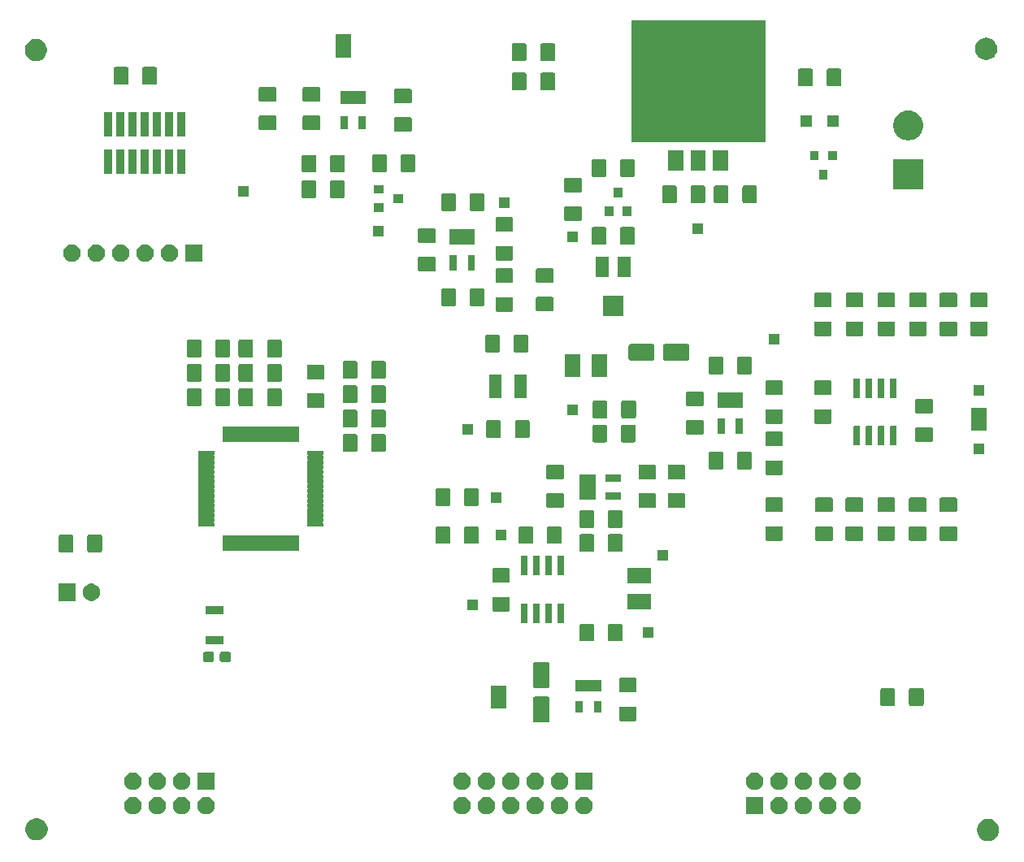
<source format=gbr>
G04 #@! TF.GenerationSoftware,KiCad,Pcbnew,5.1.5-52549c5~84~ubuntu18.04.1*
G04 #@! TF.CreationDate,2020-03-15T18:43:17+00:00*
G04 #@! TF.ProjectId,FunctionGeneratorCortexM4,46756e63-7469-46f6-9e47-656e65726174,B*
G04 #@! TF.SameCoordinates,Original*
G04 #@! TF.FileFunction,Soldermask,Top*
G04 #@! TF.FilePolarity,Negative*
%FSLAX46Y46*%
G04 Gerber Fmt 4.6, Leading zero omitted, Abs format (unit mm)*
G04 Created by KiCad (PCBNEW 5.1.5-52549c5~84~ubuntu18.04.1) date 2020-03-15 18:43:17*
%MOMM*%
%LPD*%
G04 APERTURE LIST*
%ADD10C,0.100000*%
G04 APERTURE END LIST*
D10*
G36*
X202345049Y-128411116D02*
G01*
X202456234Y-128433232D01*
X202665703Y-128519997D01*
X202854220Y-128645960D01*
X203014540Y-128806280D01*
X203140503Y-128994797D01*
X203227268Y-129204266D01*
X203271500Y-129426636D01*
X203271500Y-129653364D01*
X203227268Y-129875734D01*
X203140503Y-130085203D01*
X203014540Y-130273720D01*
X202854220Y-130434040D01*
X202665703Y-130560003D01*
X202456234Y-130646768D01*
X202345049Y-130668884D01*
X202233865Y-130691000D01*
X202007135Y-130691000D01*
X201895951Y-130668884D01*
X201784766Y-130646768D01*
X201575297Y-130560003D01*
X201386780Y-130434040D01*
X201226460Y-130273720D01*
X201100497Y-130085203D01*
X201013732Y-129875734D01*
X200969500Y-129653364D01*
X200969500Y-129426636D01*
X201013732Y-129204266D01*
X201100497Y-128994797D01*
X201226460Y-128806280D01*
X201386780Y-128645960D01*
X201575297Y-128519997D01*
X201784766Y-128433232D01*
X201895951Y-128411116D01*
X202007135Y-128389000D01*
X202233865Y-128389000D01*
X202345049Y-128411116D01*
G37*
G36*
X103221549Y-128347616D02*
G01*
X103332734Y-128369732D01*
X103542203Y-128456497D01*
X103730720Y-128582460D01*
X103891040Y-128742780D01*
X104017003Y-128931297D01*
X104103768Y-129140766D01*
X104148000Y-129363136D01*
X104148000Y-129589864D01*
X104103768Y-129812234D01*
X104017003Y-130021703D01*
X103891040Y-130210220D01*
X103730720Y-130370540D01*
X103542203Y-130496503D01*
X103332734Y-130583268D01*
X103221549Y-130605384D01*
X103110365Y-130627500D01*
X102883635Y-130627500D01*
X102772451Y-130605384D01*
X102661266Y-130583268D01*
X102451797Y-130496503D01*
X102263280Y-130370540D01*
X102102960Y-130210220D01*
X101976997Y-130021703D01*
X101890232Y-129812234D01*
X101846000Y-129589864D01*
X101846000Y-129363136D01*
X101890232Y-129140766D01*
X101976997Y-128931297D01*
X102102960Y-128742780D01*
X102263280Y-128582460D01*
X102451797Y-128456497D01*
X102661266Y-128369732D01*
X102772451Y-128347616D01*
X102883635Y-128325500D01*
X103110365Y-128325500D01*
X103221549Y-128347616D01*
G37*
G36*
X152666778Y-126120547D02*
G01*
X152833224Y-126189491D01*
X152983022Y-126289583D01*
X153110417Y-126416978D01*
X153210509Y-126566776D01*
X153279453Y-126733222D01*
X153314600Y-126909918D01*
X153314600Y-127090082D01*
X153279453Y-127266778D01*
X153210509Y-127433224D01*
X153110417Y-127583022D01*
X152983022Y-127710417D01*
X152833224Y-127810509D01*
X152666778Y-127879453D01*
X152490082Y-127914600D01*
X152309918Y-127914600D01*
X152133222Y-127879453D01*
X151966776Y-127810509D01*
X151816978Y-127710417D01*
X151689583Y-127583022D01*
X151589491Y-127433224D01*
X151520547Y-127266778D01*
X151485400Y-127090082D01*
X151485400Y-126909918D01*
X151520547Y-126733222D01*
X151589491Y-126566776D01*
X151689583Y-126416978D01*
X151816978Y-126289583D01*
X151966776Y-126189491D01*
X152133222Y-126120547D01*
X152309918Y-126085400D01*
X152490082Y-126085400D01*
X152666778Y-126120547D01*
G37*
G36*
X120916778Y-126120547D02*
G01*
X121083224Y-126189491D01*
X121233022Y-126289583D01*
X121360417Y-126416978D01*
X121460509Y-126566776D01*
X121529453Y-126733222D01*
X121564600Y-126909918D01*
X121564600Y-127090082D01*
X121529453Y-127266778D01*
X121460509Y-127433224D01*
X121360417Y-127583022D01*
X121233022Y-127710417D01*
X121083224Y-127810509D01*
X120916778Y-127879453D01*
X120740082Y-127914600D01*
X120559918Y-127914600D01*
X120383222Y-127879453D01*
X120216776Y-127810509D01*
X120066978Y-127710417D01*
X119939583Y-127583022D01*
X119839491Y-127433224D01*
X119770547Y-127266778D01*
X119735400Y-127090082D01*
X119735400Y-126909918D01*
X119770547Y-126733222D01*
X119839491Y-126566776D01*
X119939583Y-126416978D01*
X120066978Y-126289583D01*
X120216776Y-126189491D01*
X120383222Y-126120547D01*
X120559918Y-126085400D01*
X120740082Y-126085400D01*
X120916778Y-126120547D01*
G37*
G36*
X147586778Y-126120547D02*
G01*
X147753224Y-126189491D01*
X147903022Y-126289583D01*
X148030417Y-126416978D01*
X148130509Y-126566776D01*
X148199453Y-126733222D01*
X148234600Y-126909918D01*
X148234600Y-127090082D01*
X148199453Y-127266778D01*
X148130509Y-127433224D01*
X148030417Y-127583022D01*
X147903022Y-127710417D01*
X147753224Y-127810509D01*
X147586778Y-127879453D01*
X147410082Y-127914600D01*
X147229918Y-127914600D01*
X147053222Y-127879453D01*
X146886776Y-127810509D01*
X146736978Y-127710417D01*
X146609583Y-127583022D01*
X146509491Y-127433224D01*
X146440547Y-127266778D01*
X146405400Y-127090082D01*
X146405400Y-126909918D01*
X146440547Y-126733222D01*
X146509491Y-126566776D01*
X146609583Y-126416978D01*
X146736978Y-126289583D01*
X146886776Y-126189491D01*
X147053222Y-126120547D01*
X147229918Y-126085400D01*
X147410082Y-126085400D01*
X147586778Y-126120547D01*
G37*
G36*
X180606778Y-126120547D02*
G01*
X180773224Y-126189491D01*
X180923022Y-126289583D01*
X181050417Y-126416978D01*
X181150509Y-126566776D01*
X181219453Y-126733222D01*
X181254600Y-126909918D01*
X181254600Y-127090082D01*
X181219453Y-127266778D01*
X181150509Y-127433224D01*
X181050417Y-127583022D01*
X180923022Y-127710417D01*
X180773224Y-127810509D01*
X180606778Y-127879453D01*
X180430082Y-127914600D01*
X180249918Y-127914600D01*
X180073222Y-127879453D01*
X179906776Y-127810509D01*
X179756978Y-127710417D01*
X179629583Y-127583022D01*
X179529491Y-127433224D01*
X179460547Y-127266778D01*
X179425400Y-127090082D01*
X179425400Y-126909918D01*
X179460547Y-126733222D01*
X179529491Y-126566776D01*
X179629583Y-126416978D01*
X179756978Y-126289583D01*
X179906776Y-126189491D01*
X180073222Y-126120547D01*
X180249918Y-126085400D01*
X180430082Y-126085400D01*
X180606778Y-126120547D01*
G37*
G36*
X150126778Y-126120547D02*
G01*
X150293224Y-126189491D01*
X150443022Y-126289583D01*
X150570417Y-126416978D01*
X150670509Y-126566776D01*
X150739453Y-126733222D01*
X150774600Y-126909918D01*
X150774600Y-127090082D01*
X150739453Y-127266778D01*
X150670509Y-127433224D01*
X150570417Y-127583022D01*
X150443022Y-127710417D01*
X150293224Y-127810509D01*
X150126778Y-127879453D01*
X149950082Y-127914600D01*
X149769918Y-127914600D01*
X149593222Y-127879453D01*
X149426776Y-127810509D01*
X149276978Y-127710417D01*
X149149583Y-127583022D01*
X149049491Y-127433224D01*
X148980547Y-127266778D01*
X148945400Y-127090082D01*
X148945400Y-126909918D01*
X148980547Y-126733222D01*
X149049491Y-126566776D01*
X149149583Y-126416978D01*
X149276978Y-126289583D01*
X149426776Y-126189491D01*
X149593222Y-126120547D01*
X149769918Y-126085400D01*
X149950082Y-126085400D01*
X150126778Y-126120547D01*
G37*
G36*
X183146778Y-126120547D02*
G01*
X183313224Y-126189491D01*
X183463022Y-126289583D01*
X183590417Y-126416978D01*
X183690509Y-126566776D01*
X183759453Y-126733222D01*
X183794600Y-126909918D01*
X183794600Y-127090082D01*
X183759453Y-127266778D01*
X183690509Y-127433224D01*
X183590417Y-127583022D01*
X183463022Y-127710417D01*
X183313224Y-127810509D01*
X183146778Y-127879453D01*
X182970082Y-127914600D01*
X182789918Y-127914600D01*
X182613222Y-127879453D01*
X182446776Y-127810509D01*
X182296978Y-127710417D01*
X182169583Y-127583022D01*
X182069491Y-127433224D01*
X182000547Y-127266778D01*
X181965400Y-127090082D01*
X181965400Y-126909918D01*
X182000547Y-126733222D01*
X182069491Y-126566776D01*
X182169583Y-126416978D01*
X182296978Y-126289583D01*
X182446776Y-126189491D01*
X182613222Y-126120547D01*
X182789918Y-126085400D01*
X182970082Y-126085400D01*
X183146778Y-126120547D01*
G37*
G36*
X155206778Y-126120547D02*
G01*
X155373224Y-126189491D01*
X155523022Y-126289583D01*
X155650417Y-126416978D01*
X155750509Y-126566776D01*
X155819453Y-126733222D01*
X155854600Y-126909918D01*
X155854600Y-127090082D01*
X155819453Y-127266778D01*
X155750509Y-127433224D01*
X155650417Y-127583022D01*
X155523022Y-127710417D01*
X155373224Y-127810509D01*
X155206778Y-127879453D01*
X155030082Y-127914600D01*
X154849918Y-127914600D01*
X154673222Y-127879453D01*
X154506776Y-127810509D01*
X154356978Y-127710417D01*
X154229583Y-127583022D01*
X154129491Y-127433224D01*
X154060547Y-127266778D01*
X154025400Y-127090082D01*
X154025400Y-126909918D01*
X154060547Y-126733222D01*
X154129491Y-126566776D01*
X154229583Y-126416978D01*
X154356978Y-126289583D01*
X154506776Y-126189491D01*
X154673222Y-126120547D01*
X154849918Y-126085400D01*
X155030082Y-126085400D01*
X155206778Y-126120547D01*
G37*
G36*
X157746778Y-126120547D02*
G01*
X157913224Y-126189491D01*
X158063022Y-126289583D01*
X158190417Y-126416978D01*
X158290509Y-126566776D01*
X158359453Y-126733222D01*
X158394600Y-126909918D01*
X158394600Y-127090082D01*
X158359453Y-127266778D01*
X158290509Y-127433224D01*
X158190417Y-127583022D01*
X158063022Y-127710417D01*
X157913224Y-127810509D01*
X157746778Y-127879453D01*
X157570082Y-127914600D01*
X157389918Y-127914600D01*
X157213222Y-127879453D01*
X157046776Y-127810509D01*
X156896978Y-127710417D01*
X156769583Y-127583022D01*
X156669491Y-127433224D01*
X156600547Y-127266778D01*
X156565400Y-127090082D01*
X156565400Y-126909918D01*
X156600547Y-126733222D01*
X156669491Y-126566776D01*
X156769583Y-126416978D01*
X156896978Y-126289583D01*
X157046776Y-126189491D01*
X157213222Y-126120547D01*
X157389918Y-126085400D01*
X157570082Y-126085400D01*
X157746778Y-126120547D01*
G37*
G36*
X160286778Y-126120547D02*
G01*
X160453224Y-126189491D01*
X160603022Y-126289583D01*
X160730417Y-126416978D01*
X160830509Y-126566776D01*
X160899453Y-126733222D01*
X160934600Y-126909918D01*
X160934600Y-127090082D01*
X160899453Y-127266778D01*
X160830509Y-127433224D01*
X160730417Y-127583022D01*
X160603022Y-127710417D01*
X160453224Y-127810509D01*
X160286778Y-127879453D01*
X160110082Y-127914600D01*
X159929918Y-127914600D01*
X159753222Y-127879453D01*
X159586776Y-127810509D01*
X159436978Y-127710417D01*
X159309583Y-127583022D01*
X159209491Y-127433224D01*
X159140547Y-127266778D01*
X159105400Y-127090082D01*
X159105400Y-126909918D01*
X159140547Y-126733222D01*
X159209491Y-126566776D01*
X159309583Y-126416978D01*
X159436978Y-126289583D01*
X159586776Y-126189491D01*
X159753222Y-126120547D01*
X159929918Y-126085400D01*
X160110082Y-126085400D01*
X160286778Y-126120547D01*
G37*
G36*
X185686778Y-126120547D02*
G01*
X185853224Y-126189491D01*
X186003022Y-126289583D01*
X186130417Y-126416978D01*
X186230509Y-126566776D01*
X186299453Y-126733222D01*
X186334600Y-126909918D01*
X186334600Y-127090082D01*
X186299453Y-127266778D01*
X186230509Y-127433224D01*
X186130417Y-127583022D01*
X186003022Y-127710417D01*
X185853224Y-127810509D01*
X185686778Y-127879453D01*
X185510082Y-127914600D01*
X185329918Y-127914600D01*
X185153222Y-127879453D01*
X184986776Y-127810509D01*
X184836978Y-127710417D01*
X184709583Y-127583022D01*
X184609491Y-127433224D01*
X184540547Y-127266778D01*
X184505400Y-127090082D01*
X184505400Y-126909918D01*
X184540547Y-126733222D01*
X184609491Y-126566776D01*
X184709583Y-126416978D01*
X184836978Y-126289583D01*
X184986776Y-126189491D01*
X185153222Y-126120547D01*
X185329918Y-126085400D01*
X185510082Y-126085400D01*
X185686778Y-126120547D01*
G37*
G36*
X113296778Y-126120547D02*
G01*
X113463224Y-126189491D01*
X113613022Y-126289583D01*
X113740417Y-126416978D01*
X113840509Y-126566776D01*
X113909453Y-126733222D01*
X113944600Y-126909918D01*
X113944600Y-127090082D01*
X113909453Y-127266778D01*
X113840509Y-127433224D01*
X113740417Y-127583022D01*
X113613022Y-127710417D01*
X113463224Y-127810509D01*
X113296778Y-127879453D01*
X113120082Y-127914600D01*
X112939918Y-127914600D01*
X112763222Y-127879453D01*
X112596776Y-127810509D01*
X112446978Y-127710417D01*
X112319583Y-127583022D01*
X112219491Y-127433224D01*
X112150547Y-127266778D01*
X112115400Y-127090082D01*
X112115400Y-126909918D01*
X112150547Y-126733222D01*
X112219491Y-126566776D01*
X112319583Y-126416978D01*
X112446978Y-126289583D01*
X112596776Y-126189491D01*
X112763222Y-126120547D01*
X112939918Y-126085400D01*
X113120082Y-126085400D01*
X113296778Y-126120547D01*
G37*
G36*
X115836778Y-126120547D02*
G01*
X116003224Y-126189491D01*
X116153022Y-126289583D01*
X116280417Y-126416978D01*
X116380509Y-126566776D01*
X116449453Y-126733222D01*
X116484600Y-126909918D01*
X116484600Y-127090082D01*
X116449453Y-127266778D01*
X116380509Y-127433224D01*
X116280417Y-127583022D01*
X116153022Y-127710417D01*
X116003224Y-127810509D01*
X115836778Y-127879453D01*
X115660082Y-127914600D01*
X115479918Y-127914600D01*
X115303222Y-127879453D01*
X115136776Y-127810509D01*
X114986978Y-127710417D01*
X114859583Y-127583022D01*
X114759491Y-127433224D01*
X114690547Y-127266778D01*
X114655400Y-127090082D01*
X114655400Y-126909918D01*
X114690547Y-126733222D01*
X114759491Y-126566776D01*
X114859583Y-126416978D01*
X114986978Y-126289583D01*
X115136776Y-126189491D01*
X115303222Y-126120547D01*
X115479918Y-126085400D01*
X115660082Y-126085400D01*
X115836778Y-126120547D01*
G37*
G36*
X188226778Y-126120547D02*
G01*
X188393224Y-126189491D01*
X188543022Y-126289583D01*
X188670417Y-126416978D01*
X188770509Y-126566776D01*
X188839453Y-126733222D01*
X188874600Y-126909918D01*
X188874600Y-127090082D01*
X188839453Y-127266778D01*
X188770509Y-127433224D01*
X188670417Y-127583022D01*
X188543022Y-127710417D01*
X188393224Y-127810509D01*
X188226778Y-127879453D01*
X188050082Y-127914600D01*
X187869918Y-127914600D01*
X187693222Y-127879453D01*
X187526776Y-127810509D01*
X187376978Y-127710417D01*
X187249583Y-127583022D01*
X187149491Y-127433224D01*
X187080547Y-127266778D01*
X187045400Y-127090082D01*
X187045400Y-126909918D01*
X187080547Y-126733222D01*
X187149491Y-126566776D01*
X187249583Y-126416978D01*
X187376978Y-126289583D01*
X187526776Y-126189491D01*
X187693222Y-126120547D01*
X187869918Y-126085400D01*
X188050082Y-126085400D01*
X188226778Y-126120547D01*
G37*
G36*
X178714600Y-127914600D02*
G01*
X176885400Y-127914600D01*
X176885400Y-126085400D01*
X178714600Y-126085400D01*
X178714600Y-127914600D01*
G37*
G36*
X118376778Y-126120547D02*
G01*
X118543224Y-126189491D01*
X118693022Y-126289583D01*
X118820417Y-126416978D01*
X118920509Y-126566776D01*
X118989453Y-126733222D01*
X119024600Y-126909918D01*
X119024600Y-127090082D01*
X118989453Y-127266778D01*
X118920509Y-127433224D01*
X118820417Y-127583022D01*
X118693022Y-127710417D01*
X118543224Y-127810509D01*
X118376778Y-127879453D01*
X118200082Y-127914600D01*
X118019918Y-127914600D01*
X117843222Y-127879453D01*
X117676776Y-127810509D01*
X117526978Y-127710417D01*
X117399583Y-127583022D01*
X117299491Y-127433224D01*
X117230547Y-127266778D01*
X117195400Y-127090082D01*
X117195400Y-126909918D01*
X117230547Y-126733222D01*
X117299491Y-126566776D01*
X117399583Y-126416978D01*
X117526978Y-126289583D01*
X117676776Y-126189491D01*
X117843222Y-126120547D01*
X118019918Y-126085400D01*
X118200082Y-126085400D01*
X118376778Y-126120547D01*
G37*
G36*
X152666778Y-123580547D02*
G01*
X152833224Y-123649491D01*
X152983022Y-123749583D01*
X153110417Y-123876978D01*
X153210509Y-124026776D01*
X153279453Y-124193222D01*
X153314600Y-124369918D01*
X153314600Y-124550082D01*
X153279453Y-124726778D01*
X153210509Y-124893224D01*
X153110417Y-125043022D01*
X152983022Y-125170417D01*
X152833224Y-125270509D01*
X152666778Y-125339453D01*
X152490082Y-125374600D01*
X152309918Y-125374600D01*
X152133222Y-125339453D01*
X151966776Y-125270509D01*
X151816978Y-125170417D01*
X151689583Y-125043022D01*
X151589491Y-124893224D01*
X151520547Y-124726778D01*
X151485400Y-124550082D01*
X151485400Y-124369918D01*
X151520547Y-124193222D01*
X151589491Y-124026776D01*
X151689583Y-123876978D01*
X151816978Y-123749583D01*
X151966776Y-123649491D01*
X152133222Y-123580547D01*
X152309918Y-123545400D01*
X152490082Y-123545400D01*
X152666778Y-123580547D01*
G37*
G36*
X118376778Y-123580547D02*
G01*
X118543224Y-123649491D01*
X118693022Y-123749583D01*
X118820417Y-123876978D01*
X118920509Y-124026776D01*
X118989453Y-124193222D01*
X119024600Y-124369918D01*
X119024600Y-124550082D01*
X118989453Y-124726778D01*
X118920509Y-124893224D01*
X118820417Y-125043022D01*
X118693022Y-125170417D01*
X118543224Y-125270509D01*
X118376778Y-125339453D01*
X118200082Y-125374600D01*
X118019918Y-125374600D01*
X117843222Y-125339453D01*
X117676776Y-125270509D01*
X117526978Y-125170417D01*
X117399583Y-125043022D01*
X117299491Y-124893224D01*
X117230547Y-124726778D01*
X117195400Y-124550082D01*
X117195400Y-124369918D01*
X117230547Y-124193222D01*
X117299491Y-124026776D01*
X117399583Y-123876978D01*
X117526978Y-123749583D01*
X117676776Y-123649491D01*
X117843222Y-123580547D01*
X118019918Y-123545400D01*
X118200082Y-123545400D01*
X118376778Y-123580547D01*
G37*
G36*
X115836778Y-123580547D02*
G01*
X116003224Y-123649491D01*
X116153022Y-123749583D01*
X116280417Y-123876978D01*
X116380509Y-124026776D01*
X116449453Y-124193222D01*
X116484600Y-124369918D01*
X116484600Y-124550082D01*
X116449453Y-124726778D01*
X116380509Y-124893224D01*
X116280417Y-125043022D01*
X116153022Y-125170417D01*
X116003224Y-125270509D01*
X115836778Y-125339453D01*
X115660082Y-125374600D01*
X115479918Y-125374600D01*
X115303222Y-125339453D01*
X115136776Y-125270509D01*
X114986978Y-125170417D01*
X114859583Y-125043022D01*
X114759491Y-124893224D01*
X114690547Y-124726778D01*
X114655400Y-124550082D01*
X114655400Y-124369918D01*
X114690547Y-124193222D01*
X114759491Y-124026776D01*
X114859583Y-123876978D01*
X114986978Y-123749583D01*
X115136776Y-123649491D01*
X115303222Y-123580547D01*
X115479918Y-123545400D01*
X115660082Y-123545400D01*
X115836778Y-123580547D01*
G37*
G36*
X113296778Y-123580547D02*
G01*
X113463224Y-123649491D01*
X113613022Y-123749583D01*
X113740417Y-123876978D01*
X113840509Y-124026776D01*
X113909453Y-124193222D01*
X113944600Y-124369918D01*
X113944600Y-124550082D01*
X113909453Y-124726778D01*
X113840509Y-124893224D01*
X113740417Y-125043022D01*
X113613022Y-125170417D01*
X113463224Y-125270509D01*
X113296778Y-125339453D01*
X113120082Y-125374600D01*
X112939918Y-125374600D01*
X112763222Y-125339453D01*
X112596776Y-125270509D01*
X112446978Y-125170417D01*
X112319583Y-125043022D01*
X112219491Y-124893224D01*
X112150547Y-124726778D01*
X112115400Y-124550082D01*
X112115400Y-124369918D01*
X112150547Y-124193222D01*
X112219491Y-124026776D01*
X112319583Y-123876978D01*
X112446978Y-123749583D01*
X112596776Y-123649491D01*
X112763222Y-123580547D01*
X112939918Y-123545400D01*
X113120082Y-123545400D01*
X113296778Y-123580547D01*
G37*
G36*
X160934600Y-125374600D02*
G01*
X159105400Y-125374600D01*
X159105400Y-123545400D01*
X160934600Y-123545400D01*
X160934600Y-125374600D01*
G37*
G36*
X157746778Y-123580547D02*
G01*
X157913224Y-123649491D01*
X158063022Y-123749583D01*
X158190417Y-123876978D01*
X158290509Y-124026776D01*
X158359453Y-124193222D01*
X158394600Y-124369918D01*
X158394600Y-124550082D01*
X158359453Y-124726778D01*
X158290509Y-124893224D01*
X158190417Y-125043022D01*
X158063022Y-125170417D01*
X157913224Y-125270509D01*
X157746778Y-125339453D01*
X157570082Y-125374600D01*
X157389918Y-125374600D01*
X157213222Y-125339453D01*
X157046776Y-125270509D01*
X156896978Y-125170417D01*
X156769583Y-125043022D01*
X156669491Y-124893224D01*
X156600547Y-124726778D01*
X156565400Y-124550082D01*
X156565400Y-124369918D01*
X156600547Y-124193222D01*
X156669491Y-124026776D01*
X156769583Y-123876978D01*
X156896978Y-123749583D01*
X157046776Y-123649491D01*
X157213222Y-123580547D01*
X157389918Y-123545400D01*
X157570082Y-123545400D01*
X157746778Y-123580547D01*
G37*
G36*
X155206778Y-123580547D02*
G01*
X155373224Y-123649491D01*
X155523022Y-123749583D01*
X155650417Y-123876978D01*
X155750509Y-124026776D01*
X155819453Y-124193222D01*
X155854600Y-124369918D01*
X155854600Y-124550082D01*
X155819453Y-124726778D01*
X155750509Y-124893224D01*
X155650417Y-125043022D01*
X155523022Y-125170417D01*
X155373224Y-125270509D01*
X155206778Y-125339453D01*
X155030082Y-125374600D01*
X154849918Y-125374600D01*
X154673222Y-125339453D01*
X154506776Y-125270509D01*
X154356978Y-125170417D01*
X154229583Y-125043022D01*
X154129491Y-124893224D01*
X154060547Y-124726778D01*
X154025400Y-124550082D01*
X154025400Y-124369918D01*
X154060547Y-124193222D01*
X154129491Y-124026776D01*
X154229583Y-123876978D01*
X154356978Y-123749583D01*
X154506776Y-123649491D01*
X154673222Y-123580547D01*
X154849918Y-123545400D01*
X155030082Y-123545400D01*
X155206778Y-123580547D01*
G37*
G36*
X150126778Y-123580547D02*
G01*
X150293224Y-123649491D01*
X150443022Y-123749583D01*
X150570417Y-123876978D01*
X150670509Y-124026776D01*
X150739453Y-124193222D01*
X150774600Y-124369918D01*
X150774600Y-124550082D01*
X150739453Y-124726778D01*
X150670509Y-124893224D01*
X150570417Y-125043022D01*
X150443022Y-125170417D01*
X150293224Y-125270509D01*
X150126778Y-125339453D01*
X149950082Y-125374600D01*
X149769918Y-125374600D01*
X149593222Y-125339453D01*
X149426776Y-125270509D01*
X149276978Y-125170417D01*
X149149583Y-125043022D01*
X149049491Y-124893224D01*
X148980547Y-124726778D01*
X148945400Y-124550082D01*
X148945400Y-124369918D01*
X148980547Y-124193222D01*
X149049491Y-124026776D01*
X149149583Y-123876978D01*
X149276978Y-123749583D01*
X149426776Y-123649491D01*
X149593222Y-123580547D01*
X149769918Y-123545400D01*
X149950082Y-123545400D01*
X150126778Y-123580547D01*
G37*
G36*
X183146778Y-123580547D02*
G01*
X183313224Y-123649491D01*
X183463022Y-123749583D01*
X183590417Y-123876978D01*
X183690509Y-124026776D01*
X183759453Y-124193222D01*
X183794600Y-124369918D01*
X183794600Y-124550082D01*
X183759453Y-124726778D01*
X183690509Y-124893224D01*
X183590417Y-125043022D01*
X183463022Y-125170417D01*
X183313224Y-125270509D01*
X183146778Y-125339453D01*
X182970082Y-125374600D01*
X182789918Y-125374600D01*
X182613222Y-125339453D01*
X182446776Y-125270509D01*
X182296978Y-125170417D01*
X182169583Y-125043022D01*
X182069491Y-124893224D01*
X182000547Y-124726778D01*
X181965400Y-124550082D01*
X181965400Y-124369918D01*
X182000547Y-124193222D01*
X182069491Y-124026776D01*
X182169583Y-123876978D01*
X182296978Y-123749583D01*
X182446776Y-123649491D01*
X182613222Y-123580547D01*
X182789918Y-123545400D01*
X182970082Y-123545400D01*
X183146778Y-123580547D01*
G37*
G36*
X180606778Y-123580547D02*
G01*
X180773224Y-123649491D01*
X180923022Y-123749583D01*
X181050417Y-123876978D01*
X181150509Y-124026776D01*
X181219453Y-124193222D01*
X181254600Y-124369918D01*
X181254600Y-124550082D01*
X181219453Y-124726778D01*
X181150509Y-124893224D01*
X181050417Y-125043022D01*
X180923022Y-125170417D01*
X180773224Y-125270509D01*
X180606778Y-125339453D01*
X180430082Y-125374600D01*
X180249918Y-125374600D01*
X180073222Y-125339453D01*
X179906776Y-125270509D01*
X179756978Y-125170417D01*
X179629583Y-125043022D01*
X179529491Y-124893224D01*
X179460547Y-124726778D01*
X179425400Y-124550082D01*
X179425400Y-124369918D01*
X179460547Y-124193222D01*
X179529491Y-124026776D01*
X179629583Y-123876978D01*
X179756978Y-123749583D01*
X179906776Y-123649491D01*
X180073222Y-123580547D01*
X180249918Y-123545400D01*
X180430082Y-123545400D01*
X180606778Y-123580547D01*
G37*
G36*
X185686778Y-123580547D02*
G01*
X185853224Y-123649491D01*
X186003022Y-123749583D01*
X186130417Y-123876978D01*
X186230509Y-124026776D01*
X186299453Y-124193222D01*
X186334600Y-124369918D01*
X186334600Y-124550082D01*
X186299453Y-124726778D01*
X186230509Y-124893224D01*
X186130417Y-125043022D01*
X186003022Y-125170417D01*
X185853224Y-125270509D01*
X185686778Y-125339453D01*
X185510082Y-125374600D01*
X185329918Y-125374600D01*
X185153222Y-125339453D01*
X184986776Y-125270509D01*
X184836978Y-125170417D01*
X184709583Y-125043022D01*
X184609491Y-124893224D01*
X184540547Y-124726778D01*
X184505400Y-124550082D01*
X184505400Y-124369918D01*
X184540547Y-124193222D01*
X184609491Y-124026776D01*
X184709583Y-123876978D01*
X184836978Y-123749583D01*
X184986776Y-123649491D01*
X185153222Y-123580547D01*
X185329918Y-123545400D01*
X185510082Y-123545400D01*
X185686778Y-123580547D01*
G37*
G36*
X121564600Y-125374600D02*
G01*
X119735400Y-125374600D01*
X119735400Y-123545400D01*
X121564600Y-123545400D01*
X121564600Y-125374600D01*
G37*
G36*
X178066778Y-123580547D02*
G01*
X178233224Y-123649491D01*
X178383022Y-123749583D01*
X178510417Y-123876978D01*
X178610509Y-124026776D01*
X178679453Y-124193222D01*
X178714600Y-124369918D01*
X178714600Y-124550082D01*
X178679453Y-124726778D01*
X178610509Y-124893224D01*
X178510417Y-125043022D01*
X178383022Y-125170417D01*
X178233224Y-125270509D01*
X178066778Y-125339453D01*
X177890082Y-125374600D01*
X177709918Y-125374600D01*
X177533222Y-125339453D01*
X177366776Y-125270509D01*
X177216978Y-125170417D01*
X177089583Y-125043022D01*
X176989491Y-124893224D01*
X176920547Y-124726778D01*
X176885400Y-124550082D01*
X176885400Y-124369918D01*
X176920547Y-124193222D01*
X176989491Y-124026776D01*
X177089583Y-123876978D01*
X177216978Y-123749583D01*
X177366776Y-123649491D01*
X177533222Y-123580547D01*
X177709918Y-123545400D01*
X177890082Y-123545400D01*
X178066778Y-123580547D01*
G37*
G36*
X147586778Y-123580547D02*
G01*
X147753224Y-123649491D01*
X147903022Y-123749583D01*
X148030417Y-123876978D01*
X148130509Y-124026776D01*
X148199453Y-124193222D01*
X148234600Y-124369918D01*
X148234600Y-124550082D01*
X148199453Y-124726778D01*
X148130509Y-124893224D01*
X148030417Y-125043022D01*
X147903022Y-125170417D01*
X147753224Y-125270509D01*
X147586778Y-125339453D01*
X147410082Y-125374600D01*
X147229918Y-125374600D01*
X147053222Y-125339453D01*
X146886776Y-125270509D01*
X146736978Y-125170417D01*
X146609583Y-125043022D01*
X146509491Y-124893224D01*
X146440547Y-124726778D01*
X146405400Y-124550082D01*
X146405400Y-124369918D01*
X146440547Y-124193222D01*
X146509491Y-124026776D01*
X146609583Y-123876978D01*
X146736978Y-123749583D01*
X146886776Y-123649491D01*
X147053222Y-123580547D01*
X147229918Y-123545400D01*
X147410082Y-123545400D01*
X147586778Y-123580547D01*
G37*
G36*
X188226778Y-123580547D02*
G01*
X188393224Y-123649491D01*
X188543022Y-123749583D01*
X188670417Y-123876978D01*
X188770509Y-124026776D01*
X188839453Y-124193222D01*
X188874600Y-124369918D01*
X188874600Y-124550082D01*
X188839453Y-124726778D01*
X188770509Y-124893224D01*
X188670417Y-125043022D01*
X188543022Y-125170417D01*
X188393224Y-125270509D01*
X188226778Y-125339453D01*
X188050082Y-125374600D01*
X187869918Y-125374600D01*
X187693222Y-125339453D01*
X187526776Y-125270509D01*
X187376978Y-125170417D01*
X187249583Y-125043022D01*
X187149491Y-124893224D01*
X187080547Y-124726778D01*
X187045400Y-124550082D01*
X187045400Y-124369918D01*
X187080547Y-124193222D01*
X187149491Y-124026776D01*
X187249583Y-123876978D01*
X187376978Y-123749583D01*
X187526776Y-123649491D01*
X187693222Y-123580547D01*
X187869918Y-123545400D01*
X188050082Y-123545400D01*
X188226778Y-123580547D01*
G37*
G36*
X156280997Y-115642051D02*
G01*
X156314652Y-115652261D01*
X156345665Y-115668838D01*
X156372851Y-115691149D01*
X156395162Y-115718335D01*
X156411739Y-115749348D01*
X156421949Y-115783003D01*
X156426000Y-115824138D01*
X156426000Y-118153862D01*
X156421949Y-118194997D01*
X156411739Y-118228652D01*
X156395162Y-118259665D01*
X156372851Y-118286851D01*
X156345665Y-118309162D01*
X156314652Y-118325739D01*
X156280997Y-118335949D01*
X156239862Y-118340000D01*
X154910138Y-118340000D01*
X154869003Y-118335949D01*
X154835348Y-118325739D01*
X154804335Y-118309162D01*
X154777149Y-118286851D01*
X154754838Y-118259665D01*
X154738261Y-118228652D01*
X154728051Y-118194997D01*
X154724000Y-118153862D01*
X154724000Y-115824138D01*
X154728051Y-115783003D01*
X154738261Y-115749348D01*
X154754838Y-115718335D01*
X154777149Y-115691149D01*
X154804335Y-115668838D01*
X154835348Y-115652261D01*
X154869003Y-115642051D01*
X154910138Y-115638000D01*
X156239862Y-115638000D01*
X156280997Y-115642051D01*
G37*
G36*
X165367562Y-116679181D02*
G01*
X165402481Y-116689774D01*
X165434663Y-116706976D01*
X165462873Y-116730127D01*
X165486024Y-116758337D01*
X165503226Y-116790519D01*
X165513819Y-116825438D01*
X165518000Y-116867895D01*
X165518000Y-118009105D01*
X165513819Y-118051562D01*
X165503226Y-118086481D01*
X165486024Y-118118663D01*
X165462873Y-118146873D01*
X165434663Y-118170024D01*
X165402481Y-118187226D01*
X165367562Y-118197819D01*
X165325105Y-118202000D01*
X163858895Y-118202000D01*
X163816438Y-118197819D01*
X163781519Y-118187226D01*
X163749337Y-118170024D01*
X163721127Y-118146873D01*
X163697976Y-118118663D01*
X163680774Y-118086481D01*
X163670181Y-118051562D01*
X163666000Y-118009105D01*
X163666000Y-116867895D01*
X163670181Y-116825438D01*
X163680774Y-116790519D01*
X163697976Y-116758337D01*
X163721127Y-116730127D01*
X163749337Y-116706976D01*
X163781519Y-116689774D01*
X163816438Y-116679181D01*
X163858895Y-116675000D01*
X165325105Y-116675000D01*
X165367562Y-116679181D01*
G37*
G36*
X161828800Y-117267500D02*
G01*
X161076800Y-117267500D01*
X161076800Y-116105500D01*
X161828800Y-116105500D01*
X161828800Y-117267500D01*
G37*
G36*
X159928800Y-117267500D02*
G01*
X159176800Y-117267500D01*
X159176800Y-116105500D01*
X159928800Y-116105500D01*
X159928800Y-117267500D01*
G37*
G36*
X151931000Y-116898000D02*
G01*
X150329000Y-116898000D01*
X150329000Y-114496000D01*
X151931000Y-114496000D01*
X151931000Y-116898000D01*
G37*
G36*
X192292562Y-114775181D02*
G01*
X192327481Y-114785774D01*
X192359663Y-114802976D01*
X192387873Y-114826127D01*
X192411024Y-114854337D01*
X192428226Y-114886519D01*
X192438819Y-114921438D01*
X192443000Y-114963895D01*
X192443000Y-116430105D01*
X192438819Y-116472562D01*
X192428226Y-116507481D01*
X192411024Y-116539663D01*
X192387873Y-116567873D01*
X192359663Y-116591024D01*
X192327481Y-116608226D01*
X192292562Y-116618819D01*
X192250105Y-116623000D01*
X191108895Y-116623000D01*
X191066438Y-116618819D01*
X191031519Y-116608226D01*
X190999337Y-116591024D01*
X190971127Y-116567873D01*
X190947976Y-116539663D01*
X190930774Y-116507481D01*
X190920181Y-116472562D01*
X190916000Y-116430105D01*
X190916000Y-114963895D01*
X190920181Y-114921438D01*
X190930774Y-114886519D01*
X190947976Y-114854337D01*
X190971127Y-114826127D01*
X190999337Y-114802976D01*
X191031519Y-114785774D01*
X191066438Y-114775181D01*
X191108895Y-114771000D01*
X192250105Y-114771000D01*
X192292562Y-114775181D01*
G37*
G36*
X195267562Y-114775181D02*
G01*
X195302481Y-114785774D01*
X195334663Y-114802976D01*
X195362873Y-114826127D01*
X195386024Y-114854337D01*
X195403226Y-114886519D01*
X195413819Y-114921438D01*
X195418000Y-114963895D01*
X195418000Y-116430105D01*
X195413819Y-116472562D01*
X195403226Y-116507481D01*
X195386024Y-116539663D01*
X195362873Y-116567873D01*
X195334663Y-116591024D01*
X195302481Y-116608226D01*
X195267562Y-116618819D01*
X195225105Y-116623000D01*
X194083895Y-116623000D01*
X194041438Y-116618819D01*
X194006519Y-116608226D01*
X193974337Y-116591024D01*
X193946127Y-116567873D01*
X193922976Y-116539663D01*
X193905774Y-116507481D01*
X193895181Y-116472562D01*
X193891000Y-116430105D01*
X193891000Y-114963895D01*
X193895181Y-114921438D01*
X193905774Y-114886519D01*
X193922976Y-114854337D01*
X193946127Y-114826127D01*
X193974337Y-114802976D01*
X194006519Y-114785774D01*
X194041438Y-114775181D01*
X194083895Y-114771000D01*
X195225105Y-114771000D01*
X195267562Y-114775181D01*
G37*
G36*
X165367562Y-113704181D02*
G01*
X165402481Y-113714774D01*
X165434663Y-113731976D01*
X165462873Y-113755127D01*
X165486024Y-113783337D01*
X165503226Y-113815519D01*
X165513819Y-113850438D01*
X165518000Y-113892895D01*
X165518000Y-115034105D01*
X165513819Y-115076562D01*
X165503226Y-115111481D01*
X165486024Y-115143663D01*
X165462873Y-115171873D01*
X165434663Y-115195024D01*
X165402481Y-115212226D01*
X165367562Y-115222819D01*
X165325105Y-115227000D01*
X163858895Y-115227000D01*
X163816438Y-115222819D01*
X163781519Y-115212226D01*
X163749337Y-115195024D01*
X163721127Y-115171873D01*
X163697976Y-115143663D01*
X163680774Y-115111481D01*
X163670181Y-115076562D01*
X163666000Y-115034105D01*
X163666000Y-113892895D01*
X163670181Y-113850438D01*
X163680774Y-113815519D01*
X163697976Y-113783337D01*
X163721127Y-113755127D01*
X163749337Y-113731976D01*
X163781519Y-113714774D01*
X163816438Y-113704181D01*
X163858895Y-113700000D01*
X165325105Y-113700000D01*
X165367562Y-113704181D01*
G37*
G36*
X161828800Y-115067500D02*
G01*
X159176800Y-115067500D01*
X159176800Y-113905500D01*
X161828800Y-113905500D01*
X161828800Y-115067500D01*
G37*
G36*
X156280997Y-112042051D02*
G01*
X156314652Y-112052261D01*
X156345665Y-112068838D01*
X156372851Y-112091149D01*
X156395162Y-112118335D01*
X156411739Y-112149348D01*
X156421949Y-112183003D01*
X156426000Y-112224138D01*
X156426000Y-114553862D01*
X156421949Y-114594997D01*
X156411739Y-114628652D01*
X156395162Y-114659665D01*
X156372851Y-114686851D01*
X156345665Y-114709162D01*
X156314652Y-114725739D01*
X156280997Y-114735949D01*
X156239862Y-114740000D01*
X154910138Y-114740000D01*
X154869003Y-114735949D01*
X154835348Y-114725739D01*
X154804335Y-114709162D01*
X154777149Y-114686851D01*
X154754838Y-114659665D01*
X154738261Y-114628652D01*
X154728051Y-114594997D01*
X154724000Y-114553862D01*
X154724000Y-112224138D01*
X154728051Y-112183003D01*
X154738261Y-112149348D01*
X154754838Y-112118335D01*
X154777149Y-112091149D01*
X154804335Y-112068838D01*
X154835348Y-112052261D01*
X154869003Y-112042051D01*
X154910138Y-112038000D01*
X156239862Y-112038000D01*
X156280997Y-112042051D01*
G37*
G36*
X123082499Y-110984445D02*
G01*
X123119995Y-110995820D01*
X123154554Y-111014292D01*
X123184847Y-111039153D01*
X123209708Y-111069446D01*
X123228180Y-111104005D01*
X123239555Y-111141501D01*
X123244000Y-111186638D01*
X123244000Y-111825362D01*
X123239555Y-111870499D01*
X123228180Y-111907995D01*
X123209708Y-111942554D01*
X123184847Y-111972847D01*
X123154554Y-111997708D01*
X123119995Y-112016180D01*
X123082499Y-112027555D01*
X123037362Y-112032000D01*
X122298638Y-112032000D01*
X122253501Y-112027555D01*
X122216005Y-112016180D01*
X122181446Y-111997708D01*
X122151153Y-111972847D01*
X122126292Y-111942554D01*
X122107820Y-111907995D01*
X122096445Y-111870499D01*
X122092000Y-111825362D01*
X122092000Y-111186638D01*
X122096445Y-111141501D01*
X122107820Y-111104005D01*
X122126292Y-111069446D01*
X122151153Y-111039153D01*
X122181446Y-111014292D01*
X122216005Y-110995820D01*
X122253501Y-110984445D01*
X122298638Y-110980000D01*
X123037362Y-110980000D01*
X123082499Y-110984445D01*
G37*
G36*
X121332499Y-110984445D02*
G01*
X121369995Y-110995820D01*
X121404554Y-111014292D01*
X121434847Y-111039153D01*
X121459708Y-111069446D01*
X121478180Y-111104005D01*
X121489555Y-111141501D01*
X121494000Y-111186638D01*
X121494000Y-111825362D01*
X121489555Y-111870499D01*
X121478180Y-111907995D01*
X121459708Y-111942554D01*
X121434847Y-111972847D01*
X121404554Y-111997708D01*
X121369995Y-112016180D01*
X121332499Y-112027555D01*
X121287362Y-112032000D01*
X120548638Y-112032000D01*
X120503501Y-112027555D01*
X120466005Y-112016180D01*
X120431446Y-111997708D01*
X120401153Y-111972847D01*
X120376292Y-111942554D01*
X120357820Y-111907995D01*
X120346445Y-111870499D01*
X120342000Y-111825362D01*
X120342000Y-111186638D01*
X120346445Y-111141501D01*
X120357820Y-111104005D01*
X120376292Y-111069446D01*
X120401153Y-111039153D01*
X120431446Y-111014292D01*
X120466005Y-110995820D01*
X120503501Y-110984445D01*
X120548638Y-110980000D01*
X121287362Y-110980000D01*
X121332499Y-110984445D01*
G37*
G36*
X122465000Y-110180000D02*
G01*
X120613000Y-110180000D01*
X120613000Y-109328000D01*
X122465000Y-109328000D01*
X122465000Y-110180000D01*
G37*
G36*
X160923562Y-108044181D02*
G01*
X160958481Y-108054774D01*
X160990663Y-108071976D01*
X161018873Y-108095127D01*
X161042024Y-108123337D01*
X161059226Y-108155519D01*
X161069819Y-108190438D01*
X161074000Y-108232895D01*
X161074000Y-109699105D01*
X161069819Y-109741562D01*
X161059226Y-109776481D01*
X161042024Y-109808663D01*
X161018873Y-109836873D01*
X160990663Y-109860024D01*
X160958481Y-109877226D01*
X160923562Y-109887819D01*
X160881105Y-109892000D01*
X159739895Y-109892000D01*
X159697438Y-109887819D01*
X159662519Y-109877226D01*
X159630337Y-109860024D01*
X159602127Y-109836873D01*
X159578976Y-109808663D01*
X159561774Y-109776481D01*
X159551181Y-109741562D01*
X159547000Y-109699105D01*
X159547000Y-108232895D01*
X159551181Y-108190438D01*
X159561774Y-108155519D01*
X159578976Y-108123337D01*
X159602127Y-108095127D01*
X159630337Y-108071976D01*
X159662519Y-108054774D01*
X159697438Y-108044181D01*
X159739895Y-108040000D01*
X160881105Y-108040000D01*
X160923562Y-108044181D01*
G37*
G36*
X163898562Y-108044181D02*
G01*
X163933481Y-108054774D01*
X163965663Y-108071976D01*
X163993873Y-108095127D01*
X164017024Y-108123337D01*
X164034226Y-108155519D01*
X164044819Y-108190438D01*
X164049000Y-108232895D01*
X164049000Y-109699105D01*
X164044819Y-109741562D01*
X164034226Y-109776481D01*
X164017024Y-109808663D01*
X163993873Y-109836873D01*
X163965663Y-109860024D01*
X163933481Y-109877226D01*
X163898562Y-109887819D01*
X163856105Y-109892000D01*
X162714895Y-109892000D01*
X162672438Y-109887819D01*
X162637519Y-109877226D01*
X162605337Y-109860024D01*
X162577127Y-109836873D01*
X162553976Y-109808663D01*
X162536774Y-109776481D01*
X162526181Y-109741562D01*
X162522000Y-109699105D01*
X162522000Y-108232895D01*
X162526181Y-108190438D01*
X162536774Y-108155519D01*
X162553976Y-108123337D01*
X162577127Y-108095127D01*
X162605337Y-108071976D01*
X162637519Y-108054774D01*
X162672438Y-108044181D01*
X162714895Y-108040000D01*
X163856105Y-108040000D01*
X163898562Y-108044181D01*
G37*
G36*
X167302000Y-109517000D02*
G01*
X166200000Y-109517000D01*
X166200000Y-108415000D01*
X167302000Y-108415000D01*
X167302000Y-109517000D01*
G37*
G36*
X154069628Y-105921964D02*
G01*
X154090709Y-105928360D01*
X154110145Y-105938748D01*
X154127176Y-105952724D01*
X154141152Y-105969755D01*
X154151540Y-105989191D01*
X154157936Y-106010272D01*
X154160700Y-106038340D01*
X154160700Y-107852060D01*
X154157936Y-107880128D01*
X154151540Y-107901209D01*
X154141152Y-107920645D01*
X154127176Y-107937676D01*
X154110145Y-107951652D01*
X154090709Y-107962040D01*
X154069628Y-107968436D01*
X154041560Y-107971200D01*
X153577840Y-107971200D01*
X153549772Y-107968436D01*
X153528691Y-107962040D01*
X153509255Y-107951652D01*
X153492224Y-107937676D01*
X153478248Y-107920645D01*
X153467860Y-107901209D01*
X153461464Y-107880128D01*
X153458700Y-107852060D01*
X153458700Y-106038340D01*
X153461464Y-106010272D01*
X153467860Y-105989191D01*
X153478248Y-105969755D01*
X153492224Y-105952724D01*
X153509255Y-105938748D01*
X153528691Y-105928360D01*
X153549772Y-105921964D01*
X153577840Y-105919200D01*
X154041560Y-105919200D01*
X154069628Y-105921964D01*
G37*
G36*
X157879628Y-105921964D02*
G01*
X157900709Y-105928360D01*
X157920145Y-105938748D01*
X157937176Y-105952724D01*
X157951152Y-105969755D01*
X157961540Y-105989191D01*
X157967936Y-106010272D01*
X157970700Y-106038340D01*
X157970700Y-107852060D01*
X157967936Y-107880128D01*
X157961540Y-107901209D01*
X157951152Y-107920645D01*
X157937176Y-107937676D01*
X157920145Y-107951652D01*
X157900709Y-107962040D01*
X157879628Y-107968436D01*
X157851560Y-107971200D01*
X157387840Y-107971200D01*
X157359772Y-107968436D01*
X157338691Y-107962040D01*
X157319255Y-107951652D01*
X157302224Y-107937676D01*
X157288248Y-107920645D01*
X157277860Y-107901209D01*
X157271464Y-107880128D01*
X157268700Y-107852060D01*
X157268700Y-106038340D01*
X157271464Y-106010272D01*
X157277860Y-105989191D01*
X157288248Y-105969755D01*
X157302224Y-105952724D01*
X157319255Y-105938748D01*
X157338691Y-105928360D01*
X157359772Y-105921964D01*
X157387840Y-105919200D01*
X157851560Y-105919200D01*
X157879628Y-105921964D01*
G37*
G36*
X155339628Y-105921964D02*
G01*
X155360709Y-105928360D01*
X155380145Y-105938748D01*
X155397176Y-105952724D01*
X155411152Y-105969755D01*
X155421540Y-105989191D01*
X155427936Y-106010272D01*
X155430700Y-106038340D01*
X155430700Y-107852060D01*
X155427936Y-107880128D01*
X155421540Y-107901209D01*
X155411152Y-107920645D01*
X155397176Y-107937676D01*
X155380145Y-107951652D01*
X155360709Y-107962040D01*
X155339628Y-107968436D01*
X155311560Y-107971200D01*
X154847840Y-107971200D01*
X154819772Y-107968436D01*
X154798691Y-107962040D01*
X154779255Y-107951652D01*
X154762224Y-107937676D01*
X154748248Y-107920645D01*
X154737860Y-107901209D01*
X154731464Y-107880128D01*
X154728700Y-107852060D01*
X154728700Y-106038340D01*
X154731464Y-106010272D01*
X154737860Y-105989191D01*
X154748248Y-105969755D01*
X154762224Y-105952724D01*
X154779255Y-105938748D01*
X154798691Y-105928360D01*
X154819772Y-105921964D01*
X154847840Y-105919200D01*
X155311560Y-105919200D01*
X155339628Y-105921964D01*
G37*
G36*
X156609628Y-105921964D02*
G01*
X156630709Y-105928360D01*
X156650145Y-105938748D01*
X156667176Y-105952724D01*
X156681152Y-105969755D01*
X156691540Y-105989191D01*
X156697936Y-106010272D01*
X156700700Y-106038340D01*
X156700700Y-107852060D01*
X156697936Y-107880128D01*
X156691540Y-107901209D01*
X156681152Y-107920645D01*
X156667176Y-107937676D01*
X156650145Y-107951652D01*
X156630709Y-107962040D01*
X156609628Y-107968436D01*
X156581560Y-107971200D01*
X156117840Y-107971200D01*
X156089772Y-107968436D01*
X156068691Y-107962040D01*
X156049255Y-107951652D01*
X156032224Y-107937676D01*
X156018248Y-107920645D01*
X156007860Y-107901209D01*
X156001464Y-107880128D01*
X155998700Y-107852060D01*
X155998700Y-106038340D01*
X156001464Y-106010272D01*
X156007860Y-105989191D01*
X156018248Y-105969755D01*
X156032224Y-105952724D01*
X156049255Y-105938748D01*
X156068691Y-105928360D01*
X156089772Y-105921964D01*
X156117840Y-105919200D01*
X156581560Y-105919200D01*
X156609628Y-105921964D01*
G37*
G36*
X122465000Y-107080000D02*
G01*
X120613000Y-107080000D01*
X120613000Y-106228000D01*
X122465000Y-106228000D01*
X122465000Y-107080000D01*
G37*
G36*
X152159562Y-105249181D02*
G01*
X152194481Y-105259774D01*
X152226663Y-105276976D01*
X152254873Y-105300127D01*
X152278024Y-105328337D01*
X152295226Y-105360519D01*
X152305819Y-105395438D01*
X152310000Y-105437895D01*
X152310000Y-106579105D01*
X152305819Y-106621562D01*
X152295226Y-106656481D01*
X152278024Y-106688663D01*
X152254873Y-106716873D01*
X152226663Y-106740024D01*
X152194481Y-106757226D01*
X152159562Y-106767819D01*
X152117105Y-106772000D01*
X150650895Y-106772000D01*
X150608438Y-106767819D01*
X150573519Y-106757226D01*
X150541337Y-106740024D01*
X150513127Y-106716873D01*
X150489976Y-106688663D01*
X150472774Y-106656481D01*
X150462181Y-106621562D01*
X150458000Y-106579105D01*
X150458000Y-105437895D01*
X150462181Y-105395438D01*
X150472774Y-105360519D01*
X150489976Y-105328337D01*
X150513127Y-105300127D01*
X150541337Y-105276976D01*
X150573519Y-105259774D01*
X150608438Y-105249181D01*
X150650895Y-105245000D01*
X152117105Y-105245000D01*
X152159562Y-105249181D01*
G37*
G36*
X149014000Y-106596000D02*
G01*
X147912000Y-106596000D01*
X147912000Y-105494000D01*
X149014000Y-105494000D01*
X149014000Y-106596000D01*
G37*
G36*
X167029500Y-106575000D02*
G01*
X164567500Y-106575000D01*
X164567500Y-104913000D01*
X167029500Y-104913000D01*
X167029500Y-106575000D01*
G37*
G36*
X107073000Y-105676000D02*
G01*
X105271000Y-105676000D01*
X105271000Y-103874000D01*
X107073000Y-103874000D01*
X107073000Y-105676000D01*
G37*
G36*
X108825512Y-103878927D02*
G01*
X108974812Y-103908624D01*
X109138784Y-103976544D01*
X109286354Y-104075147D01*
X109411853Y-104200646D01*
X109510456Y-104348216D01*
X109578376Y-104512188D01*
X109613000Y-104686259D01*
X109613000Y-104863741D01*
X109578376Y-105037812D01*
X109510456Y-105201784D01*
X109411853Y-105349354D01*
X109286354Y-105474853D01*
X109138784Y-105573456D01*
X108974812Y-105641376D01*
X108825512Y-105671073D01*
X108800742Y-105676000D01*
X108623258Y-105676000D01*
X108598488Y-105671073D01*
X108449188Y-105641376D01*
X108285216Y-105573456D01*
X108137646Y-105474853D01*
X108012147Y-105349354D01*
X107913544Y-105201784D01*
X107845624Y-105037812D01*
X107811000Y-104863741D01*
X107811000Y-104686259D01*
X107845624Y-104512188D01*
X107913544Y-104348216D01*
X108012147Y-104200646D01*
X108137646Y-104075147D01*
X108285216Y-103976544D01*
X108449188Y-103908624D01*
X108598488Y-103878927D01*
X108623258Y-103874000D01*
X108800742Y-103874000D01*
X108825512Y-103878927D01*
G37*
G36*
X167029500Y-103875000D02*
G01*
X164567500Y-103875000D01*
X164567500Y-102213000D01*
X167029500Y-102213000D01*
X167029500Y-103875000D01*
G37*
G36*
X152159562Y-102274181D02*
G01*
X152194481Y-102284774D01*
X152226663Y-102301976D01*
X152254873Y-102325127D01*
X152278024Y-102353337D01*
X152295226Y-102385519D01*
X152305819Y-102420438D01*
X152310000Y-102462895D01*
X152310000Y-103604105D01*
X152305819Y-103646562D01*
X152295226Y-103681481D01*
X152278024Y-103713663D01*
X152254873Y-103741873D01*
X152226663Y-103765024D01*
X152194481Y-103782226D01*
X152159562Y-103792819D01*
X152117105Y-103797000D01*
X150650895Y-103797000D01*
X150608438Y-103792819D01*
X150573519Y-103782226D01*
X150541337Y-103765024D01*
X150513127Y-103741873D01*
X150489976Y-103713663D01*
X150472774Y-103681481D01*
X150462181Y-103646562D01*
X150458000Y-103604105D01*
X150458000Y-102462895D01*
X150462181Y-102420438D01*
X150472774Y-102385519D01*
X150489976Y-102353337D01*
X150513127Y-102325127D01*
X150541337Y-102301976D01*
X150573519Y-102284774D01*
X150608438Y-102274181D01*
X150650895Y-102270000D01*
X152117105Y-102270000D01*
X152159562Y-102274181D01*
G37*
G36*
X156609628Y-100971964D02*
G01*
X156630709Y-100978360D01*
X156650145Y-100988748D01*
X156667176Y-101002724D01*
X156681152Y-101019755D01*
X156691540Y-101039191D01*
X156697936Y-101060272D01*
X156700700Y-101088340D01*
X156700700Y-102902060D01*
X156697936Y-102930128D01*
X156691540Y-102951209D01*
X156681152Y-102970645D01*
X156667176Y-102987676D01*
X156650145Y-103001652D01*
X156630709Y-103012040D01*
X156609628Y-103018436D01*
X156581560Y-103021200D01*
X156117840Y-103021200D01*
X156089772Y-103018436D01*
X156068691Y-103012040D01*
X156049255Y-103001652D01*
X156032224Y-102987676D01*
X156018248Y-102970645D01*
X156007860Y-102951209D01*
X156001464Y-102930128D01*
X155998700Y-102902060D01*
X155998700Y-101088340D01*
X156001464Y-101060272D01*
X156007860Y-101039191D01*
X156018248Y-101019755D01*
X156032224Y-101002724D01*
X156049255Y-100988748D01*
X156068691Y-100978360D01*
X156089772Y-100971964D01*
X156117840Y-100969200D01*
X156581560Y-100969200D01*
X156609628Y-100971964D01*
G37*
G36*
X157879628Y-100971964D02*
G01*
X157900709Y-100978360D01*
X157920145Y-100988748D01*
X157937176Y-101002724D01*
X157951152Y-101019755D01*
X157961540Y-101039191D01*
X157967936Y-101060272D01*
X157970700Y-101088340D01*
X157970700Y-102902060D01*
X157967936Y-102930128D01*
X157961540Y-102951209D01*
X157951152Y-102970645D01*
X157937176Y-102987676D01*
X157920145Y-103001652D01*
X157900709Y-103012040D01*
X157879628Y-103018436D01*
X157851560Y-103021200D01*
X157387840Y-103021200D01*
X157359772Y-103018436D01*
X157338691Y-103012040D01*
X157319255Y-103001652D01*
X157302224Y-102987676D01*
X157288248Y-102970645D01*
X157277860Y-102951209D01*
X157271464Y-102930128D01*
X157268700Y-102902060D01*
X157268700Y-101088340D01*
X157271464Y-101060272D01*
X157277860Y-101039191D01*
X157288248Y-101019755D01*
X157302224Y-101002724D01*
X157319255Y-100988748D01*
X157338691Y-100978360D01*
X157359772Y-100971964D01*
X157387840Y-100969200D01*
X157851560Y-100969200D01*
X157879628Y-100971964D01*
G37*
G36*
X154069628Y-100971964D02*
G01*
X154090709Y-100978360D01*
X154110145Y-100988748D01*
X154127176Y-101002724D01*
X154141152Y-101019755D01*
X154151540Y-101039191D01*
X154157936Y-101060272D01*
X154160700Y-101088340D01*
X154160700Y-102902060D01*
X154157936Y-102930128D01*
X154151540Y-102951209D01*
X154141152Y-102970645D01*
X154127176Y-102987676D01*
X154110145Y-103001652D01*
X154090709Y-103012040D01*
X154069628Y-103018436D01*
X154041560Y-103021200D01*
X153577840Y-103021200D01*
X153549772Y-103018436D01*
X153528691Y-103012040D01*
X153509255Y-103001652D01*
X153492224Y-102987676D01*
X153478248Y-102970645D01*
X153467860Y-102951209D01*
X153461464Y-102930128D01*
X153458700Y-102902060D01*
X153458700Y-101088340D01*
X153461464Y-101060272D01*
X153467860Y-101039191D01*
X153478248Y-101019755D01*
X153492224Y-101002724D01*
X153509255Y-100988748D01*
X153528691Y-100978360D01*
X153549772Y-100971964D01*
X153577840Y-100969200D01*
X154041560Y-100969200D01*
X154069628Y-100971964D01*
G37*
G36*
X155339628Y-100971964D02*
G01*
X155360709Y-100978360D01*
X155380145Y-100988748D01*
X155397176Y-101002724D01*
X155411152Y-101019755D01*
X155421540Y-101039191D01*
X155427936Y-101060272D01*
X155430700Y-101088340D01*
X155430700Y-102902060D01*
X155427936Y-102930128D01*
X155421540Y-102951209D01*
X155411152Y-102970645D01*
X155397176Y-102987676D01*
X155380145Y-103001652D01*
X155360709Y-103012040D01*
X155339628Y-103018436D01*
X155311560Y-103021200D01*
X154847840Y-103021200D01*
X154819772Y-103018436D01*
X154798691Y-103012040D01*
X154779255Y-103001652D01*
X154762224Y-102987676D01*
X154748248Y-102970645D01*
X154737860Y-102951209D01*
X154731464Y-102930128D01*
X154728700Y-102902060D01*
X154728700Y-101088340D01*
X154731464Y-101060272D01*
X154737860Y-101039191D01*
X154748248Y-101019755D01*
X154762224Y-101002724D01*
X154779255Y-100988748D01*
X154798691Y-100978360D01*
X154819772Y-100971964D01*
X154847840Y-100969200D01*
X155311560Y-100969200D01*
X155339628Y-100971964D01*
G37*
G36*
X168762500Y-101452500D02*
G01*
X167660500Y-101452500D01*
X167660500Y-100350500D01*
X168762500Y-100350500D01*
X168762500Y-101452500D01*
G37*
G36*
X109669562Y-98773181D02*
G01*
X109704481Y-98783774D01*
X109736663Y-98800976D01*
X109764873Y-98824127D01*
X109788024Y-98852337D01*
X109805226Y-98884519D01*
X109815819Y-98919438D01*
X109820000Y-98961895D01*
X109820000Y-100428105D01*
X109815819Y-100470562D01*
X109805226Y-100505481D01*
X109788024Y-100537663D01*
X109764873Y-100565873D01*
X109736663Y-100589024D01*
X109704481Y-100606226D01*
X109669562Y-100616819D01*
X109627105Y-100621000D01*
X108485895Y-100621000D01*
X108443438Y-100616819D01*
X108408519Y-100606226D01*
X108376337Y-100589024D01*
X108348127Y-100565873D01*
X108324976Y-100537663D01*
X108307774Y-100505481D01*
X108297181Y-100470562D01*
X108293000Y-100428105D01*
X108293000Y-98961895D01*
X108297181Y-98919438D01*
X108307774Y-98884519D01*
X108324976Y-98852337D01*
X108348127Y-98824127D01*
X108376337Y-98800976D01*
X108408519Y-98783774D01*
X108443438Y-98773181D01*
X108485895Y-98769000D01*
X109627105Y-98769000D01*
X109669562Y-98773181D01*
G37*
G36*
X106694562Y-98773181D02*
G01*
X106729481Y-98783774D01*
X106761663Y-98800976D01*
X106789873Y-98824127D01*
X106813024Y-98852337D01*
X106830226Y-98884519D01*
X106840819Y-98919438D01*
X106845000Y-98961895D01*
X106845000Y-100428105D01*
X106840819Y-100470562D01*
X106830226Y-100505481D01*
X106813024Y-100537663D01*
X106789873Y-100565873D01*
X106761663Y-100589024D01*
X106729481Y-100606226D01*
X106694562Y-100616819D01*
X106652105Y-100621000D01*
X105510895Y-100621000D01*
X105468438Y-100616819D01*
X105433519Y-100606226D01*
X105401337Y-100589024D01*
X105373127Y-100565873D01*
X105349976Y-100537663D01*
X105332774Y-100505481D01*
X105322181Y-100470562D01*
X105318000Y-100428105D01*
X105318000Y-98961895D01*
X105322181Y-98919438D01*
X105332774Y-98884519D01*
X105349976Y-98852337D01*
X105373127Y-98824127D01*
X105401337Y-98800976D01*
X105433519Y-98783774D01*
X105468438Y-98773181D01*
X105510895Y-98769000D01*
X106652105Y-98769000D01*
X106694562Y-98773181D01*
G37*
G36*
X163898562Y-98709681D02*
G01*
X163933481Y-98720274D01*
X163965663Y-98737476D01*
X163993873Y-98760627D01*
X164017024Y-98788837D01*
X164034226Y-98821019D01*
X164044819Y-98855938D01*
X164049000Y-98898395D01*
X164049000Y-100364605D01*
X164044819Y-100407062D01*
X164034226Y-100441981D01*
X164017024Y-100474163D01*
X163993873Y-100502373D01*
X163965663Y-100525524D01*
X163933481Y-100542726D01*
X163898562Y-100553319D01*
X163856105Y-100557500D01*
X162714895Y-100557500D01*
X162672438Y-100553319D01*
X162637519Y-100542726D01*
X162605337Y-100525524D01*
X162577127Y-100502373D01*
X162553976Y-100474163D01*
X162536774Y-100441981D01*
X162526181Y-100407062D01*
X162522000Y-100364605D01*
X162522000Y-98898395D01*
X162526181Y-98855938D01*
X162536774Y-98821019D01*
X162553976Y-98788837D01*
X162577127Y-98760627D01*
X162605337Y-98737476D01*
X162637519Y-98720274D01*
X162672438Y-98709681D01*
X162714895Y-98705500D01*
X163856105Y-98705500D01*
X163898562Y-98709681D01*
G37*
G36*
X160923562Y-98709681D02*
G01*
X160958481Y-98720274D01*
X160990663Y-98737476D01*
X161018873Y-98760627D01*
X161042024Y-98788837D01*
X161059226Y-98821019D01*
X161069819Y-98855938D01*
X161074000Y-98898395D01*
X161074000Y-100364605D01*
X161069819Y-100407062D01*
X161059226Y-100441981D01*
X161042024Y-100474163D01*
X161018873Y-100502373D01*
X160990663Y-100525524D01*
X160958481Y-100542726D01*
X160923562Y-100553319D01*
X160881105Y-100557500D01*
X159739895Y-100557500D01*
X159697438Y-100553319D01*
X159662519Y-100542726D01*
X159630337Y-100525524D01*
X159602127Y-100502373D01*
X159578976Y-100474163D01*
X159561774Y-100441981D01*
X159551181Y-100407062D01*
X159547000Y-100364605D01*
X159547000Y-98898395D01*
X159551181Y-98855938D01*
X159561774Y-98821019D01*
X159578976Y-98788837D01*
X159602127Y-98760627D01*
X159630337Y-98737476D01*
X159662519Y-98720274D01*
X159697438Y-98709681D01*
X159739895Y-98705500D01*
X160881105Y-98705500D01*
X160923562Y-98709681D01*
G37*
G36*
X122785295Y-98830323D02*
G01*
X122792309Y-98832451D01*
X122806077Y-98839810D01*
X122828716Y-98849187D01*
X122852749Y-98853967D01*
X122877253Y-98853967D01*
X122901286Y-98849186D01*
X122923923Y-98839810D01*
X122937691Y-98832451D01*
X122944705Y-98830323D01*
X122958140Y-98829000D01*
X123271860Y-98829000D01*
X123285295Y-98830323D01*
X123292309Y-98832451D01*
X123306077Y-98839810D01*
X123328716Y-98849187D01*
X123352749Y-98853967D01*
X123377253Y-98853967D01*
X123401286Y-98849186D01*
X123423923Y-98839810D01*
X123437691Y-98832451D01*
X123444705Y-98830323D01*
X123458140Y-98829000D01*
X123771860Y-98829000D01*
X123785295Y-98830323D01*
X123792309Y-98832451D01*
X123806077Y-98839810D01*
X123828716Y-98849187D01*
X123852749Y-98853967D01*
X123877253Y-98853967D01*
X123901286Y-98849186D01*
X123923923Y-98839810D01*
X123937691Y-98832451D01*
X123944705Y-98830323D01*
X123958140Y-98829000D01*
X124271860Y-98829000D01*
X124285295Y-98830323D01*
X124292309Y-98832451D01*
X124306077Y-98839810D01*
X124328716Y-98849187D01*
X124352749Y-98853967D01*
X124377253Y-98853967D01*
X124401286Y-98849186D01*
X124423923Y-98839810D01*
X124437691Y-98832451D01*
X124444705Y-98830323D01*
X124458140Y-98829000D01*
X124771860Y-98829000D01*
X124785295Y-98830323D01*
X124792309Y-98832451D01*
X124806077Y-98839810D01*
X124828716Y-98849187D01*
X124852749Y-98853967D01*
X124877253Y-98853967D01*
X124901286Y-98849186D01*
X124923923Y-98839810D01*
X124937691Y-98832451D01*
X124944705Y-98830323D01*
X124958140Y-98829000D01*
X125271860Y-98829000D01*
X125285295Y-98830323D01*
X125292309Y-98832451D01*
X125306077Y-98839810D01*
X125328716Y-98849187D01*
X125352749Y-98853967D01*
X125377253Y-98853967D01*
X125401286Y-98849186D01*
X125423923Y-98839810D01*
X125437691Y-98832451D01*
X125444705Y-98830323D01*
X125458140Y-98829000D01*
X125771860Y-98829000D01*
X125785295Y-98830323D01*
X125792309Y-98832451D01*
X125806077Y-98839810D01*
X125828716Y-98849187D01*
X125852749Y-98853967D01*
X125877253Y-98853967D01*
X125901286Y-98849186D01*
X125923923Y-98839810D01*
X125937691Y-98832451D01*
X125944705Y-98830323D01*
X125958140Y-98829000D01*
X126271860Y-98829000D01*
X126285295Y-98830323D01*
X126292309Y-98832451D01*
X126306077Y-98839810D01*
X126328716Y-98849187D01*
X126352749Y-98853967D01*
X126377253Y-98853967D01*
X126401286Y-98849186D01*
X126423923Y-98839810D01*
X126437691Y-98832451D01*
X126444705Y-98830323D01*
X126458140Y-98829000D01*
X126771860Y-98829000D01*
X126785295Y-98830323D01*
X126792309Y-98832451D01*
X126806077Y-98839810D01*
X126828716Y-98849187D01*
X126852749Y-98853967D01*
X126877253Y-98853967D01*
X126901286Y-98849186D01*
X126923923Y-98839810D01*
X126937691Y-98832451D01*
X126944705Y-98830323D01*
X126958140Y-98829000D01*
X127271860Y-98829000D01*
X127285295Y-98830323D01*
X127292309Y-98832451D01*
X127306077Y-98839810D01*
X127328716Y-98849187D01*
X127352749Y-98853967D01*
X127377253Y-98853967D01*
X127401286Y-98849186D01*
X127423923Y-98839810D01*
X127437691Y-98832451D01*
X127444705Y-98830323D01*
X127458140Y-98829000D01*
X127771860Y-98829000D01*
X127785295Y-98830323D01*
X127792309Y-98832451D01*
X127806077Y-98839810D01*
X127828716Y-98849187D01*
X127852749Y-98853967D01*
X127877253Y-98853967D01*
X127901286Y-98849186D01*
X127923923Y-98839810D01*
X127937691Y-98832451D01*
X127944705Y-98830323D01*
X127958140Y-98829000D01*
X128271860Y-98829000D01*
X128285295Y-98830323D01*
X128292309Y-98832451D01*
X128306077Y-98839810D01*
X128328716Y-98849187D01*
X128352749Y-98853967D01*
X128377253Y-98853967D01*
X128401286Y-98849186D01*
X128423923Y-98839810D01*
X128437691Y-98832451D01*
X128444705Y-98830323D01*
X128458140Y-98829000D01*
X128771860Y-98829000D01*
X128785295Y-98830323D01*
X128792309Y-98832451D01*
X128806077Y-98839810D01*
X128828716Y-98849187D01*
X128852749Y-98853967D01*
X128877253Y-98853967D01*
X128901286Y-98849186D01*
X128923923Y-98839810D01*
X128937691Y-98832451D01*
X128944705Y-98830323D01*
X128958140Y-98829000D01*
X129271860Y-98829000D01*
X129285295Y-98830323D01*
X129292309Y-98832451D01*
X129306077Y-98839810D01*
X129328716Y-98849187D01*
X129352749Y-98853967D01*
X129377253Y-98853967D01*
X129401286Y-98849186D01*
X129423923Y-98839810D01*
X129437691Y-98832451D01*
X129444705Y-98830323D01*
X129458140Y-98829000D01*
X129771860Y-98829000D01*
X129785295Y-98830323D01*
X129792309Y-98832451D01*
X129806077Y-98839810D01*
X129828716Y-98849187D01*
X129852749Y-98853967D01*
X129877253Y-98853967D01*
X129901286Y-98849186D01*
X129923923Y-98839810D01*
X129937691Y-98832451D01*
X129944705Y-98830323D01*
X129958140Y-98829000D01*
X130271860Y-98829000D01*
X130285295Y-98830323D01*
X130292310Y-98832451D01*
X130298776Y-98835908D01*
X130304442Y-98840558D01*
X130309092Y-98846224D01*
X130312549Y-98852690D01*
X130314677Y-98859705D01*
X130316000Y-98873140D01*
X130316000Y-100436860D01*
X130314677Y-100450295D01*
X130312549Y-100457310D01*
X130309092Y-100463776D01*
X130304442Y-100469442D01*
X130298776Y-100474092D01*
X130292310Y-100477549D01*
X130285295Y-100479677D01*
X130271860Y-100481000D01*
X129958140Y-100481000D01*
X129944705Y-100479677D01*
X129937691Y-100477549D01*
X129923923Y-100470190D01*
X129901284Y-100460813D01*
X129877251Y-100456033D01*
X129852747Y-100456033D01*
X129828714Y-100460814D01*
X129806077Y-100470190D01*
X129792309Y-100477549D01*
X129785295Y-100479677D01*
X129771860Y-100481000D01*
X129458140Y-100481000D01*
X129444705Y-100479677D01*
X129437691Y-100477549D01*
X129423923Y-100470190D01*
X129401284Y-100460813D01*
X129377251Y-100456033D01*
X129352747Y-100456033D01*
X129328714Y-100460814D01*
X129306077Y-100470190D01*
X129292309Y-100477549D01*
X129285295Y-100479677D01*
X129271860Y-100481000D01*
X128958140Y-100481000D01*
X128944705Y-100479677D01*
X128937691Y-100477549D01*
X128923923Y-100470190D01*
X128901284Y-100460813D01*
X128877251Y-100456033D01*
X128852747Y-100456033D01*
X128828714Y-100460814D01*
X128806077Y-100470190D01*
X128792309Y-100477549D01*
X128785295Y-100479677D01*
X128771860Y-100481000D01*
X128458140Y-100481000D01*
X128444705Y-100479677D01*
X128437691Y-100477549D01*
X128423923Y-100470190D01*
X128401284Y-100460813D01*
X128377251Y-100456033D01*
X128352747Y-100456033D01*
X128328714Y-100460814D01*
X128306077Y-100470190D01*
X128292309Y-100477549D01*
X128285295Y-100479677D01*
X128271860Y-100481000D01*
X127958140Y-100481000D01*
X127944705Y-100479677D01*
X127937691Y-100477549D01*
X127923923Y-100470190D01*
X127901284Y-100460813D01*
X127877251Y-100456033D01*
X127852747Y-100456033D01*
X127828714Y-100460814D01*
X127806077Y-100470190D01*
X127792309Y-100477549D01*
X127785295Y-100479677D01*
X127771860Y-100481000D01*
X127458140Y-100481000D01*
X127444705Y-100479677D01*
X127437691Y-100477549D01*
X127423923Y-100470190D01*
X127401284Y-100460813D01*
X127377251Y-100456033D01*
X127352747Y-100456033D01*
X127328714Y-100460814D01*
X127306077Y-100470190D01*
X127292309Y-100477549D01*
X127285295Y-100479677D01*
X127271860Y-100481000D01*
X126958140Y-100481000D01*
X126944705Y-100479677D01*
X126937691Y-100477549D01*
X126923923Y-100470190D01*
X126901284Y-100460813D01*
X126877251Y-100456033D01*
X126852747Y-100456033D01*
X126828714Y-100460814D01*
X126806077Y-100470190D01*
X126792309Y-100477549D01*
X126785295Y-100479677D01*
X126771860Y-100481000D01*
X126458140Y-100481000D01*
X126444705Y-100479677D01*
X126437691Y-100477549D01*
X126423923Y-100470190D01*
X126401284Y-100460813D01*
X126377251Y-100456033D01*
X126352747Y-100456033D01*
X126328714Y-100460814D01*
X126306077Y-100470190D01*
X126292309Y-100477549D01*
X126285295Y-100479677D01*
X126271860Y-100481000D01*
X125958140Y-100481000D01*
X125944705Y-100479677D01*
X125937691Y-100477549D01*
X125923923Y-100470190D01*
X125901284Y-100460813D01*
X125877251Y-100456033D01*
X125852747Y-100456033D01*
X125828714Y-100460814D01*
X125806077Y-100470190D01*
X125792309Y-100477549D01*
X125785295Y-100479677D01*
X125771860Y-100481000D01*
X125458140Y-100481000D01*
X125444705Y-100479677D01*
X125437691Y-100477549D01*
X125423923Y-100470190D01*
X125401284Y-100460813D01*
X125377251Y-100456033D01*
X125352747Y-100456033D01*
X125328714Y-100460814D01*
X125306077Y-100470190D01*
X125292309Y-100477549D01*
X125285295Y-100479677D01*
X125271860Y-100481000D01*
X124958140Y-100481000D01*
X124944705Y-100479677D01*
X124937691Y-100477549D01*
X124923923Y-100470190D01*
X124901284Y-100460813D01*
X124877251Y-100456033D01*
X124852747Y-100456033D01*
X124828714Y-100460814D01*
X124806077Y-100470190D01*
X124792309Y-100477549D01*
X124785295Y-100479677D01*
X124771860Y-100481000D01*
X124458140Y-100481000D01*
X124444705Y-100479677D01*
X124437691Y-100477549D01*
X124423923Y-100470190D01*
X124401284Y-100460813D01*
X124377251Y-100456033D01*
X124352747Y-100456033D01*
X124328714Y-100460814D01*
X124306077Y-100470190D01*
X124292309Y-100477549D01*
X124285295Y-100479677D01*
X124271860Y-100481000D01*
X123958140Y-100481000D01*
X123944705Y-100479677D01*
X123937691Y-100477549D01*
X123923923Y-100470190D01*
X123901284Y-100460813D01*
X123877251Y-100456033D01*
X123852747Y-100456033D01*
X123828714Y-100460814D01*
X123806077Y-100470190D01*
X123792309Y-100477549D01*
X123785295Y-100479677D01*
X123771860Y-100481000D01*
X123458140Y-100481000D01*
X123444705Y-100479677D01*
X123437691Y-100477549D01*
X123423923Y-100470190D01*
X123401284Y-100460813D01*
X123377251Y-100456033D01*
X123352747Y-100456033D01*
X123328714Y-100460814D01*
X123306077Y-100470190D01*
X123292309Y-100477549D01*
X123285295Y-100479677D01*
X123271860Y-100481000D01*
X122958140Y-100481000D01*
X122944705Y-100479677D01*
X122937691Y-100477549D01*
X122923923Y-100470190D01*
X122901284Y-100460813D01*
X122877251Y-100456033D01*
X122852747Y-100456033D01*
X122828714Y-100460814D01*
X122806077Y-100470190D01*
X122792309Y-100477549D01*
X122785295Y-100479677D01*
X122771860Y-100481000D01*
X122458140Y-100481000D01*
X122444705Y-100479677D01*
X122437690Y-100477549D01*
X122431224Y-100474092D01*
X122425558Y-100469442D01*
X122420908Y-100463776D01*
X122417451Y-100457310D01*
X122415323Y-100450295D01*
X122414000Y-100436860D01*
X122414000Y-98873140D01*
X122415323Y-98859705D01*
X122417451Y-98852690D01*
X122420908Y-98846224D01*
X122425558Y-98840558D01*
X122431224Y-98835908D01*
X122437690Y-98832451D01*
X122444705Y-98830323D01*
X122458140Y-98829000D01*
X122771860Y-98829000D01*
X122785295Y-98830323D01*
G37*
G36*
X157548562Y-97884181D02*
G01*
X157583481Y-97894774D01*
X157615663Y-97911976D01*
X157643873Y-97935127D01*
X157667024Y-97963337D01*
X157684226Y-97995519D01*
X157694819Y-98030438D01*
X157699000Y-98072895D01*
X157699000Y-99539105D01*
X157694819Y-99581562D01*
X157684226Y-99616481D01*
X157667024Y-99648663D01*
X157643873Y-99676873D01*
X157615663Y-99700024D01*
X157583481Y-99717226D01*
X157548562Y-99727819D01*
X157506105Y-99732000D01*
X156364895Y-99732000D01*
X156322438Y-99727819D01*
X156287519Y-99717226D01*
X156255337Y-99700024D01*
X156227127Y-99676873D01*
X156203976Y-99648663D01*
X156186774Y-99616481D01*
X156176181Y-99581562D01*
X156172000Y-99539105D01*
X156172000Y-98072895D01*
X156176181Y-98030438D01*
X156186774Y-97995519D01*
X156203976Y-97963337D01*
X156227127Y-97935127D01*
X156255337Y-97911976D01*
X156287519Y-97894774D01*
X156322438Y-97884181D01*
X156364895Y-97880000D01*
X157506105Y-97880000D01*
X157548562Y-97884181D01*
G37*
G36*
X154573562Y-97884181D02*
G01*
X154608481Y-97894774D01*
X154640663Y-97911976D01*
X154668873Y-97935127D01*
X154692024Y-97963337D01*
X154709226Y-97995519D01*
X154719819Y-98030438D01*
X154724000Y-98072895D01*
X154724000Y-99539105D01*
X154719819Y-99581562D01*
X154709226Y-99616481D01*
X154692024Y-99648663D01*
X154668873Y-99676873D01*
X154640663Y-99700024D01*
X154608481Y-99717226D01*
X154573562Y-99727819D01*
X154531105Y-99732000D01*
X153389895Y-99732000D01*
X153347438Y-99727819D01*
X153312519Y-99717226D01*
X153280337Y-99700024D01*
X153252127Y-99676873D01*
X153228976Y-99648663D01*
X153211774Y-99616481D01*
X153201181Y-99581562D01*
X153197000Y-99539105D01*
X153197000Y-98072895D01*
X153201181Y-98030438D01*
X153211774Y-97995519D01*
X153228976Y-97963337D01*
X153252127Y-97935127D01*
X153280337Y-97911976D01*
X153312519Y-97894774D01*
X153347438Y-97884181D01*
X153389895Y-97880000D01*
X154531105Y-97880000D01*
X154573562Y-97884181D01*
G37*
G36*
X148912562Y-97884181D02*
G01*
X148947481Y-97894774D01*
X148979663Y-97911976D01*
X149007873Y-97935127D01*
X149031024Y-97963337D01*
X149048226Y-97995519D01*
X149058819Y-98030438D01*
X149063000Y-98072895D01*
X149063000Y-99539105D01*
X149058819Y-99581562D01*
X149048226Y-99616481D01*
X149031024Y-99648663D01*
X149007873Y-99676873D01*
X148979663Y-99700024D01*
X148947481Y-99717226D01*
X148912562Y-99727819D01*
X148870105Y-99732000D01*
X147728895Y-99732000D01*
X147686438Y-99727819D01*
X147651519Y-99717226D01*
X147619337Y-99700024D01*
X147591127Y-99676873D01*
X147567976Y-99648663D01*
X147550774Y-99616481D01*
X147540181Y-99581562D01*
X147536000Y-99539105D01*
X147536000Y-98072895D01*
X147540181Y-98030438D01*
X147550774Y-97995519D01*
X147567976Y-97963337D01*
X147591127Y-97935127D01*
X147619337Y-97911976D01*
X147651519Y-97894774D01*
X147686438Y-97884181D01*
X147728895Y-97880000D01*
X148870105Y-97880000D01*
X148912562Y-97884181D01*
G37*
G36*
X145937562Y-97884181D02*
G01*
X145972481Y-97894774D01*
X146004663Y-97911976D01*
X146032873Y-97935127D01*
X146056024Y-97963337D01*
X146073226Y-97995519D01*
X146083819Y-98030438D01*
X146088000Y-98072895D01*
X146088000Y-99539105D01*
X146083819Y-99581562D01*
X146073226Y-99616481D01*
X146056024Y-99648663D01*
X146032873Y-99676873D01*
X146004663Y-99700024D01*
X145972481Y-99717226D01*
X145937562Y-99727819D01*
X145895105Y-99732000D01*
X144753895Y-99732000D01*
X144711438Y-99727819D01*
X144676519Y-99717226D01*
X144644337Y-99700024D01*
X144616127Y-99676873D01*
X144592976Y-99648663D01*
X144575774Y-99616481D01*
X144565181Y-99581562D01*
X144561000Y-99539105D01*
X144561000Y-98072895D01*
X144565181Y-98030438D01*
X144575774Y-97995519D01*
X144592976Y-97963337D01*
X144616127Y-97935127D01*
X144644337Y-97911976D01*
X144676519Y-97894774D01*
X144711438Y-97884181D01*
X144753895Y-97880000D01*
X145895105Y-97880000D01*
X145937562Y-97884181D01*
G37*
G36*
X192291562Y-97883181D02*
G01*
X192326481Y-97893774D01*
X192358663Y-97910976D01*
X192386873Y-97934127D01*
X192410024Y-97962337D01*
X192427226Y-97994519D01*
X192437819Y-98029438D01*
X192442000Y-98071895D01*
X192442000Y-99213105D01*
X192437819Y-99255562D01*
X192427226Y-99290481D01*
X192410024Y-99322663D01*
X192386873Y-99350873D01*
X192358663Y-99374024D01*
X192326481Y-99391226D01*
X192291562Y-99401819D01*
X192249105Y-99406000D01*
X190782895Y-99406000D01*
X190740438Y-99401819D01*
X190705519Y-99391226D01*
X190673337Y-99374024D01*
X190645127Y-99350873D01*
X190621976Y-99322663D01*
X190604774Y-99290481D01*
X190594181Y-99255562D01*
X190590000Y-99213105D01*
X190590000Y-98071895D01*
X190594181Y-98029438D01*
X190604774Y-97994519D01*
X190621976Y-97962337D01*
X190645127Y-97934127D01*
X190673337Y-97910976D01*
X190705519Y-97893774D01*
X190740438Y-97883181D01*
X190782895Y-97879000D01*
X192249105Y-97879000D01*
X192291562Y-97883181D01*
G37*
G36*
X188964162Y-97883181D02*
G01*
X188999081Y-97893774D01*
X189031263Y-97910976D01*
X189059473Y-97934127D01*
X189082624Y-97962337D01*
X189099826Y-97994519D01*
X189110419Y-98029438D01*
X189114600Y-98071895D01*
X189114600Y-99213105D01*
X189110419Y-99255562D01*
X189099826Y-99290481D01*
X189082624Y-99322663D01*
X189059473Y-99350873D01*
X189031263Y-99374024D01*
X188999081Y-99391226D01*
X188964162Y-99401819D01*
X188921705Y-99406000D01*
X187455495Y-99406000D01*
X187413038Y-99401819D01*
X187378119Y-99391226D01*
X187345937Y-99374024D01*
X187317727Y-99350873D01*
X187294576Y-99322663D01*
X187277374Y-99290481D01*
X187266781Y-99255562D01*
X187262600Y-99213105D01*
X187262600Y-98071895D01*
X187266781Y-98029438D01*
X187277374Y-97994519D01*
X187294576Y-97962337D01*
X187317727Y-97934127D01*
X187345937Y-97910976D01*
X187378119Y-97893774D01*
X187413038Y-97883181D01*
X187455495Y-97879000D01*
X188921705Y-97879000D01*
X188964162Y-97883181D01*
G37*
G36*
X198768562Y-97883181D02*
G01*
X198803481Y-97893774D01*
X198835663Y-97910976D01*
X198863873Y-97934127D01*
X198887024Y-97962337D01*
X198904226Y-97994519D01*
X198914819Y-98029438D01*
X198919000Y-98071895D01*
X198919000Y-99213105D01*
X198914819Y-99255562D01*
X198904226Y-99290481D01*
X198887024Y-99322663D01*
X198863873Y-99350873D01*
X198835663Y-99374024D01*
X198803481Y-99391226D01*
X198768562Y-99401819D01*
X198726105Y-99406000D01*
X197259895Y-99406000D01*
X197217438Y-99401819D01*
X197182519Y-99391226D01*
X197150337Y-99374024D01*
X197122127Y-99350873D01*
X197098976Y-99322663D01*
X197081774Y-99290481D01*
X197071181Y-99255562D01*
X197067000Y-99213105D01*
X197067000Y-98071895D01*
X197071181Y-98029438D01*
X197081774Y-97994519D01*
X197098976Y-97962337D01*
X197122127Y-97934127D01*
X197150337Y-97910976D01*
X197182519Y-97893774D01*
X197217438Y-97883181D01*
X197259895Y-97879000D01*
X198726105Y-97879000D01*
X198768562Y-97883181D01*
G37*
G36*
X185814562Y-97883181D02*
G01*
X185849481Y-97893774D01*
X185881663Y-97910976D01*
X185909873Y-97934127D01*
X185933024Y-97962337D01*
X185950226Y-97994519D01*
X185960819Y-98029438D01*
X185965000Y-98071895D01*
X185965000Y-99213105D01*
X185960819Y-99255562D01*
X185950226Y-99290481D01*
X185933024Y-99322663D01*
X185909873Y-99350873D01*
X185881663Y-99374024D01*
X185849481Y-99391226D01*
X185814562Y-99401819D01*
X185772105Y-99406000D01*
X184305895Y-99406000D01*
X184263438Y-99401819D01*
X184228519Y-99391226D01*
X184196337Y-99374024D01*
X184168127Y-99350873D01*
X184144976Y-99322663D01*
X184127774Y-99290481D01*
X184117181Y-99255562D01*
X184113000Y-99213105D01*
X184113000Y-98071895D01*
X184117181Y-98029438D01*
X184127774Y-97994519D01*
X184144976Y-97962337D01*
X184168127Y-97934127D01*
X184196337Y-97910976D01*
X184228519Y-97893774D01*
X184263438Y-97883181D01*
X184305895Y-97879000D01*
X185772105Y-97879000D01*
X185814562Y-97883181D01*
G37*
G36*
X195568162Y-97883181D02*
G01*
X195603081Y-97893774D01*
X195635263Y-97910976D01*
X195663473Y-97934127D01*
X195686624Y-97962337D01*
X195703826Y-97994519D01*
X195714419Y-98029438D01*
X195718600Y-98071895D01*
X195718600Y-99213105D01*
X195714419Y-99255562D01*
X195703826Y-99290481D01*
X195686624Y-99322663D01*
X195663473Y-99350873D01*
X195635263Y-99374024D01*
X195603081Y-99391226D01*
X195568162Y-99401819D01*
X195525705Y-99406000D01*
X194059495Y-99406000D01*
X194017038Y-99401819D01*
X193982119Y-99391226D01*
X193949937Y-99374024D01*
X193921727Y-99350873D01*
X193898576Y-99322663D01*
X193881374Y-99290481D01*
X193870781Y-99255562D01*
X193866600Y-99213105D01*
X193866600Y-98071895D01*
X193870781Y-98029438D01*
X193881374Y-97994519D01*
X193898576Y-97962337D01*
X193921727Y-97934127D01*
X193949937Y-97910976D01*
X193982119Y-97893774D01*
X194017038Y-97883181D01*
X194059495Y-97879000D01*
X195525705Y-97879000D01*
X195568162Y-97883181D01*
G37*
G36*
X180607562Y-97883181D02*
G01*
X180642481Y-97893774D01*
X180674663Y-97910976D01*
X180702873Y-97934127D01*
X180726024Y-97962337D01*
X180743226Y-97994519D01*
X180753819Y-98029438D01*
X180758000Y-98071895D01*
X180758000Y-99213105D01*
X180753819Y-99255562D01*
X180743226Y-99290481D01*
X180726024Y-99322663D01*
X180702873Y-99350873D01*
X180674663Y-99374024D01*
X180642481Y-99391226D01*
X180607562Y-99401819D01*
X180565105Y-99406000D01*
X179098895Y-99406000D01*
X179056438Y-99401819D01*
X179021519Y-99391226D01*
X178989337Y-99374024D01*
X178961127Y-99350873D01*
X178937976Y-99322663D01*
X178920774Y-99290481D01*
X178910181Y-99255562D01*
X178906000Y-99213105D01*
X178906000Y-98071895D01*
X178910181Y-98029438D01*
X178920774Y-97994519D01*
X178937976Y-97962337D01*
X178961127Y-97934127D01*
X178989337Y-97910976D01*
X179021519Y-97893774D01*
X179056438Y-97883181D01*
X179098895Y-97879000D01*
X180565105Y-97879000D01*
X180607562Y-97883181D01*
G37*
G36*
X151935000Y-99357000D02*
G01*
X150833000Y-99357000D01*
X150833000Y-98255000D01*
X151935000Y-98255000D01*
X151935000Y-99357000D01*
G37*
G36*
X163898562Y-96233181D02*
G01*
X163933481Y-96243774D01*
X163965663Y-96260976D01*
X163993873Y-96284127D01*
X164017024Y-96312337D01*
X164034226Y-96344519D01*
X164044819Y-96379438D01*
X164049000Y-96421895D01*
X164049000Y-97888105D01*
X164044819Y-97930562D01*
X164034226Y-97965481D01*
X164017024Y-97997663D01*
X163993873Y-98025873D01*
X163965663Y-98049024D01*
X163933481Y-98066226D01*
X163898562Y-98076819D01*
X163856105Y-98081000D01*
X162714895Y-98081000D01*
X162672438Y-98076819D01*
X162637519Y-98066226D01*
X162605337Y-98049024D01*
X162577127Y-98025873D01*
X162553976Y-97997663D01*
X162536774Y-97965481D01*
X162526181Y-97930562D01*
X162522000Y-97888105D01*
X162522000Y-96421895D01*
X162526181Y-96379438D01*
X162536774Y-96344519D01*
X162553976Y-96312337D01*
X162577127Y-96284127D01*
X162605337Y-96260976D01*
X162637519Y-96243774D01*
X162672438Y-96233181D01*
X162714895Y-96229000D01*
X163856105Y-96229000D01*
X163898562Y-96233181D01*
G37*
G36*
X160923562Y-96233181D02*
G01*
X160958481Y-96243774D01*
X160990663Y-96260976D01*
X161018873Y-96284127D01*
X161042024Y-96312337D01*
X161059226Y-96344519D01*
X161069819Y-96379438D01*
X161074000Y-96421895D01*
X161074000Y-97888105D01*
X161069819Y-97930562D01*
X161059226Y-97965481D01*
X161042024Y-97997663D01*
X161018873Y-98025873D01*
X160990663Y-98049024D01*
X160958481Y-98066226D01*
X160923562Y-98076819D01*
X160881105Y-98081000D01*
X159739895Y-98081000D01*
X159697438Y-98076819D01*
X159662519Y-98066226D01*
X159630337Y-98049024D01*
X159602127Y-98025873D01*
X159578976Y-97997663D01*
X159561774Y-97965481D01*
X159551181Y-97930562D01*
X159547000Y-97888105D01*
X159547000Y-96421895D01*
X159551181Y-96379438D01*
X159561774Y-96344519D01*
X159578976Y-96312337D01*
X159602127Y-96284127D01*
X159630337Y-96260976D01*
X159662519Y-96243774D01*
X159697438Y-96233181D01*
X159739895Y-96229000D01*
X160881105Y-96229000D01*
X160923562Y-96233181D01*
G37*
G36*
X132835295Y-90030323D02*
G01*
X132842310Y-90032451D01*
X132848776Y-90035908D01*
X132854442Y-90040558D01*
X132859092Y-90046224D01*
X132862549Y-90052690D01*
X132864677Y-90059705D01*
X132866000Y-90073140D01*
X132866000Y-90386860D01*
X132864677Y-90400295D01*
X132862549Y-90407309D01*
X132855190Y-90421077D01*
X132845813Y-90443716D01*
X132841033Y-90467749D01*
X132841033Y-90492253D01*
X132845814Y-90516286D01*
X132855190Y-90538923D01*
X132862549Y-90552691D01*
X132864677Y-90559705D01*
X132866000Y-90573140D01*
X132866000Y-90886860D01*
X132864677Y-90900295D01*
X132862549Y-90907309D01*
X132855190Y-90921077D01*
X132845813Y-90943716D01*
X132841033Y-90967749D01*
X132841033Y-90992253D01*
X132845814Y-91016286D01*
X132855190Y-91038923D01*
X132862549Y-91052691D01*
X132864677Y-91059705D01*
X132866000Y-91073140D01*
X132866000Y-91386860D01*
X132864677Y-91400295D01*
X132862549Y-91407309D01*
X132855190Y-91421077D01*
X132845813Y-91443716D01*
X132841033Y-91467749D01*
X132841033Y-91492253D01*
X132845814Y-91516286D01*
X132855190Y-91538923D01*
X132862549Y-91552691D01*
X132864677Y-91559705D01*
X132866000Y-91573140D01*
X132866000Y-91886860D01*
X132864677Y-91900295D01*
X132862549Y-91907309D01*
X132855190Y-91921077D01*
X132845813Y-91943716D01*
X132841033Y-91967749D01*
X132841033Y-91992253D01*
X132845814Y-92016286D01*
X132855190Y-92038923D01*
X132862549Y-92052691D01*
X132864677Y-92059705D01*
X132866000Y-92073140D01*
X132866000Y-92386860D01*
X132864677Y-92400295D01*
X132862549Y-92407309D01*
X132855190Y-92421077D01*
X132845813Y-92443716D01*
X132841033Y-92467749D01*
X132841033Y-92492253D01*
X132845814Y-92516286D01*
X132855190Y-92538923D01*
X132862549Y-92552691D01*
X132864677Y-92559705D01*
X132866000Y-92573140D01*
X132866000Y-92886860D01*
X132864677Y-92900295D01*
X132862549Y-92907309D01*
X132855190Y-92921077D01*
X132845813Y-92943716D01*
X132841033Y-92967749D01*
X132841033Y-92992253D01*
X132845814Y-93016286D01*
X132855190Y-93038923D01*
X132862549Y-93052691D01*
X132864677Y-93059705D01*
X132866000Y-93073140D01*
X132866000Y-93386860D01*
X132864677Y-93400295D01*
X132862549Y-93407309D01*
X132855190Y-93421077D01*
X132845813Y-93443716D01*
X132841033Y-93467749D01*
X132841033Y-93492253D01*
X132845814Y-93516286D01*
X132855190Y-93538923D01*
X132862549Y-93552691D01*
X132864677Y-93559705D01*
X132866000Y-93573140D01*
X132866000Y-93886860D01*
X132864677Y-93900295D01*
X132862549Y-93907309D01*
X132855190Y-93921077D01*
X132845813Y-93943716D01*
X132841033Y-93967749D01*
X132841033Y-93992253D01*
X132845814Y-94016286D01*
X132855190Y-94038923D01*
X132862549Y-94052691D01*
X132864677Y-94059705D01*
X132866000Y-94073140D01*
X132866000Y-94386860D01*
X132864677Y-94400295D01*
X132862549Y-94407309D01*
X132855190Y-94421077D01*
X132845813Y-94443716D01*
X132841033Y-94467749D01*
X132841033Y-94492253D01*
X132845814Y-94516286D01*
X132855190Y-94538923D01*
X132862549Y-94552691D01*
X132864677Y-94559705D01*
X132866000Y-94573140D01*
X132866000Y-94886860D01*
X132864677Y-94900295D01*
X132862549Y-94907309D01*
X132855190Y-94921077D01*
X132845813Y-94943716D01*
X132841033Y-94967749D01*
X132841033Y-94992253D01*
X132845814Y-95016286D01*
X132855190Y-95038923D01*
X132862549Y-95052691D01*
X132864677Y-95059705D01*
X132866000Y-95073140D01*
X132866000Y-95386860D01*
X132864677Y-95400295D01*
X132862549Y-95407309D01*
X132855190Y-95421077D01*
X132845813Y-95443716D01*
X132841033Y-95467749D01*
X132841033Y-95492253D01*
X132845814Y-95516286D01*
X132855190Y-95538923D01*
X132862549Y-95552691D01*
X132864677Y-95559705D01*
X132866000Y-95573140D01*
X132866000Y-95886860D01*
X132864677Y-95900295D01*
X132862549Y-95907309D01*
X132855190Y-95921077D01*
X132845813Y-95943716D01*
X132841033Y-95967749D01*
X132841033Y-95992253D01*
X132845814Y-96016286D01*
X132855190Y-96038923D01*
X132862549Y-96052691D01*
X132864677Y-96059705D01*
X132866000Y-96073140D01*
X132866000Y-96386860D01*
X132864677Y-96400295D01*
X132862549Y-96407309D01*
X132855190Y-96421077D01*
X132845813Y-96443716D01*
X132841033Y-96467749D01*
X132841033Y-96492253D01*
X132845814Y-96516286D01*
X132855190Y-96538923D01*
X132862549Y-96552691D01*
X132864677Y-96559705D01*
X132866000Y-96573140D01*
X132866000Y-96886860D01*
X132864677Y-96900295D01*
X132862549Y-96907309D01*
X132855190Y-96921077D01*
X132845813Y-96943716D01*
X132841033Y-96967749D01*
X132841033Y-96992253D01*
X132845814Y-97016286D01*
X132855190Y-97038923D01*
X132862549Y-97052691D01*
X132864677Y-97059705D01*
X132866000Y-97073140D01*
X132866000Y-97386860D01*
X132864677Y-97400295D01*
X132862549Y-97407309D01*
X132855190Y-97421077D01*
X132845813Y-97443716D01*
X132841033Y-97467749D01*
X132841033Y-97492253D01*
X132845814Y-97516286D01*
X132855190Y-97538923D01*
X132862549Y-97552691D01*
X132864677Y-97559705D01*
X132866000Y-97573140D01*
X132866000Y-97886860D01*
X132864677Y-97900295D01*
X132862549Y-97907310D01*
X132859092Y-97913776D01*
X132854442Y-97919442D01*
X132848776Y-97924092D01*
X132842310Y-97927549D01*
X132835295Y-97929677D01*
X132821860Y-97931000D01*
X131258140Y-97931000D01*
X131244705Y-97929677D01*
X131237690Y-97927549D01*
X131231224Y-97924092D01*
X131225558Y-97919442D01*
X131220908Y-97913776D01*
X131217451Y-97907310D01*
X131215323Y-97900295D01*
X131214000Y-97886860D01*
X131214000Y-97573140D01*
X131215323Y-97559705D01*
X131217451Y-97552691D01*
X131224810Y-97538923D01*
X131234187Y-97516284D01*
X131238967Y-97492251D01*
X131238967Y-97467747D01*
X131234186Y-97443714D01*
X131224810Y-97421077D01*
X131217451Y-97407309D01*
X131215323Y-97400295D01*
X131214000Y-97386860D01*
X131214000Y-97073140D01*
X131215323Y-97059705D01*
X131217451Y-97052691D01*
X131224810Y-97038923D01*
X131234187Y-97016284D01*
X131238967Y-96992251D01*
X131238967Y-96967747D01*
X131234186Y-96943714D01*
X131224810Y-96921077D01*
X131217451Y-96907309D01*
X131215323Y-96900295D01*
X131214000Y-96886860D01*
X131214000Y-96573140D01*
X131215323Y-96559705D01*
X131217451Y-96552691D01*
X131224810Y-96538923D01*
X131234187Y-96516284D01*
X131238967Y-96492251D01*
X131238967Y-96467747D01*
X131234186Y-96443714D01*
X131224810Y-96421077D01*
X131217451Y-96407309D01*
X131215323Y-96400295D01*
X131214000Y-96386860D01*
X131214000Y-96073140D01*
X131215323Y-96059705D01*
X131217451Y-96052691D01*
X131224810Y-96038923D01*
X131234187Y-96016284D01*
X131238967Y-95992251D01*
X131238967Y-95967747D01*
X131234186Y-95943714D01*
X131224810Y-95921077D01*
X131217451Y-95907309D01*
X131215323Y-95900295D01*
X131214000Y-95886860D01*
X131214000Y-95573140D01*
X131215323Y-95559705D01*
X131217451Y-95552691D01*
X131224810Y-95538923D01*
X131234187Y-95516284D01*
X131238967Y-95492251D01*
X131238967Y-95467747D01*
X131234186Y-95443714D01*
X131224810Y-95421077D01*
X131217451Y-95407309D01*
X131215323Y-95400295D01*
X131214000Y-95386860D01*
X131214000Y-95073140D01*
X131215323Y-95059705D01*
X131217451Y-95052691D01*
X131224810Y-95038923D01*
X131234187Y-95016284D01*
X131238967Y-94992251D01*
X131238967Y-94967747D01*
X131234186Y-94943714D01*
X131224810Y-94921077D01*
X131217451Y-94907309D01*
X131215323Y-94900295D01*
X131214000Y-94886860D01*
X131214000Y-94573140D01*
X131215323Y-94559705D01*
X131217451Y-94552691D01*
X131224810Y-94538923D01*
X131234187Y-94516284D01*
X131238967Y-94492251D01*
X131238967Y-94467747D01*
X131234186Y-94443714D01*
X131224810Y-94421077D01*
X131217451Y-94407309D01*
X131215323Y-94400295D01*
X131214000Y-94386860D01*
X131214000Y-94073140D01*
X131215323Y-94059705D01*
X131217451Y-94052691D01*
X131224810Y-94038923D01*
X131234187Y-94016284D01*
X131238967Y-93992251D01*
X131238967Y-93967747D01*
X131234186Y-93943714D01*
X131224810Y-93921077D01*
X131217451Y-93907309D01*
X131215323Y-93900295D01*
X131214000Y-93886860D01*
X131214000Y-93573140D01*
X131215323Y-93559705D01*
X131217451Y-93552691D01*
X131224810Y-93538923D01*
X131234187Y-93516284D01*
X131238967Y-93492251D01*
X131238967Y-93467747D01*
X131234186Y-93443714D01*
X131224810Y-93421077D01*
X131217451Y-93407309D01*
X131215323Y-93400295D01*
X131214000Y-93386860D01*
X131214000Y-93073140D01*
X131215323Y-93059705D01*
X131217451Y-93052691D01*
X131224810Y-93038923D01*
X131234187Y-93016284D01*
X131238967Y-92992251D01*
X131238967Y-92967747D01*
X131234186Y-92943714D01*
X131224810Y-92921077D01*
X131217451Y-92907309D01*
X131215323Y-92900295D01*
X131214000Y-92886860D01*
X131214000Y-92573140D01*
X131215323Y-92559705D01*
X131217451Y-92552691D01*
X131224810Y-92538923D01*
X131234187Y-92516284D01*
X131238967Y-92492251D01*
X131238967Y-92467747D01*
X131234186Y-92443714D01*
X131224810Y-92421077D01*
X131217451Y-92407309D01*
X131215323Y-92400295D01*
X131214000Y-92386860D01*
X131214000Y-92073140D01*
X131215323Y-92059705D01*
X131217451Y-92052691D01*
X131224810Y-92038923D01*
X131234187Y-92016284D01*
X131238967Y-91992251D01*
X131238967Y-91967747D01*
X131234186Y-91943714D01*
X131224810Y-91921077D01*
X131217451Y-91907309D01*
X131215323Y-91900295D01*
X131214000Y-91886860D01*
X131214000Y-91573140D01*
X131215323Y-91559705D01*
X131217451Y-91552691D01*
X131224810Y-91538923D01*
X131234187Y-91516284D01*
X131238967Y-91492251D01*
X131238967Y-91467747D01*
X131234186Y-91443714D01*
X131224810Y-91421077D01*
X131217451Y-91407309D01*
X131215323Y-91400295D01*
X131214000Y-91386860D01*
X131214000Y-91073140D01*
X131215323Y-91059705D01*
X131217451Y-91052691D01*
X131224810Y-91038923D01*
X131234187Y-91016284D01*
X131238967Y-90992251D01*
X131238967Y-90967747D01*
X131234186Y-90943714D01*
X131224810Y-90921077D01*
X131217451Y-90907309D01*
X131215323Y-90900295D01*
X131214000Y-90886860D01*
X131214000Y-90573140D01*
X131215323Y-90559705D01*
X131217451Y-90552691D01*
X131224810Y-90538923D01*
X131234187Y-90516284D01*
X131238967Y-90492251D01*
X131238967Y-90467747D01*
X131234186Y-90443714D01*
X131224810Y-90421077D01*
X131217451Y-90407309D01*
X131215323Y-90400295D01*
X131214000Y-90386860D01*
X131214000Y-90073140D01*
X131215323Y-90059705D01*
X131217451Y-90052690D01*
X131220908Y-90046224D01*
X131225558Y-90040558D01*
X131231224Y-90035908D01*
X131237690Y-90032451D01*
X131244705Y-90030323D01*
X131258140Y-90029000D01*
X132821860Y-90029000D01*
X132835295Y-90030323D01*
G37*
G36*
X121485295Y-90030323D02*
G01*
X121492310Y-90032451D01*
X121498776Y-90035908D01*
X121504442Y-90040558D01*
X121509092Y-90046224D01*
X121512549Y-90052690D01*
X121514677Y-90059705D01*
X121516000Y-90073140D01*
X121516000Y-90386860D01*
X121514677Y-90400295D01*
X121512549Y-90407309D01*
X121505190Y-90421077D01*
X121495813Y-90443716D01*
X121491033Y-90467749D01*
X121491033Y-90492253D01*
X121495814Y-90516286D01*
X121505190Y-90538923D01*
X121512549Y-90552691D01*
X121514677Y-90559705D01*
X121516000Y-90573140D01*
X121516000Y-90886860D01*
X121514677Y-90900295D01*
X121512549Y-90907309D01*
X121505190Y-90921077D01*
X121495813Y-90943716D01*
X121491033Y-90967749D01*
X121491033Y-90992253D01*
X121495814Y-91016286D01*
X121505190Y-91038923D01*
X121512549Y-91052691D01*
X121514677Y-91059705D01*
X121516000Y-91073140D01*
X121516000Y-91386860D01*
X121514677Y-91400295D01*
X121512549Y-91407309D01*
X121505190Y-91421077D01*
X121495813Y-91443716D01*
X121491033Y-91467749D01*
X121491033Y-91492253D01*
X121495814Y-91516286D01*
X121505190Y-91538923D01*
X121512549Y-91552691D01*
X121514677Y-91559705D01*
X121516000Y-91573140D01*
X121516000Y-91886860D01*
X121514677Y-91900295D01*
X121512549Y-91907309D01*
X121505190Y-91921077D01*
X121495813Y-91943716D01*
X121491033Y-91967749D01*
X121491033Y-91992253D01*
X121495814Y-92016286D01*
X121505190Y-92038923D01*
X121512549Y-92052691D01*
X121514677Y-92059705D01*
X121516000Y-92073140D01*
X121516000Y-92386860D01*
X121514677Y-92400295D01*
X121512549Y-92407309D01*
X121505190Y-92421077D01*
X121495813Y-92443716D01*
X121491033Y-92467749D01*
X121491033Y-92492253D01*
X121495814Y-92516286D01*
X121505190Y-92538923D01*
X121512549Y-92552691D01*
X121514677Y-92559705D01*
X121516000Y-92573140D01*
X121516000Y-92886860D01*
X121514677Y-92900295D01*
X121512549Y-92907309D01*
X121505190Y-92921077D01*
X121495813Y-92943716D01*
X121491033Y-92967749D01*
X121491033Y-92992253D01*
X121495814Y-93016286D01*
X121505190Y-93038923D01*
X121512549Y-93052691D01*
X121514677Y-93059705D01*
X121516000Y-93073140D01*
X121516000Y-93386860D01*
X121514677Y-93400295D01*
X121512549Y-93407309D01*
X121505190Y-93421077D01*
X121495813Y-93443716D01*
X121491033Y-93467749D01*
X121491033Y-93492253D01*
X121495814Y-93516286D01*
X121505190Y-93538923D01*
X121512549Y-93552691D01*
X121514677Y-93559705D01*
X121516000Y-93573140D01*
X121516000Y-93886860D01*
X121514677Y-93900295D01*
X121512549Y-93907309D01*
X121505190Y-93921077D01*
X121495813Y-93943716D01*
X121491033Y-93967749D01*
X121491033Y-93992253D01*
X121495814Y-94016286D01*
X121505190Y-94038923D01*
X121512549Y-94052691D01*
X121514677Y-94059705D01*
X121516000Y-94073140D01*
X121516000Y-94386860D01*
X121514677Y-94400295D01*
X121512549Y-94407309D01*
X121505190Y-94421077D01*
X121495813Y-94443716D01*
X121491033Y-94467749D01*
X121491033Y-94492253D01*
X121495814Y-94516286D01*
X121505190Y-94538923D01*
X121512549Y-94552691D01*
X121514677Y-94559705D01*
X121516000Y-94573140D01*
X121516000Y-94886860D01*
X121514677Y-94900295D01*
X121512549Y-94907309D01*
X121505190Y-94921077D01*
X121495813Y-94943716D01*
X121491033Y-94967749D01*
X121491033Y-94992253D01*
X121495814Y-95016286D01*
X121505190Y-95038923D01*
X121512549Y-95052691D01*
X121514677Y-95059705D01*
X121516000Y-95073140D01*
X121516000Y-95386860D01*
X121514677Y-95400295D01*
X121512549Y-95407309D01*
X121505190Y-95421077D01*
X121495813Y-95443716D01*
X121491033Y-95467749D01*
X121491033Y-95492253D01*
X121495814Y-95516286D01*
X121505190Y-95538923D01*
X121512549Y-95552691D01*
X121514677Y-95559705D01*
X121516000Y-95573140D01*
X121516000Y-95886860D01*
X121514677Y-95900295D01*
X121512549Y-95907309D01*
X121505190Y-95921077D01*
X121495813Y-95943716D01*
X121491033Y-95967749D01*
X121491033Y-95992253D01*
X121495814Y-96016286D01*
X121505190Y-96038923D01*
X121512549Y-96052691D01*
X121514677Y-96059705D01*
X121516000Y-96073140D01*
X121516000Y-96386860D01*
X121514677Y-96400295D01*
X121512549Y-96407309D01*
X121505190Y-96421077D01*
X121495813Y-96443716D01*
X121491033Y-96467749D01*
X121491033Y-96492253D01*
X121495814Y-96516286D01*
X121505190Y-96538923D01*
X121512549Y-96552691D01*
X121514677Y-96559705D01*
X121516000Y-96573140D01*
X121516000Y-96886860D01*
X121514677Y-96900295D01*
X121512549Y-96907309D01*
X121505190Y-96921077D01*
X121495813Y-96943716D01*
X121491033Y-96967749D01*
X121491033Y-96992253D01*
X121495814Y-97016286D01*
X121505190Y-97038923D01*
X121512549Y-97052691D01*
X121514677Y-97059705D01*
X121516000Y-97073140D01*
X121516000Y-97386860D01*
X121514677Y-97400295D01*
X121512549Y-97407309D01*
X121505190Y-97421077D01*
X121495813Y-97443716D01*
X121491033Y-97467749D01*
X121491033Y-97492253D01*
X121495814Y-97516286D01*
X121505190Y-97538923D01*
X121512549Y-97552691D01*
X121514677Y-97559705D01*
X121516000Y-97573140D01*
X121516000Y-97886860D01*
X121514677Y-97900295D01*
X121512549Y-97907310D01*
X121509092Y-97913776D01*
X121504442Y-97919442D01*
X121498776Y-97924092D01*
X121492310Y-97927549D01*
X121485295Y-97929677D01*
X121471860Y-97931000D01*
X119908140Y-97931000D01*
X119894705Y-97929677D01*
X119887690Y-97927549D01*
X119881224Y-97924092D01*
X119875558Y-97919442D01*
X119870908Y-97913776D01*
X119867451Y-97907310D01*
X119865323Y-97900295D01*
X119864000Y-97886860D01*
X119864000Y-97573140D01*
X119865323Y-97559705D01*
X119867451Y-97552691D01*
X119874810Y-97538923D01*
X119884187Y-97516284D01*
X119888967Y-97492251D01*
X119888967Y-97467747D01*
X119884186Y-97443714D01*
X119874810Y-97421077D01*
X119867451Y-97407309D01*
X119865323Y-97400295D01*
X119864000Y-97386860D01*
X119864000Y-97073140D01*
X119865323Y-97059705D01*
X119867451Y-97052691D01*
X119874810Y-97038923D01*
X119884187Y-97016284D01*
X119888967Y-96992251D01*
X119888967Y-96967747D01*
X119884186Y-96943714D01*
X119874810Y-96921077D01*
X119867451Y-96907309D01*
X119865323Y-96900295D01*
X119864000Y-96886860D01*
X119864000Y-96573140D01*
X119865323Y-96559705D01*
X119867451Y-96552691D01*
X119874810Y-96538923D01*
X119884187Y-96516284D01*
X119888967Y-96492251D01*
X119888967Y-96467747D01*
X119884186Y-96443714D01*
X119874810Y-96421077D01*
X119867451Y-96407309D01*
X119865323Y-96400295D01*
X119864000Y-96386860D01*
X119864000Y-96073140D01*
X119865323Y-96059705D01*
X119867451Y-96052691D01*
X119874810Y-96038923D01*
X119884187Y-96016284D01*
X119888967Y-95992251D01*
X119888967Y-95967747D01*
X119884186Y-95943714D01*
X119874810Y-95921077D01*
X119867451Y-95907309D01*
X119865323Y-95900295D01*
X119864000Y-95886860D01*
X119864000Y-95573140D01*
X119865323Y-95559705D01*
X119867451Y-95552691D01*
X119874810Y-95538923D01*
X119884187Y-95516284D01*
X119888967Y-95492251D01*
X119888967Y-95467747D01*
X119884186Y-95443714D01*
X119874810Y-95421077D01*
X119867451Y-95407309D01*
X119865323Y-95400295D01*
X119864000Y-95386860D01*
X119864000Y-95073140D01*
X119865323Y-95059705D01*
X119867451Y-95052691D01*
X119874810Y-95038923D01*
X119884187Y-95016284D01*
X119888967Y-94992251D01*
X119888967Y-94967747D01*
X119884186Y-94943714D01*
X119874810Y-94921077D01*
X119867451Y-94907309D01*
X119865323Y-94900295D01*
X119864000Y-94886860D01*
X119864000Y-94573140D01*
X119865323Y-94559705D01*
X119867451Y-94552691D01*
X119874810Y-94538923D01*
X119884187Y-94516284D01*
X119888967Y-94492251D01*
X119888967Y-94467747D01*
X119884186Y-94443714D01*
X119874810Y-94421077D01*
X119867451Y-94407309D01*
X119865323Y-94400295D01*
X119864000Y-94386860D01*
X119864000Y-94073140D01*
X119865323Y-94059705D01*
X119867451Y-94052691D01*
X119874810Y-94038923D01*
X119884187Y-94016284D01*
X119888967Y-93992251D01*
X119888967Y-93967747D01*
X119884186Y-93943714D01*
X119874810Y-93921077D01*
X119867451Y-93907309D01*
X119865323Y-93900295D01*
X119864000Y-93886860D01*
X119864000Y-93573140D01*
X119865323Y-93559705D01*
X119867451Y-93552691D01*
X119874810Y-93538923D01*
X119884187Y-93516284D01*
X119888967Y-93492251D01*
X119888967Y-93467747D01*
X119884186Y-93443714D01*
X119874810Y-93421077D01*
X119867451Y-93407309D01*
X119865323Y-93400295D01*
X119864000Y-93386860D01*
X119864000Y-93073140D01*
X119865323Y-93059705D01*
X119867451Y-93052691D01*
X119874810Y-93038923D01*
X119884187Y-93016284D01*
X119888967Y-92992251D01*
X119888967Y-92967747D01*
X119884186Y-92943714D01*
X119874810Y-92921077D01*
X119867451Y-92907309D01*
X119865323Y-92900295D01*
X119864000Y-92886860D01*
X119864000Y-92573140D01*
X119865323Y-92559705D01*
X119867451Y-92552691D01*
X119874810Y-92538923D01*
X119884187Y-92516284D01*
X119888967Y-92492251D01*
X119888967Y-92467747D01*
X119884186Y-92443714D01*
X119874810Y-92421077D01*
X119867451Y-92407309D01*
X119865323Y-92400295D01*
X119864000Y-92386860D01*
X119864000Y-92073140D01*
X119865323Y-92059705D01*
X119867451Y-92052691D01*
X119874810Y-92038923D01*
X119884187Y-92016284D01*
X119888967Y-91992251D01*
X119888967Y-91967747D01*
X119884186Y-91943714D01*
X119874810Y-91921077D01*
X119867451Y-91907309D01*
X119865323Y-91900295D01*
X119864000Y-91886860D01*
X119864000Y-91573140D01*
X119865323Y-91559705D01*
X119867451Y-91552691D01*
X119874810Y-91538923D01*
X119884187Y-91516284D01*
X119888967Y-91492251D01*
X119888967Y-91467747D01*
X119884186Y-91443714D01*
X119874810Y-91421077D01*
X119867451Y-91407309D01*
X119865323Y-91400295D01*
X119864000Y-91386860D01*
X119864000Y-91073140D01*
X119865323Y-91059705D01*
X119867451Y-91052691D01*
X119874810Y-91038923D01*
X119884187Y-91016284D01*
X119888967Y-90992251D01*
X119888967Y-90967747D01*
X119884186Y-90943714D01*
X119874810Y-90921077D01*
X119867451Y-90907309D01*
X119865323Y-90900295D01*
X119864000Y-90886860D01*
X119864000Y-90573140D01*
X119865323Y-90559705D01*
X119867451Y-90552691D01*
X119874810Y-90538923D01*
X119884187Y-90516284D01*
X119888967Y-90492251D01*
X119888967Y-90467747D01*
X119884186Y-90443714D01*
X119874810Y-90421077D01*
X119867451Y-90407309D01*
X119865323Y-90400295D01*
X119864000Y-90386860D01*
X119864000Y-90073140D01*
X119865323Y-90059705D01*
X119867451Y-90052690D01*
X119870908Y-90046224D01*
X119875558Y-90040558D01*
X119881224Y-90035908D01*
X119887690Y-90032451D01*
X119894705Y-90030323D01*
X119908140Y-90029000D01*
X121471860Y-90029000D01*
X121485295Y-90030323D01*
G37*
G36*
X180607562Y-94908181D02*
G01*
X180642481Y-94918774D01*
X180674663Y-94935976D01*
X180702873Y-94959127D01*
X180726024Y-94987337D01*
X180743226Y-95019519D01*
X180753819Y-95054438D01*
X180758000Y-95096895D01*
X180758000Y-96238105D01*
X180753819Y-96280562D01*
X180743226Y-96315481D01*
X180726024Y-96347663D01*
X180702873Y-96375873D01*
X180674663Y-96399024D01*
X180642481Y-96416226D01*
X180607562Y-96426819D01*
X180565105Y-96431000D01*
X179098895Y-96431000D01*
X179056438Y-96426819D01*
X179021519Y-96416226D01*
X178989337Y-96399024D01*
X178961127Y-96375873D01*
X178937976Y-96347663D01*
X178920774Y-96315481D01*
X178910181Y-96280562D01*
X178906000Y-96238105D01*
X178906000Y-95096895D01*
X178910181Y-95054438D01*
X178920774Y-95019519D01*
X178937976Y-94987337D01*
X178961127Y-94959127D01*
X178989337Y-94935976D01*
X179021519Y-94918774D01*
X179056438Y-94908181D01*
X179098895Y-94904000D01*
X180565105Y-94904000D01*
X180607562Y-94908181D01*
G37*
G36*
X198768562Y-94908181D02*
G01*
X198803481Y-94918774D01*
X198835663Y-94935976D01*
X198863873Y-94959127D01*
X198887024Y-94987337D01*
X198904226Y-95019519D01*
X198914819Y-95054438D01*
X198919000Y-95096895D01*
X198919000Y-96238105D01*
X198914819Y-96280562D01*
X198904226Y-96315481D01*
X198887024Y-96347663D01*
X198863873Y-96375873D01*
X198835663Y-96399024D01*
X198803481Y-96416226D01*
X198768562Y-96426819D01*
X198726105Y-96431000D01*
X197259895Y-96431000D01*
X197217438Y-96426819D01*
X197182519Y-96416226D01*
X197150337Y-96399024D01*
X197122127Y-96375873D01*
X197098976Y-96347663D01*
X197081774Y-96315481D01*
X197071181Y-96280562D01*
X197067000Y-96238105D01*
X197067000Y-95096895D01*
X197071181Y-95054438D01*
X197081774Y-95019519D01*
X197098976Y-94987337D01*
X197122127Y-94959127D01*
X197150337Y-94935976D01*
X197182519Y-94918774D01*
X197217438Y-94908181D01*
X197259895Y-94904000D01*
X198726105Y-94904000D01*
X198768562Y-94908181D01*
G37*
G36*
X192291562Y-94908181D02*
G01*
X192326481Y-94918774D01*
X192358663Y-94935976D01*
X192386873Y-94959127D01*
X192410024Y-94987337D01*
X192427226Y-95019519D01*
X192437819Y-95054438D01*
X192442000Y-95096895D01*
X192442000Y-96238105D01*
X192437819Y-96280562D01*
X192427226Y-96315481D01*
X192410024Y-96347663D01*
X192386873Y-96375873D01*
X192358663Y-96399024D01*
X192326481Y-96416226D01*
X192291562Y-96426819D01*
X192249105Y-96431000D01*
X190782895Y-96431000D01*
X190740438Y-96426819D01*
X190705519Y-96416226D01*
X190673337Y-96399024D01*
X190645127Y-96375873D01*
X190621976Y-96347663D01*
X190604774Y-96315481D01*
X190594181Y-96280562D01*
X190590000Y-96238105D01*
X190590000Y-95096895D01*
X190594181Y-95054438D01*
X190604774Y-95019519D01*
X190621976Y-94987337D01*
X190645127Y-94959127D01*
X190673337Y-94935976D01*
X190705519Y-94918774D01*
X190740438Y-94908181D01*
X190782895Y-94904000D01*
X192249105Y-94904000D01*
X192291562Y-94908181D01*
G37*
G36*
X188964162Y-94908181D02*
G01*
X188999081Y-94918774D01*
X189031263Y-94935976D01*
X189059473Y-94959127D01*
X189082624Y-94987337D01*
X189099826Y-95019519D01*
X189110419Y-95054438D01*
X189114600Y-95096895D01*
X189114600Y-96238105D01*
X189110419Y-96280562D01*
X189099826Y-96315481D01*
X189082624Y-96347663D01*
X189059473Y-96375873D01*
X189031263Y-96399024D01*
X188999081Y-96416226D01*
X188964162Y-96426819D01*
X188921705Y-96431000D01*
X187455495Y-96431000D01*
X187413038Y-96426819D01*
X187378119Y-96416226D01*
X187345937Y-96399024D01*
X187317727Y-96375873D01*
X187294576Y-96347663D01*
X187277374Y-96315481D01*
X187266781Y-96280562D01*
X187262600Y-96238105D01*
X187262600Y-95096895D01*
X187266781Y-95054438D01*
X187277374Y-95019519D01*
X187294576Y-94987337D01*
X187317727Y-94959127D01*
X187345937Y-94935976D01*
X187378119Y-94918774D01*
X187413038Y-94908181D01*
X187455495Y-94904000D01*
X188921705Y-94904000D01*
X188964162Y-94908181D01*
G37*
G36*
X195568162Y-94908181D02*
G01*
X195603081Y-94918774D01*
X195635263Y-94935976D01*
X195663473Y-94959127D01*
X195686624Y-94987337D01*
X195703826Y-95019519D01*
X195714419Y-95054438D01*
X195718600Y-95096895D01*
X195718600Y-96238105D01*
X195714419Y-96280562D01*
X195703826Y-96315481D01*
X195686624Y-96347663D01*
X195663473Y-96375873D01*
X195635263Y-96399024D01*
X195603081Y-96416226D01*
X195568162Y-96426819D01*
X195525705Y-96431000D01*
X194059495Y-96431000D01*
X194017038Y-96426819D01*
X193982119Y-96416226D01*
X193949937Y-96399024D01*
X193921727Y-96375873D01*
X193898576Y-96347663D01*
X193881374Y-96315481D01*
X193870781Y-96280562D01*
X193866600Y-96238105D01*
X193866600Y-95096895D01*
X193870781Y-95054438D01*
X193881374Y-95019519D01*
X193898576Y-94987337D01*
X193921727Y-94959127D01*
X193949937Y-94935976D01*
X193982119Y-94918774D01*
X194017038Y-94908181D01*
X194059495Y-94904000D01*
X195525705Y-94904000D01*
X195568162Y-94908181D01*
G37*
G36*
X185814562Y-94908181D02*
G01*
X185849481Y-94918774D01*
X185881663Y-94935976D01*
X185909873Y-94959127D01*
X185933024Y-94987337D01*
X185950226Y-95019519D01*
X185960819Y-95054438D01*
X185965000Y-95096895D01*
X185965000Y-96238105D01*
X185960819Y-96280562D01*
X185950226Y-96315481D01*
X185933024Y-96347663D01*
X185909873Y-96375873D01*
X185881663Y-96399024D01*
X185849481Y-96416226D01*
X185814562Y-96426819D01*
X185772105Y-96431000D01*
X184305895Y-96431000D01*
X184263438Y-96426819D01*
X184228519Y-96416226D01*
X184196337Y-96399024D01*
X184168127Y-96375873D01*
X184144976Y-96347663D01*
X184127774Y-96315481D01*
X184117181Y-96280562D01*
X184113000Y-96238105D01*
X184113000Y-95096895D01*
X184117181Y-95054438D01*
X184127774Y-95019519D01*
X184144976Y-94987337D01*
X184168127Y-94959127D01*
X184196337Y-94935976D01*
X184228519Y-94918774D01*
X184263438Y-94908181D01*
X184305895Y-94904000D01*
X185772105Y-94904000D01*
X185814562Y-94908181D01*
G37*
G36*
X157811062Y-94454181D02*
G01*
X157845981Y-94464774D01*
X157878163Y-94481976D01*
X157906373Y-94505127D01*
X157929524Y-94533337D01*
X157946726Y-94565519D01*
X157957319Y-94600438D01*
X157961500Y-94642895D01*
X157961500Y-95784105D01*
X157957319Y-95826562D01*
X157946726Y-95861481D01*
X157929524Y-95893663D01*
X157906373Y-95921873D01*
X157878163Y-95945024D01*
X157845981Y-95962226D01*
X157811062Y-95972819D01*
X157768605Y-95977000D01*
X156302395Y-95977000D01*
X156259938Y-95972819D01*
X156225019Y-95962226D01*
X156192837Y-95945024D01*
X156164627Y-95921873D01*
X156141476Y-95893663D01*
X156124274Y-95861481D01*
X156113681Y-95826562D01*
X156109500Y-95784105D01*
X156109500Y-94642895D01*
X156113681Y-94600438D01*
X156124274Y-94565519D01*
X156141476Y-94533337D01*
X156164627Y-94505127D01*
X156192837Y-94481976D01*
X156225019Y-94464774D01*
X156259938Y-94454181D01*
X156302395Y-94450000D01*
X157768605Y-94450000D01*
X157811062Y-94454181D01*
G37*
G36*
X170447562Y-94454181D02*
G01*
X170482481Y-94464774D01*
X170514663Y-94481976D01*
X170542873Y-94505127D01*
X170566024Y-94533337D01*
X170583226Y-94565519D01*
X170593819Y-94600438D01*
X170598000Y-94642895D01*
X170598000Y-95784105D01*
X170593819Y-95826562D01*
X170583226Y-95861481D01*
X170566024Y-95893663D01*
X170542873Y-95921873D01*
X170514663Y-95945024D01*
X170482481Y-95962226D01*
X170447562Y-95972819D01*
X170405105Y-95977000D01*
X168938895Y-95977000D01*
X168896438Y-95972819D01*
X168861519Y-95962226D01*
X168829337Y-95945024D01*
X168801127Y-95921873D01*
X168777976Y-95893663D01*
X168760774Y-95861481D01*
X168750181Y-95826562D01*
X168746000Y-95784105D01*
X168746000Y-94642895D01*
X168750181Y-94600438D01*
X168760774Y-94565519D01*
X168777976Y-94533337D01*
X168801127Y-94505127D01*
X168829337Y-94481976D01*
X168861519Y-94464774D01*
X168896438Y-94454181D01*
X168938895Y-94450000D01*
X170405105Y-94450000D01*
X170447562Y-94454181D01*
G37*
G36*
X167399562Y-94454181D02*
G01*
X167434481Y-94464774D01*
X167466663Y-94481976D01*
X167494873Y-94505127D01*
X167518024Y-94533337D01*
X167535226Y-94565519D01*
X167545819Y-94600438D01*
X167550000Y-94642895D01*
X167550000Y-95784105D01*
X167545819Y-95826562D01*
X167535226Y-95861481D01*
X167518024Y-95893663D01*
X167494873Y-95921873D01*
X167466663Y-95945024D01*
X167434481Y-95962226D01*
X167399562Y-95972819D01*
X167357105Y-95977000D01*
X165890895Y-95977000D01*
X165848438Y-95972819D01*
X165813519Y-95962226D01*
X165781337Y-95945024D01*
X165753127Y-95921873D01*
X165729976Y-95893663D01*
X165712774Y-95861481D01*
X165702181Y-95826562D01*
X165698000Y-95784105D01*
X165698000Y-94642895D01*
X165702181Y-94600438D01*
X165712774Y-94565519D01*
X165729976Y-94533337D01*
X165753127Y-94505127D01*
X165781337Y-94481976D01*
X165813519Y-94464774D01*
X165848438Y-94454181D01*
X165890895Y-94450000D01*
X167357105Y-94450000D01*
X167399562Y-94454181D01*
G37*
G36*
X145937562Y-93947181D02*
G01*
X145972481Y-93957774D01*
X146004663Y-93974976D01*
X146032873Y-93998127D01*
X146056024Y-94026337D01*
X146073226Y-94058519D01*
X146083819Y-94093438D01*
X146088000Y-94135895D01*
X146088000Y-95602105D01*
X146083819Y-95644562D01*
X146073226Y-95679481D01*
X146056024Y-95711663D01*
X146032873Y-95739873D01*
X146004663Y-95763024D01*
X145972481Y-95780226D01*
X145937562Y-95790819D01*
X145895105Y-95795000D01*
X144753895Y-95795000D01*
X144711438Y-95790819D01*
X144676519Y-95780226D01*
X144644337Y-95763024D01*
X144616127Y-95739873D01*
X144592976Y-95711663D01*
X144575774Y-95679481D01*
X144565181Y-95644562D01*
X144561000Y-95602105D01*
X144561000Y-94135895D01*
X144565181Y-94093438D01*
X144575774Y-94058519D01*
X144592976Y-94026337D01*
X144616127Y-93998127D01*
X144644337Y-93974976D01*
X144676519Y-93957774D01*
X144711438Y-93947181D01*
X144753895Y-93943000D01*
X145895105Y-93943000D01*
X145937562Y-93947181D01*
G37*
G36*
X148912562Y-93947181D02*
G01*
X148947481Y-93957774D01*
X148979663Y-93974976D01*
X149007873Y-93998127D01*
X149031024Y-94026337D01*
X149048226Y-94058519D01*
X149058819Y-94093438D01*
X149063000Y-94135895D01*
X149063000Y-95602105D01*
X149058819Y-95644562D01*
X149048226Y-95679481D01*
X149031024Y-95711663D01*
X149007873Y-95739873D01*
X148979663Y-95763024D01*
X148947481Y-95780226D01*
X148912562Y-95790819D01*
X148870105Y-95795000D01*
X147728895Y-95795000D01*
X147686438Y-95790819D01*
X147651519Y-95780226D01*
X147619337Y-95763024D01*
X147591127Y-95739873D01*
X147567976Y-95711663D01*
X147550774Y-95679481D01*
X147540181Y-95644562D01*
X147536000Y-95602105D01*
X147536000Y-94135895D01*
X147540181Y-94093438D01*
X147550774Y-94058519D01*
X147567976Y-94026337D01*
X147591127Y-93998127D01*
X147619337Y-93974976D01*
X147651519Y-93957774D01*
X147686438Y-93947181D01*
X147728895Y-93943000D01*
X148870105Y-93943000D01*
X148912562Y-93947181D01*
G37*
G36*
X151427000Y-95420000D02*
G01*
X150325000Y-95420000D01*
X150325000Y-94318000D01*
X151427000Y-94318000D01*
X151427000Y-95420000D01*
G37*
G36*
X161215500Y-95115500D02*
G01*
X159553500Y-95115500D01*
X159553500Y-92463500D01*
X161215500Y-92463500D01*
X161215500Y-95115500D01*
G37*
G36*
X163915500Y-95115500D02*
G01*
X162253500Y-95115500D01*
X162253500Y-94363500D01*
X163915500Y-94363500D01*
X163915500Y-95115500D01*
G37*
G36*
X163915500Y-93215500D02*
G01*
X162253500Y-93215500D01*
X162253500Y-92463500D01*
X163915500Y-92463500D01*
X163915500Y-93215500D01*
G37*
G36*
X157811062Y-91479181D02*
G01*
X157845981Y-91489774D01*
X157878163Y-91506976D01*
X157906373Y-91530127D01*
X157929524Y-91558337D01*
X157946726Y-91590519D01*
X157957319Y-91625438D01*
X157961500Y-91667895D01*
X157961500Y-92809105D01*
X157957319Y-92851562D01*
X157946726Y-92886481D01*
X157929524Y-92918663D01*
X157906373Y-92946873D01*
X157878163Y-92970024D01*
X157845981Y-92987226D01*
X157811062Y-92997819D01*
X157768605Y-93002000D01*
X156302395Y-93002000D01*
X156259938Y-92997819D01*
X156225019Y-92987226D01*
X156192837Y-92970024D01*
X156164627Y-92946873D01*
X156141476Y-92918663D01*
X156124274Y-92886481D01*
X156113681Y-92851562D01*
X156109500Y-92809105D01*
X156109500Y-91667895D01*
X156113681Y-91625438D01*
X156124274Y-91590519D01*
X156141476Y-91558337D01*
X156164627Y-91530127D01*
X156192837Y-91506976D01*
X156225019Y-91489774D01*
X156259938Y-91479181D01*
X156302395Y-91475000D01*
X157768605Y-91475000D01*
X157811062Y-91479181D01*
G37*
G36*
X167399562Y-91479181D02*
G01*
X167434481Y-91489774D01*
X167466663Y-91506976D01*
X167494873Y-91530127D01*
X167518024Y-91558337D01*
X167535226Y-91590519D01*
X167545819Y-91625438D01*
X167550000Y-91667895D01*
X167550000Y-92809105D01*
X167545819Y-92851562D01*
X167535226Y-92886481D01*
X167518024Y-92918663D01*
X167494873Y-92946873D01*
X167466663Y-92970024D01*
X167434481Y-92987226D01*
X167399562Y-92997819D01*
X167357105Y-93002000D01*
X165890895Y-93002000D01*
X165848438Y-92997819D01*
X165813519Y-92987226D01*
X165781337Y-92970024D01*
X165753127Y-92946873D01*
X165729976Y-92918663D01*
X165712774Y-92886481D01*
X165702181Y-92851562D01*
X165698000Y-92809105D01*
X165698000Y-91667895D01*
X165702181Y-91625438D01*
X165712774Y-91590519D01*
X165729976Y-91558337D01*
X165753127Y-91530127D01*
X165781337Y-91506976D01*
X165813519Y-91489774D01*
X165848438Y-91479181D01*
X165890895Y-91475000D01*
X167357105Y-91475000D01*
X167399562Y-91479181D01*
G37*
G36*
X170447562Y-91479181D02*
G01*
X170482481Y-91489774D01*
X170514663Y-91506976D01*
X170542873Y-91530127D01*
X170566024Y-91558337D01*
X170583226Y-91590519D01*
X170593819Y-91625438D01*
X170598000Y-91667895D01*
X170598000Y-92809105D01*
X170593819Y-92851562D01*
X170583226Y-92886481D01*
X170566024Y-92918663D01*
X170542873Y-92946873D01*
X170514663Y-92970024D01*
X170482481Y-92987226D01*
X170447562Y-92997819D01*
X170405105Y-93002000D01*
X168938895Y-93002000D01*
X168896438Y-92997819D01*
X168861519Y-92987226D01*
X168829337Y-92970024D01*
X168801127Y-92946873D01*
X168777976Y-92918663D01*
X168760774Y-92886481D01*
X168750181Y-92851562D01*
X168746000Y-92809105D01*
X168746000Y-91667895D01*
X168750181Y-91625438D01*
X168760774Y-91590519D01*
X168777976Y-91558337D01*
X168801127Y-91530127D01*
X168829337Y-91506976D01*
X168861519Y-91489774D01*
X168896438Y-91479181D01*
X168938895Y-91475000D01*
X170405105Y-91475000D01*
X170447562Y-91479181D01*
G37*
G36*
X180607562Y-91025181D02*
G01*
X180642481Y-91035774D01*
X180674663Y-91052976D01*
X180702873Y-91076127D01*
X180726024Y-91104337D01*
X180743226Y-91136519D01*
X180753819Y-91171438D01*
X180758000Y-91213895D01*
X180758000Y-92355105D01*
X180753819Y-92397562D01*
X180743226Y-92432481D01*
X180726024Y-92464663D01*
X180702873Y-92492873D01*
X180674663Y-92516024D01*
X180642481Y-92533226D01*
X180607562Y-92543819D01*
X180565105Y-92548000D01*
X179098895Y-92548000D01*
X179056438Y-92543819D01*
X179021519Y-92533226D01*
X178989337Y-92516024D01*
X178961127Y-92492873D01*
X178937976Y-92464663D01*
X178920774Y-92432481D01*
X178910181Y-92397562D01*
X178906000Y-92355105D01*
X178906000Y-91213895D01*
X178910181Y-91171438D01*
X178920774Y-91136519D01*
X178937976Y-91104337D01*
X178961127Y-91076127D01*
X178989337Y-91052976D01*
X179021519Y-91035774D01*
X179056438Y-91025181D01*
X179098895Y-91021000D01*
X180565105Y-91021000D01*
X180607562Y-91025181D01*
G37*
G36*
X177360562Y-90137181D02*
G01*
X177395481Y-90147774D01*
X177427663Y-90164976D01*
X177455873Y-90188127D01*
X177479024Y-90216337D01*
X177496226Y-90248519D01*
X177506819Y-90283438D01*
X177511000Y-90325895D01*
X177511000Y-91792105D01*
X177506819Y-91834562D01*
X177496226Y-91869481D01*
X177479024Y-91901663D01*
X177455873Y-91929873D01*
X177427663Y-91953024D01*
X177395481Y-91970226D01*
X177360562Y-91980819D01*
X177318105Y-91985000D01*
X176176895Y-91985000D01*
X176134438Y-91980819D01*
X176099519Y-91970226D01*
X176067337Y-91953024D01*
X176039127Y-91929873D01*
X176015976Y-91901663D01*
X175998774Y-91869481D01*
X175988181Y-91834562D01*
X175984000Y-91792105D01*
X175984000Y-90325895D01*
X175988181Y-90283438D01*
X175998774Y-90248519D01*
X176015976Y-90216337D01*
X176039127Y-90188127D01*
X176067337Y-90164976D01*
X176099519Y-90147774D01*
X176134438Y-90137181D01*
X176176895Y-90133000D01*
X177318105Y-90133000D01*
X177360562Y-90137181D01*
G37*
G36*
X174385562Y-90137181D02*
G01*
X174420481Y-90147774D01*
X174452663Y-90164976D01*
X174480873Y-90188127D01*
X174504024Y-90216337D01*
X174521226Y-90248519D01*
X174531819Y-90283438D01*
X174536000Y-90325895D01*
X174536000Y-91792105D01*
X174531819Y-91834562D01*
X174521226Y-91869481D01*
X174504024Y-91901663D01*
X174480873Y-91929873D01*
X174452663Y-91953024D01*
X174420481Y-91970226D01*
X174385562Y-91980819D01*
X174343105Y-91985000D01*
X173201895Y-91985000D01*
X173159438Y-91980819D01*
X173124519Y-91970226D01*
X173092337Y-91953024D01*
X173064127Y-91929873D01*
X173040976Y-91901663D01*
X173023774Y-91869481D01*
X173013181Y-91834562D01*
X173009000Y-91792105D01*
X173009000Y-90325895D01*
X173013181Y-90283438D01*
X173023774Y-90248519D01*
X173040976Y-90216337D01*
X173064127Y-90188127D01*
X173092337Y-90164976D01*
X173124519Y-90147774D01*
X173159438Y-90137181D01*
X173201895Y-90133000D01*
X174343105Y-90133000D01*
X174385562Y-90137181D01*
G37*
G36*
X201719000Y-90340000D02*
G01*
X200617000Y-90340000D01*
X200617000Y-89238000D01*
X201719000Y-89238000D01*
X201719000Y-90340000D01*
G37*
G36*
X139235162Y-88282981D02*
G01*
X139270081Y-88293574D01*
X139302263Y-88310776D01*
X139330473Y-88333927D01*
X139353624Y-88362137D01*
X139370826Y-88394319D01*
X139381419Y-88429238D01*
X139385600Y-88471695D01*
X139385600Y-89937905D01*
X139381419Y-89980362D01*
X139370826Y-90015281D01*
X139353624Y-90047463D01*
X139330473Y-90075673D01*
X139302263Y-90098824D01*
X139270081Y-90116026D01*
X139235162Y-90126619D01*
X139192705Y-90130800D01*
X138051495Y-90130800D01*
X138009038Y-90126619D01*
X137974119Y-90116026D01*
X137941937Y-90098824D01*
X137913727Y-90075673D01*
X137890576Y-90047463D01*
X137873374Y-90015281D01*
X137862781Y-89980362D01*
X137858600Y-89937905D01*
X137858600Y-88471695D01*
X137862781Y-88429238D01*
X137873374Y-88394319D01*
X137890576Y-88362137D01*
X137913727Y-88333927D01*
X137941937Y-88310776D01*
X137974119Y-88293574D01*
X138009038Y-88282981D01*
X138051495Y-88278800D01*
X139192705Y-88278800D01*
X139235162Y-88282981D01*
G37*
G36*
X136260162Y-88282981D02*
G01*
X136295081Y-88293574D01*
X136327263Y-88310776D01*
X136355473Y-88333927D01*
X136378624Y-88362137D01*
X136395826Y-88394319D01*
X136406419Y-88429238D01*
X136410600Y-88471695D01*
X136410600Y-89937905D01*
X136406419Y-89980362D01*
X136395826Y-90015281D01*
X136378624Y-90047463D01*
X136355473Y-90075673D01*
X136327263Y-90098824D01*
X136295081Y-90116026D01*
X136260162Y-90126619D01*
X136217705Y-90130800D01*
X135076495Y-90130800D01*
X135034038Y-90126619D01*
X134999119Y-90116026D01*
X134966937Y-90098824D01*
X134938727Y-90075673D01*
X134915576Y-90047463D01*
X134898374Y-90015281D01*
X134887781Y-89980362D01*
X134883600Y-89937905D01*
X134883600Y-88471695D01*
X134887781Y-88429238D01*
X134898374Y-88394319D01*
X134915576Y-88362137D01*
X134938727Y-88333927D01*
X134966937Y-88310776D01*
X134999119Y-88293574D01*
X135034038Y-88282981D01*
X135076495Y-88278800D01*
X136217705Y-88278800D01*
X136260162Y-88282981D01*
G37*
G36*
X180607562Y-88050181D02*
G01*
X180642481Y-88060774D01*
X180674663Y-88077976D01*
X180702873Y-88101127D01*
X180726024Y-88129337D01*
X180743226Y-88161519D01*
X180753819Y-88196438D01*
X180758000Y-88238895D01*
X180758000Y-89380105D01*
X180753819Y-89422562D01*
X180743226Y-89457481D01*
X180726024Y-89489663D01*
X180702873Y-89517873D01*
X180674663Y-89541024D01*
X180642481Y-89558226D01*
X180607562Y-89568819D01*
X180565105Y-89573000D01*
X179098895Y-89573000D01*
X179056438Y-89568819D01*
X179021519Y-89558226D01*
X178989337Y-89541024D01*
X178961127Y-89517873D01*
X178937976Y-89489663D01*
X178920774Y-89457481D01*
X178910181Y-89422562D01*
X178906000Y-89380105D01*
X178906000Y-88238895D01*
X178910181Y-88196438D01*
X178920774Y-88161519D01*
X178937976Y-88129337D01*
X178961127Y-88101127D01*
X178989337Y-88077976D01*
X179021519Y-88060774D01*
X179056438Y-88050181D01*
X179098895Y-88046000D01*
X180565105Y-88046000D01*
X180607562Y-88050181D01*
G37*
G36*
X192512528Y-87430764D02*
G01*
X192533609Y-87437160D01*
X192553045Y-87447548D01*
X192570076Y-87461524D01*
X192584052Y-87478555D01*
X192594440Y-87497991D01*
X192600836Y-87519072D01*
X192603600Y-87547140D01*
X192603600Y-89360860D01*
X192600836Y-89388928D01*
X192594440Y-89410009D01*
X192584052Y-89429445D01*
X192570076Y-89446476D01*
X192553045Y-89460452D01*
X192533609Y-89470840D01*
X192512528Y-89477236D01*
X192484460Y-89480000D01*
X192020740Y-89480000D01*
X191992672Y-89477236D01*
X191971591Y-89470840D01*
X191952155Y-89460452D01*
X191935124Y-89446476D01*
X191921148Y-89429445D01*
X191910760Y-89410009D01*
X191904364Y-89388928D01*
X191901600Y-89360860D01*
X191901600Y-87547140D01*
X191904364Y-87519072D01*
X191910760Y-87497991D01*
X191921148Y-87478555D01*
X191935124Y-87461524D01*
X191952155Y-87447548D01*
X191971591Y-87437160D01*
X191992672Y-87430764D01*
X192020740Y-87428000D01*
X192484460Y-87428000D01*
X192512528Y-87430764D01*
G37*
G36*
X191242528Y-87430764D02*
G01*
X191263609Y-87437160D01*
X191283045Y-87447548D01*
X191300076Y-87461524D01*
X191314052Y-87478555D01*
X191324440Y-87497991D01*
X191330836Y-87519072D01*
X191333600Y-87547140D01*
X191333600Y-89360860D01*
X191330836Y-89388928D01*
X191324440Y-89410009D01*
X191314052Y-89429445D01*
X191300076Y-89446476D01*
X191283045Y-89460452D01*
X191263609Y-89470840D01*
X191242528Y-89477236D01*
X191214460Y-89480000D01*
X190750740Y-89480000D01*
X190722672Y-89477236D01*
X190701591Y-89470840D01*
X190682155Y-89460452D01*
X190665124Y-89446476D01*
X190651148Y-89429445D01*
X190640760Y-89410009D01*
X190634364Y-89388928D01*
X190631600Y-89360860D01*
X190631600Y-87547140D01*
X190634364Y-87519072D01*
X190640760Y-87497991D01*
X190651148Y-87478555D01*
X190665124Y-87461524D01*
X190682155Y-87447548D01*
X190701591Y-87437160D01*
X190722672Y-87430764D01*
X190750740Y-87428000D01*
X191214460Y-87428000D01*
X191242528Y-87430764D01*
G37*
G36*
X189972528Y-87430764D02*
G01*
X189993609Y-87437160D01*
X190013045Y-87447548D01*
X190030076Y-87461524D01*
X190044052Y-87478555D01*
X190054440Y-87497991D01*
X190060836Y-87519072D01*
X190063600Y-87547140D01*
X190063600Y-89360860D01*
X190060836Y-89388928D01*
X190054440Y-89410009D01*
X190044052Y-89429445D01*
X190030076Y-89446476D01*
X190013045Y-89460452D01*
X189993609Y-89470840D01*
X189972528Y-89477236D01*
X189944460Y-89480000D01*
X189480740Y-89480000D01*
X189452672Y-89477236D01*
X189431591Y-89470840D01*
X189412155Y-89460452D01*
X189395124Y-89446476D01*
X189381148Y-89429445D01*
X189370760Y-89410009D01*
X189364364Y-89388928D01*
X189361600Y-89360860D01*
X189361600Y-87547140D01*
X189364364Y-87519072D01*
X189370760Y-87497991D01*
X189381148Y-87478555D01*
X189395124Y-87461524D01*
X189412155Y-87447548D01*
X189431591Y-87437160D01*
X189452672Y-87430764D01*
X189480740Y-87428000D01*
X189944460Y-87428000D01*
X189972528Y-87430764D01*
G37*
G36*
X188702528Y-87430764D02*
G01*
X188723609Y-87437160D01*
X188743045Y-87447548D01*
X188760076Y-87461524D01*
X188774052Y-87478555D01*
X188784440Y-87497991D01*
X188790836Y-87519072D01*
X188793600Y-87547140D01*
X188793600Y-89360860D01*
X188790836Y-89388928D01*
X188784440Y-89410009D01*
X188774052Y-89429445D01*
X188760076Y-89446476D01*
X188743045Y-89460452D01*
X188723609Y-89470840D01*
X188702528Y-89477236D01*
X188674460Y-89480000D01*
X188210740Y-89480000D01*
X188182672Y-89477236D01*
X188161591Y-89470840D01*
X188142155Y-89460452D01*
X188125124Y-89446476D01*
X188111148Y-89429445D01*
X188100760Y-89410009D01*
X188094364Y-89388928D01*
X188091600Y-89360860D01*
X188091600Y-87547140D01*
X188094364Y-87519072D01*
X188100760Y-87497991D01*
X188111148Y-87478555D01*
X188125124Y-87461524D01*
X188142155Y-87447548D01*
X188161591Y-87437160D01*
X188182672Y-87430764D01*
X188210740Y-87428000D01*
X188674460Y-87428000D01*
X188702528Y-87430764D01*
G37*
G36*
X162295162Y-87305081D02*
G01*
X162330081Y-87315674D01*
X162362263Y-87332876D01*
X162390473Y-87356027D01*
X162413624Y-87384237D01*
X162430826Y-87416419D01*
X162441419Y-87451338D01*
X162445600Y-87493795D01*
X162445600Y-88960005D01*
X162441419Y-89002462D01*
X162430826Y-89037381D01*
X162413624Y-89069563D01*
X162390473Y-89097773D01*
X162362263Y-89120924D01*
X162330081Y-89138126D01*
X162295162Y-89148719D01*
X162252705Y-89152900D01*
X161111495Y-89152900D01*
X161069038Y-89148719D01*
X161034119Y-89138126D01*
X161001937Y-89120924D01*
X160973727Y-89097773D01*
X160950576Y-89069563D01*
X160933374Y-89037381D01*
X160922781Y-89002462D01*
X160918600Y-88960005D01*
X160918600Y-87493795D01*
X160922781Y-87451338D01*
X160933374Y-87416419D01*
X160950576Y-87384237D01*
X160973727Y-87356027D01*
X161001937Y-87332876D01*
X161034119Y-87315674D01*
X161069038Y-87305081D01*
X161111495Y-87300900D01*
X162252705Y-87300900D01*
X162295162Y-87305081D01*
G37*
G36*
X165270162Y-87305081D02*
G01*
X165305081Y-87315674D01*
X165337263Y-87332876D01*
X165365473Y-87356027D01*
X165388624Y-87384237D01*
X165405826Y-87416419D01*
X165416419Y-87451338D01*
X165420600Y-87493795D01*
X165420600Y-88960005D01*
X165416419Y-89002462D01*
X165405826Y-89037381D01*
X165388624Y-89069563D01*
X165365473Y-89097773D01*
X165337263Y-89120924D01*
X165305081Y-89138126D01*
X165270162Y-89148719D01*
X165227705Y-89152900D01*
X164086495Y-89152900D01*
X164044038Y-89148719D01*
X164009119Y-89138126D01*
X163976937Y-89120924D01*
X163948727Y-89097773D01*
X163925576Y-89069563D01*
X163908374Y-89037381D01*
X163897781Y-89002462D01*
X163893600Y-88960005D01*
X163893600Y-87493795D01*
X163897781Y-87451338D01*
X163908374Y-87416419D01*
X163925576Y-87384237D01*
X163948727Y-87356027D01*
X163976937Y-87332876D01*
X164009119Y-87315674D01*
X164044038Y-87305081D01*
X164086495Y-87300900D01*
X165227705Y-87300900D01*
X165270162Y-87305081D01*
G37*
G36*
X122785295Y-87480323D02*
G01*
X122792309Y-87482451D01*
X122806077Y-87489810D01*
X122828716Y-87499187D01*
X122852749Y-87503967D01*
X122877253Y-87503967D01*
X122901286Y-87499186D01*
X122923923Y-87489810D01*
X122937691Y-87482451D01*
X122944705Y-87480323D01*
X122958140Y-87479000D01*
X123271860Y-87479000D01*
X123285295Y-87480323D01*
X123292309Y-87482451D01*
X123306077Y-87489810D01*
X123328716Y-87499187D01*
X123352749Y-87503967D01*
X123377253Y-87503967D01*
X123401286Y-87499186D01*
X123423923Y-87489810D01*
X123437691Y-87482451D01*
X123444705Y-87480323D01*
X123458140Y-87479000D01*
X123771860Y-87479000D01*
X123785295Y-87480323D01*
X123792309Y-87482451D01*
X123806077Y-87489810D01*
X123828716Y-87499187D01*
X123852749Y-87503967D01*
X123877253Y-87503967D01*
X123901286Y-87499186D01*
X123923923Y-87489810D01*
X123937691Y-87482451D01*
X123944705Y-87480323D01*
X123958140Y-87479000D01*
X124271860Y-87479000D01*
X124285295Y-87480323D01*
X124292309Y-87482451D01*
X124306077Y-87489810D01*
X124328716Y-87499187D01*
X124352749Y-87503967D01*
X124377253Y-87503967D01*
X124401286Y-87499186D01*
X124423923Y-87489810D01*
X124437691Y-87482451D01*
X124444705Y-87480323D01*
X124458140Y-87479000D01*
X124771860Y-87479000D01*
X124785295Y-87480323D01*
X124792309Y-87482451D01*
X124806077Y-87489810D01*
X124828716Y-87499187D01*
X124852749Y-87503967D01*
X124877253Y-87503967D01*
X124901286Y-87499186D01*
X124923923Y-87489810D01*
X124937691Y-87482451D01*
X124944705Y-87480323D01*
X124958140Y-87479000D01*
X125271860Y-87479000D01*
X125285295Y-87480323D01*
X125292309Y-87482451D01*
X125306077Y-87489810D01*
X125328716Y-87499187D01*
X125352749Y-87503967D01*
X125377253Y-87503967D01*
X125401286Y-87499186D01*
X125423923Y-87489810D01*
X125437691Y-87482451D01*
X125444705Y-87480323D01*
X125458140Y-87479000D01*
X125771860Y-87479000D01*
X125785295Y-87480323D01*
X125792309Y-87482451D01*
X125806077Y-87489810D01*
X125828716Y-87499187D01*
X125852749Y-87503967D01*
X125877253Y-87503967D01*
X125901286Y-87499186D01*
X125923923Y-87489810D01*
X125937691Y-87482451D01*
X125944705Y-87480323D01*
X125958140Y-87479000D01*
X126271860Y-87479000D01*
X126285295Y-87480323D01*
X126292309Y-87482451D01*
X126306077Y-87489810D01*
X126328716Y-87499187D01*
X126352749Y-87503967D01*
X126377253Y-87503967D01*
X126401286Y-87499186D01*
X126423923Y-87489810D01*
X126437691Y-87482451D01*
X126444705Y-87480323D01*
X126458140Y-87479000D01*
X126771860Y-87479000D01*
X126785295Y-87480323D01*
X126792309Y-87482451D01*
X126806077Y-87489810D01*
X126828716Y-87499187D01*
X126852749Y-87503967D01*
X126877253Y-87503967D01*
X126901286Y-87499186D01*
X126923923Y-87489810D01*
X126937691Y-87482451D01*
X126944705Y-87480323D01*
X126958140Y-87479000D01*
X127271860Y-87479000D01*
X127285295Y-87480323D01*
X127292309Y-87482451D01*
X127306077Y-87489810D01*
X127328716Y-87499187D01*
X127352749Y-87503967D01*
X127377253Y-87503967D01*
X127401286Y-87499186D01*
X127423923Y-87489810D01*
X127437691Y-87482451D01*
X127444705Y-87480323D01*
X127458140Y-87479000D01*
X127771860Y-87479000D01*
X127785295Y-87480323D01*
X127792309Y-87482451D01*
X127806077Y-87489810D01*
X127828716Y-87499187D01*
X127852749Y-87503967D01*
X127877253Y-87503967D01*
X127901286Y-87499186D01*
X127923923Y-87489810D01*
X127937691Y-87482451D01*
X127944705Y-87480323D01*
X127958140Y-87479000D01*
X128271860Y-87479000D01*
X128285295Y-87480323D01*
X128292309Y-87482451D01*
X128306077Y-87489810D01*
X128328716Y-87499187D01*
X128352749Y-87503967D01*
X128377253Y-87503967D01*
X128401286Y-87499186D01*
X128423923Y-87489810D01*
X128437691Y-87482451D01*
X128444705Y-87480323D01*
X128458140Y-87479000D01*
X128771860Y-87479000D01*
X128785295Y-87480323D01*
X128792309Y-87482451D01*
X128806077Y-87489810D01*
X128828716Y-87499187D01*
X128852749Y-87503967D01*
X128877253Y-87503967D01*
X128901286Y-87499186D01*
X128923923Y-87489810D01*
X128937691Y-87482451D01*
X128944705Y-87480323D01*
X128958140Y-87479000D01*
X129271860Y-87479000D01*
X129285295Y-87480323D01*
X129292309Y-87482451D01*
X129306077Y-87489810D01*
X129328716Y-87499187D01*
X129352749Y-87503967D01*
X129377253Y-87503967D01*
X129401286Y-87499186D01*
X129423923Y-87489810D01*
X129437691Y-87482451D01*
X129444705Y-87480323D01*
X129458140Y-87479000D01*
X129771860Y-87479000D01*
X129785295Y-87480323D01*
X129792309Y-87482451D01*
X129806077Y-87489810D01*
X129828716Y-87499187D01*
X129852749Y-87503967D01*
X129877253Y-87503967D01*
X129901286Y-87499186D01*
X129923923Y-87489810D01*
X129937691Y-87482451D01*
X129944705Y-87480323D01*
X129958140Y-87479000D01*
X130271860Y-87479000D01*
X130285295Y-87480323D01*
X130292310Y-87482451D01*
X130298776Y-87485908D01*
X130304442Y-87490558D01*
X130309092Y-87496224D01*
X130312549Y-87502690D01*
X130314677Y-87509705D01*
X130316000Y-87523140D01*
X130316000Y-89086860D01*
X130314677Y-89100295D01*
X130312549Y-89107310D01*
X130309092Y-89113776D01*
X130304442Y-89119442D01*
X130298776Y-89124092D01*
X130292310Y-89127549D01*
X130285295Y-89129677D01*
X130271860Y-89131000D01*
X129958140Y-89131000D01*
X129944705Y-89129677D01*
X129937691Y-89127549D01*
X129923923Y-89120190D01*
X129901284Y-89110813D01*
X129877251Y-89106033D01*
X129852747Y-89106033D01*
X129828714Y-89110814D01*
X129806077Y-89120190D01*
X129792309Y-89127549D01*
X129785295Y-89129677D01*
X129771860Y-89131000D01*
X129458140Y-89131000D01*
X129444705Y-89129677D01*
X129437691Y-89127549D01*
X129423923Y-89120190D01*
X129401284Y-89110813D01*
X129377251Y-89106033D01*
X129352747Y-89106033D01*
X129328714Y-89110814D01*
X129306077Y-89120190D01*
X129292309Y-89127549D01*
X129285295Y-89129677D01*
X129271860Y-89131000D01*
X128958140Y-89131000D01*
X128944705Y-89129677D01*
X128937691Y-89127549D01*
X128923923Y-89120190D01*
X128901284Y-89110813D01*
X128877251Y-89106033D01*
X128852747Y-89106033D01*
X128828714Y-89110814D01*
X128806077Y-89120190D01*
X128792309Y-89127549D01*
X128785295Y-89129677D01*
X128771860Y-89131000D01*
X128458140Y-89131000D01*
X128444705Y-89129677D01*
X128437691Y-89127549D01*
X128423923Y-89120190D01*
X128401284Y-89110813D01*
X128377251Y-89106033D01*
X128352747Y-89106033D01*
X128328714Y-89110814D01*
X128306077Y-89120190D01*
X128292309Y-89127549D01*
X128285295Y-89129677D01*
X128271860Y-89131000D01*
X127958140Y-89131000D01*
X127944705Y-89129677D01*
X127937691Y-89127549D01*
X127923923Y-89120190D01*
X127901284Y-89110813D01*
X127877251Y-89106033D01*
X127852747Y-89106033D01*
X127828714Y-89110814D01*
X127806077Y-89120190D01*
X127792309Y-89127549D01*
X127785295Y-89129677D01*
X127771860Y-89131000D01*
X127458140Y-89131000D01*
X127444705Y-89129677D01*
X127437691Y-89127549D01*
X127423923Y-89120190D01*
X127401284Y-89110813D01*
X127377251Y-89106033D01*
X127352747Y-89106033D01*
X127328714Y-89110814D01*
X127306077Y-89120190D01*
X127292309Y-89127549D01*
X127285295Y-89129677D01*
X127271860Y-89131000D01*
X126958140Y-89131000D01*
X126944705Y-89129677D01*
X126937691Y-89127549D01*
X126923923Y-89120190D01*
X126901284Y-89110813D01*
X126877251Y-89106033D01*
X126852747Y-89106033D01*
X126828714Y-89110814D01*
X126806077Y-89120190D01*
X126792309Y-89127549D01*
X126785295Y-89129677D01*
X126771860Y-89131000D01*
X126458140Y-89131000D01*
X126444705Y-89129677D01*
X126437691Y-89127549D01*
X126423923Y-89120190D01*
X126401284Y-89110813D01*
X126377251Y-89106033D01*
X126352747Y-89106033D01*
X126328714Y-89110814D01*
X126306077Y-89120190D01*
X126292309Y-89127549D01*
X126285295Y-89129677D01*
X126271860Y-89131000D01*
X125958140Y-89131000D01*
X125944705Y-89129677D01*
X125937691Y-89127549D01*
X125923923Y-89120190D01*
X125901284Y-89110813D01*
X125877251Y-89106033D01*
X125852747Y-89106033D01*
X125828714Y-89110814D01*
X125806077Y-89120190D01*
X125792309Y-89127549D01*
X125785295Y-89129677D01*
X125771860Y-89131000D01*
X125458140Y-89131000D01*
X125444705Y-89129677D01*
X125437691Y-89127549D01*
X125423923Y-89120190D01*
X125401284Y-89110813D01*
X125377251Y-89106033D01*
X125352747Y-89106033D01*
X125328714Y-89110814D01*
X125306077Y-89120190D01*
X125292309Y-89127549D01*
X125285295Y-89129677D01*
X125271860Y-89131000D01*
X124958140Y-89131000D01*
X124944705Y-89129677D01*
X124937691Y-89127549D01*
X124923923Y-89120190D01*
X124901284Y-89110813D01*
X124877251Y-89106033D01*
X124852747Y-89106033D01*
X124828714Y-89110814D01*
X124806077Y-89120190D01*
X124792309Y-89127549D01*
X124785295Y-89129677D01*
X124771860Y-89131000D01*
X124458140Y-89131000D01*
X124444705Y-89129677D01*
X124437691Y-89127549D01*
X124423923Y-89120190D01*
X124401284Y-89110813D01*
X124377251Y-89106033D01*
X124352747Y-89106033D01*
X124328714Y-89110814D01*
X124306077Y-89120190D01*
X124292309Y-89127549D01*
X124285295Y-89129677D01*
X124271860Y-89131000D01*
X123958140Y-89131000D01*
X123944705Y-89129677D01*
X123937691Y-89127549D01*
X123923923Y-89120190D01*
X123901284Y-89110813D01*
X123877251Y-89106033D01*
X123852747Y-89106033D01*
X123828714Y-89110814D01*
X123806077Y-89120190D01*
X123792309Y-89127549D01*
X123785295Y-89129677D01*
X123771860Y-89131000D01*
X123458140Y-89131000D01*
X123444705Y-89129677D01*
X123437691Y-89127549D01*
X123423923Y-89120190D01*
X123401284Y-89110813D01*
X123377251Y-89106033D01*
X123352747Y-89106033D01*
X123328714Y-89110814D01*
X123306077Y-89120190D01*
X123292309Y-89127549D01*
X123285295Y-89129677D01*
X123271860Y-89131000D01*
X122958140Y-89131000D01*
X122944705Y-89129677D01*
X122937691Y-89127549D01*
X122923923Y-89120190D01*
X122901284Y-89110813D01*
X122877251Y-89106033D01*
X122852747Y-89106033D01*
X122828714Y-89110814D01*
X122806077Y-89120190D01*
X122792309Y-89127549D01*
X122785295Y-89129677D01*
X122771860Y-89131000D01*
X122458140Y-89131000D01*
X122444705Y-89129677D01*
X122437690Y-89127549D01*
X122431224Y-89124092D01*
X122425558Y-89119442D01*
X122420908Y-89113776D01*
X122417451Y-89107310D01*
X122415323Y-89100295D01*
X122414000Y-89086860D01*
X122414000Y-87523140D01*
X122415323Y-87509705D01*
X122417451Y-87502690D01*
X122420908Y-87496224D01*
X122425558Y-87490558D01*
X122431224Y-87485908D01*
X122437690Y-87482451D01*
X122444705Y-87480323D01*
X122458140Y-87479000D01*
X122771860Y-87479000D01*
X122785295Y-87480323D01*
G37*
G36*
X196228562Y-87596181D02*
G01*
X196263481Y-87606774D01*
X196295663Y-87623976D01*
X196323873Y-87647127D01*
X196347024Y-87675337D01*
X196364226Y-87707519D01*
X196374819Y-87742438D01*
X196379000Y-87784895D01*
X196379000Y-88926105D01*
X196374819Y-88968562D01*
X196364226Y-89003481D01*
X196347024Y-89035663D01*
X196323873Y-89063873D01*
X196295663Y-89087024D01*
X196263481Y-89104226D01*
X196228562Y-89114819D01*
X196186105Y-89119000D01*
X194719895Y-89119000D01*
X194677438Y-89114819D01*
X194642519Y-89104226D01*
X194610337Y-89087024D01*
X194582127Y-89063873D01*
X194558976Y-89035663D01*
X194541774Y-89003481D01*
X194531181Y-88968562D01*
X194527000Y-88926105D01*
X194527000Y-87784895D01*
X194531181Y-87742438D01*
X194541774Y-87707519D01*
X194558976Y-87675337D01*
X194582127Y-87647127D01*
X194610337Y-87623976D01*
X194642519Y-87606774D01*
X194677438Y-87596181D01*
X194719895Y-87592000D01*
X196186105Y-87592000D01*
X196228562Y-87596181D01*
G37*
G36*
X154208462Y-86835181D02*
G01*
X154243381Y-86845774D01*
X154275563Y-86862976D01*
X154303773Y-86886127D01*
X154326924Y-86914337D01*
X154344126Y-86946519D01*
X154354719Y-86981438D01*
X154358900Y-87023895D01*
X154358900Y-88490105D01*
X154354719Y-88532562D01*
X154344126Y-88567481D01*
X154326924Y-88599663D01*
X154303773Y-88627873D01*
X154275563Y-88651024D01*
X154243381Y-88668226D01*
X154208462Y-88678819D01*
X154166005Y-88683000D01*
X153024795Y-88683000D01*
X152982338Y-88678819D01*
X152947419Y-88668226D01*
X152915237Y-88651024D01*
X152887027Y-88627873D01*
X152863876Y-88599663D01*
X152846674Y-88567481D01*
X152836081Y-88532562D01*
X152831900Y-88490105D01*
X152831900Y-87023895D01*
X152836081Y-86981438D01*
X152846674Y-86946519D01*
X152863876Y-86914337D01*
X152887027Y-86886127D01*
X152915237Y-86862976D01*
X152947419Y-86845774D01*
X152982338Y-86835181D01*
X153024795Y-86831000D01*
X154166005Y-86831000D01*
X154208462Y-86835181D01*
G37*
G36*
X151233462Y-86835181D02*
G01*
X151268381Y-86845774D01*
X151300563Y-86862976D01*
X151328773Y-86886127D01*
X151351924Y-86914337D01*
X151369126Y-86946519D01*
X151379719Y-86981438D01*
X151383900Y-87023895D01*
X151383900Y-88490105D01*
X151379719Y-88532562D01*
X151369126Y-88567481D01*
X151351924Y-88599663D01*
X151328773Y-88627873D01*
X151300563Y-88651024D01*
X151268381Y-88668226D01*
X151233462Y-88678819D01*
X151191005Y-88683000D01*
X150049795Y-88683000D01*
X150007338Y-88678819D01*
X149972419Y-88668226D01*
X149940237Y-88651024D01*
X149912027Y-88627873D01*
X149888876Y-88599663D01*
X149871674Y-88567481D01*
X149861081Y-88532562D01*
X149856900Y-88490105D01*
X149856900Y-87023895D01*
X149861081Y-86981438D01*
X149871674Y-86946519D01*
X149888876Y-86914337D01*
X149912027Y-86886127D01*
X149940237Y-86862976D01*
X149972419Y-86845774D01*
X150007338Y-86835181D01*
X150049795Y-86831000D01*
X151191005Y-86831000D01*
X151233462Y-86835181D01*
G37*
G36*
X172352562Y-86834181D02*
G01*
X172387481Y-86844774D01*
X172419663Y-86861976D01*
X172447873Y-86885127D01*
X172471024Y-86913337D01*
X172488226Y-86945519D01*
X172498819Y-86980438D01*
X172503000Y-87022895D01*
X172503000Y-88164105D01*
X172498819Y-88206562D01*
X172488226Y-88241481D01*
X172471024Y-88273663D01*
X172447873Y-88301873D01*
X172419663Y-88325024D01*
X172387481Y-88342226D01*
X172352562Y-88352819D01*
X172310105Y-88357000D01*
X170843895Y-88357000D01*
X170801438Y-88352819D01*
X170766519Y-88342226D01*
X170734337Y-88325024D01*
X170706127Y-88301873D01*
X170682976Y-88273663D01*
X170665774Y-88241481D01*
X170655181Y-88206562D01*
X170651000Y-88164105D01*
X170651000Y-87022895D01*
X170655181Y-86980438D01*
X170665774Y-86945519D01*
X170682976Y-86913337D01*
X170706127Y-86885127D01*
X170734337Y-86861976D01*
X170766519Y-86844774D01*
X170801438Y-86834181D01*
X170843895Y-86830000D01*
X172310105Y-86830000D01*
X172352562Y-86834181D01*
G37*
G36*
X148467900Y-88308000D02*
G01*
X147365900Y-88308000D01*
X147365900Y-87206000D01*
X148467900Y-87206000D01*
X148467900Y-88308000D01*
G37*
G36*
X174686000Y-88287000D02*
G01*
X173934000Y-88287000D01*
X173934000Y-86625000D01*
X174686000Y-86625000D01*
X174686000Y-88287000D01*
G37*
G36*
X176586000Y-88287000D02*
G01*
X175834000Y-88287000D01*
X175834000Y-86625000D01*
X176586000Y-86625000D01*
X176586000Y-88287000D01*
G37*
G36*
X201969000Y-87942000D02*
G01*
X200367000Y-87942000D01*
X200367000Y-85540000D01*
X201969000Y-85540000D01*
X201969000Y-87942000D01*
G37*
G36*
X139235162Y-85742981D02*
G01*
X139270081Y-85753574D01*
X139302263Y-85770776D01*
X139330473Y-85793927D01*
X139353624Y-85822137D01*
X139370826Y-85854319D01*
X139381419Y-85889238D01*
X139385600Y-85931695D01*
X139385600Y-87397905D01*
X139381419Y-87440362D01*
X139370826Y-87475281D01*
X139353624Y-87507463D01*
X139330473Y-87535673D01*
X139302263Y-87558824D01*
X139270081Y-87576026D01*
X139235162Y-87586619D01*
X139192705Y-87590800D01*
X138051495Y-87590800D01*
X138009038Y-87586619D01*
X137974119Y-87576026D01*
X137941937Y-87558824D01*
X137913727Y-87535673D01*
X137890576Y-87507463D01*
X137873374Y-87475281D01*
X137862781Y-87440362D01*
X137858600Y-87397905D01*
X137858600Y-85931695D01*
X137862781Y-85889238D01*
X137873374Y-85854319D01*
X137890576Y-85822137D01*
X137913727Y-85793927D01*
X137941937Y-85770776D01*
X137974119Y-85753574D01*
X138009038Y-85742981D01*
X138051495Y-85738800D01*
X139192705Y-85738800D01*
X139235162Y-85742981D01*
G37*
G36*
X136260162Y-85742981D02*
G01*
X136295081Y-85753574D01*
X136327263Y-85770776D01*
X136355473Y-85793927D01*
X136378624Y-85822137D01*
X136395826Y-85854319D01*
X136406419Y-85889238D01*
X136410600Y-85931695D01*
X136410600Y-87397905D01*
X136406419Y-87440362D01*
X136395826Y-87475281D01*
X136378624Y-87507463D01*
X136355473Y-87535673D01*
X136327263Y-87558824D01*
X136295081Y-87576026D01*
X136260162Y-87586619D01*
X136217705Y-87590800D01*
X135076495Y-87590800D01*
X135034038Y-87586619D01*
X134999119Y-87576026D01*
X134966937Y-87558824D01*
X134938727Y-87535673D01*
X134915576Y-87507463D01*
X134898374Y-87475281D01*
X134887781Y-87440362D01*
X134883600Y-87397905D01*
X134883600Y-85931695D01*
X134887781Y-85889238D01*
X134898374Y-85854319D01*
X134915576Y-85822137D01*
X134938727Y-85793927D01*
X134966937Y-85770776D01*
X134999119Y-85753574D01*
X135034038Y-85742981D01*
X135076495Y-85738800D01*
X136217705Y-85738800D01*
X136260162Y-85742981D01*
G37*
G36*
X180607562Y-85691181D02*
G01*
X180642481Y-85701774D01*
X180674663Y-85718976D01*
X180702873Y-85742127D01*
X180726024Y-85770337D01*
X180743226Y-85802519D01*
X180753819Y-85837438D01*
X180758000Y-85879895D01*
X180758000Y-87021105D01*
X180753819Y-87063562D01*
X180743226Y-87098481D01*
X180726024Y-87130663D01*
X180702873Y-87158873D01*
X180674663Y-87182024D01*
X180642481Y-87199226D01*
X180607562Y-87209819D01*
X180565105Y-87214000D01*
X179098895Y-87214000D01*
X179056438Y-87209819D01*
X179021519Y-87199226D01*
X178989337Y-87182024D01*
X178961127Y-87158873D01*
X178937976Y-87130663D01*
X178920774Y-87098481D01*
X178910181Y-87063562D01*
X178906000Y-87021105D01*
X178906000Y-85879895D01*
X178910181Y-85837438D01*
X178920774Y-85802519D01*
X178937976Y-85770337D01*
X178961127Y-85742127D01*
X178989337Y-85718976D01*
X179021519Y-85701774D01*
X179056438Y-85691181D01*
X179098895Y-85687000D01*
X180565105Y-85687000D01*
X180607562Y-85691181D01*
G37*
G36*
X185687562Y-85691181D02*
G01*
X185722481Y-85701774D01*
X185754663Y-85718976D01*
X185782873Y-85742127D01*
X185806024Y-85770337D01*
X185823226Y-85802519D01*
X185833819Y-85837438D01*
X185838000Y-85879895D01*
X185838000Y-87021105D01*
X185833819Y-87063562D01*
X185823226Y-87098481D01*
X185806024Y-87130663D01*
X185782873Y-87158873D01*
X185754663Y-87182024D01*
X185722481Y-87199226D01*
X185687562Y-87209819D01*
X185645105Y-87214000D01*
X184178895Y-87214000D01*
X184136438Y-87209819D01*
X184101519Y-87199226D01*
X184069337Y-87182024D01*
X184041127Y-87158873D01*
X184017976Y-87130663D01*
X184000774Y-87098481D01*
X183990181Y-87063562D01*
X183986000Y-87021105D01*
X183986000Y-85879895D01*
X183990181Y-85837438D01*
X184000774Y-85802519D01*
X184017976Y-85770337D01*
X184041127Y-85742127D01*
X184069337Y-85718976D01*
X184101519Y-85701774D01*
X184136438Y-85691181D01*
X184178895Y-85687000D01*
X185645105Y-85687000D01*
X185687562Y-85691181D01*
G37*
G36*
X165295562Y-84803181D02*
G01*
X165330481Y-84813774D01*
X165362663Y-84830976D01*
X165390873Y-84854127D01*
X165414024Y-84882337D01*
X165431226Y-84914519D01*
X165441819Y-84949438D01*
X165446000Y-84991895D01*
X165446000Y-86458105D01*
X165441819Y-86500562D01*
X165431226Y-86535481D01*
X165414024Y-86567663D01*
X165390873Y-86595873D01*
X165362663Y-86619024D01*
X165330481Y-86636226D01*
X165295562Y-86646819D01*
X165253105Y-86651000D01*
X164111895Y-86651000D01*
X164069438Y-86646819D01*
X164034519Y-86636226D01*
X164002337Y-86619024D01*
X163974127Y-86595873D01*
X163950976Y-86567663D01*
X163933774Y-86535481D01*
X163923181Y-86500562D01*
X163919000Y-86458105D01*
X163919000Y-84991895D01*
X163923181Y-84949438D01*
X163933774Y-84914519D01*
X163950976Y-84882337D01*
X163974127Y-84854127D01*
X164002337Y-84830976D01*
X164034519Y-84813774D01*
X164069438Y-84803181D01*
X164111895Y-84799000D01*
X165253105Y-84799000D01*
X165295562Y-84803181D01*
G37*
G36*
X162320562Y-84803181D02*
G01*
X162355481Y-84813774D01*
X162387663Y-84830976D01*
X162415873Y-84854127D01*
X162439024Y-84882337D01*
X162456226Y-84914519D01*
X162466819Y-84949438D01*
X162471000Y-84991895D01*
X162471000Y-86458105D01*
X162466819Y-86500562D01*
X162456226Y-86535481D01*
X162439024Y-86567663D01*
X162415873Y-86595873D01*
X162387663Y-86619024D01*
X162355481Y-86636226D01*
X162320562Y-86646819D01*
X162278105Y-86651000D01*
X161136895Y-86651000D01*
X161094438Y-86646819D01*
X161059519Y-86636226D01*
X161027337Y-86619024D01*
X160999127Y-86595873D01*
X160975976Y-86567663D01*
X160958774Y-86535481D01*
X160948181Y-86500562D01*
X160944000Y-86458105D01*
X160944000Y-84991895D01*
X160948181Y-84949438D01*
X160958774Y-84914519D01*
X160975976Y-84882337D01*
X160999127Y-84854127D01*
X161027337Y-84830976D01*
X161059519Y-84813774D01*
X161094438Y-84803181D01*
X161136895Y-84799000D01*
X162278105Y-84799000D01*
X162320562Y-84803181D01*
G37*
G36*
X159428000Y-86276000D02*
G01*
X158326000Y-86276000D01*
X158326000Y-85174000D01*
X159428000Y-85174000D01*
X159428000Y-86276000D01*
G37*
G36*
X196228562Y-84621181D02*
G01*
X196263481Y-84631774D01*
X196295663Y-84648976D01*
X196323873Y-84672127D01*
X196347024Y-84700337D01*
X196364226Y-84732519D01*
X196374819Y-84767438D01*
X196379000Y-84809895D01*
X196379000Y-85951105D01*
X196374819Y-85993562D01*
X196364226Y-86028481D01*
X196347024Y-86060663D01*
X196323873Y-86088873D01*
X196295663Y-86112024D01*
X196263481Y-86129226D01*
X196228562Y-86139819D01*
X196186105Y-86144000D01*
X194719895Y-86144000D01*
X194677438Y-86139819D01*
X194642519Y-86129226D01*
X194610337Y-86112024D01*
X194582127Y-86088873D01*
X194558976Y-86060663D01*
X194541774Y-86028481D01*
X194531181Y-85993562D01*
X194527000Y-85951105D01*
X194527000Y-84809895D01*
X194531181Y-84767438D01*
X194541774Y-84732519D01*
X194558976Y-84700337D01*
X194582127Y-84672127D01*
X194610337Y-84648976D01*
X194642519Y-84631774D01*
X194677438Y-84621181D01*
X194719895Y-84617000D01*
X196186105Y-84617000D01*
X196228562Y-84621181D01*
G37*
G36*
X176586000Y-85587000D02*
G01*
X173934000Y-85587000D01*
X173934000Y-83925000D01*
X176586000Y-83925000D01*
X176586000Y-85587000D01*
G37*
G36*
X132855562Y-84040181D02*
G01*
X132890481Y-84050774D01*
X132922663Y-84067976D01*
X132950873Y-84091127D01*
X132974024Y-84119337D01*
X132991226Y-84151519D01*
X133001819Y-84186438D01*
X133006000Y-84228895D01*
X133006000Y-85370105D01*
X133001819Y-85412562D01*
X132991226Y-85447481D01*
X132974024Y-85479663D01*
X132950873Y-85507873D01*
X132922663Y-85531024D01*
X132890481Y-85548226D01*
X132855562Y-85558819D01*
X132813105Y-85563000D01*
X131346895Y-85563000D01*
X131304438Y-85558819D01*
X131269519Y-85548226D01*
X131237337Y-85531024D01*
X131209127Y-85507873D01*
X131185976Y-85479663D01*
X131168774Y-85447481D01*
X131158181Y-85412562D01*
X131154000Y-85370105D01*
X131154000Y-84228895D01*
X131158181Y-84186438D01*
X131168774Y-84151519D01*
X131185976Y-84119337D01*
X131209127Y-84091127D01*
X131237337Y-84067976D01*
X131269519Y-84050774D01*
X131304438Y-84040181D01*
X131346895Y-84036000D01*
X132813105Y-84036000D01*
X132855562Y-84040181D01*
G37*
G36*
X172352562Y-83859181D02*
G01*
X172387481Y-83869774D01*
X172419663Y-83886976D01*
X172447873Y-83910127D01*
X172471024Y-83938337D01*
X172488226Y-83970519D01*
X172498819Y-84005438D01*
X172503000Y-84047895D01*
X172503000Y-85189105D01*
X172498819Y-85231562D01*
X172488226Y-85266481D01*
X172471024Y-85298663D01*
X172447873Y-85326873D01*
X172419663Y-85350024D01*
X172387481Y-85367226D01*
X172352562Y-85377819D01*
X172310105Y-85382000D01*
X170843895Y-85382000D01*
X170801438Y-85377819D01*
X170766519Y-85367226D01*
X170734337Y-85350024D01*
X170706127Y-85326873D01*
X170682976Y-85298663D01*
X170665774Y-85266481D01*
X170655181Y-85231562D01*
X170651000Y-85189105D01*
X170651000Y-84047895D01*
X170655181Y-84005438D01*
X170665774Y-83970519D01*
X170682976Y-83938337D01*
X170706127Y-83910127D01*
X170734337Y-83886976D01*
X170766519Y-83869774D01*
X170801438Y-83859181D01*
X170843895Y-83855000D01*
X172310105Y-83855000D01*
X172352562Y-83859181D01*
G37*
G36*
X125414362Y-83533181D02*
G01*
X125449281Y-83543774D01*
X125481463Y-83560976D01*
X125509673Y-83584127D01*
X125532824Y-83612337D01*
X125550026Y-83644519D01*
X125560619Y-83679438D01*
X125564800Y-83721895D01*
X125564800Y-85188105D01*
X125560619Y-85230562D01*
X125550026Y-85265481D01*
X125532824Y-85297663D01*
X125509673Y-85325873D01*
X125481463Y-85349024D01*
X125449281Y-85366226D01*
X125414362Y-85376819D01*
X125371905Y-85381000D01*
X124230695Y-85381000D01*
X124188238Y-85376819D01*
X124153319Y-85366226D01*
X124121137Y-85349024D01*
X124092927Y-85325873D01*
X124069776Y-85297663D01*
X124052574Y-85265481D01*
X124041981Y-85230562D01*
X124037800Y-85188105D01*
X124037800Y-83721895D01*
X124041981Y-83679438D01*
X124052574Y-83644519D01*
X124069776Y-83612337D01*
X124092927Y-83584127D01*
X124121137Y-83560976D01*
X124153319Y-83543774D01*
X124188238Y-83533181D01*
X124230695Y-83529000D01*
X125371905Y-83529000D01*
X125414362Y-83533181D01*
G37*
G36*
X123004562Y-83533181D02*
G01*
X123039481Y-83543774D01*
X123071663Y-83560976D01*
X123099873Y-83584127D01*
X123123024Y-83612337D01*
X123140226Y-83644519D01*
X123150819Y-83679438D01*
X123155000Y-83721895D01*
X123155000Y-85188105D01*
X123150819Y-85230562D01*
X123140226Y-85265481D01*
X123123024Y-85297663D01*
X123099873Y-85325873D01*
X123071663Y-85349024D01*
X123039481Y-85366226D01*
X123004562Y-85376819D01*
X122962105Y-85381000D01*
X121820895Y-85381000D01*
X121778438Y-85376819D01*
X121743519Y-85366226D01*
X121711337Y-85349024D01*
X121683127Y-85325873D01*
X121659976Y-85297663D01*
X121642774Y-85265481D01*
X121632181Y-85230562D01*
X121628000Y-85188105D01*
X121628000Y-83721895D01*
X121632181Y-83679438D01*
X121642774Y-83644519D01*
X121659976Y-83612337D01*
X121683127Y-83584127D01*
X121711337Y-83560976D01*
X121743519Y-83543774D01*
X121778438Y-83533181D01*
X121820895Y-83529000D01*
X122962105Y-83529000D01*
X123004562Y-83533181D01*
G37*
G36*
X120029562Y-83533181D02*
G01*
X120064481Y-83543774D01*
X120096663Y-83560976D01*
X120124873Y-83584127D01*
X120148024Y-83612337D01*
X120165226Y-83644519D01*
X120175819Y-83679438D01*
X120180000Y-83721895D01*
X120180000Y-85188105D01*
X120175819Y-85230562D01*
X120165226Y-85265481D01*
X120148024Y-85297663D01*
X120124873Y-85325873D01*
X120096663Y-85349024D01*
X120064481Y-85366226D01*
X120029562Y-85376819D01*
X119987105Y-85381000D01*
X118845895Y-85381000D01*
X118803438Y-85376819D01*
X118768519Y-85366226D01*
X118736337Y-85349024D01*
X118708127Y-85325873D01*
X118684976Y-85297663D01*
X118667774Y-85265481D01*
X118657181Y-85230562D01*
X118653000Y-85188105D01*
X118653000Y-83721895D01*
X118657181Y-83679438D01*
X118667774Y-83644519D01*
X118684976Y-83612337D01*
X118708127Y-83584127D01*
X118736337Y-83560976D01*
X118768519Y-83543774D01*
X118803438Y-83533181D01*
X118845895Y-83529000D01*
X119987105Y-83529000D01*
X120029562Y-83533181D01*
G37*
G36*
X128389362Y-83533181D02*
G01*
X128424281Y-83543774D01*
X128456463Y-83560976D01*
X128484673Y-83584127D01*
X128507824Y-83612337D01*
X128525026Y-83644519D01*
X128535619Y-83679438D01*
X128539800Y-83721895D01*
X128539800Y-85188105D01*
X128535619Y-85230562D01*
X128525026Y-85265481D01*
X128507824Y-85297663D01*
X128484673Y-85325873D01*
X128456463Y-85349024D01*
X128424281Y-85366226D01*
X128389362Y-85376819D01*
X128346905Y-85381000D01*
X127205695Y-85381000D01*
X127163238Y-85376819D01*
X127128319Y-85366226D01*
X127096137Y-85349024D01*
X127067927Y-85325873D01*
X127044776Y-85297663D01*
X127027574Y-85265481D01*
X127016981Y-85230562D01*
X127012800Y-85188105D01*
X127012800Y-83721895D01*
X127016981Y-83679438D01*
X127027574Y-83644519D01*
X127044776Y-83612337D01*
X127067927Y-83584127D01*
X127096137Y-83560976D01*
X127128319Y-83543774D01*
X127163238Y-83533181D01*
X127205695Y-83529000D01*
X128346905Y-83529000D01*
X128389362Y-83533181D01*
G37*
G36*
X136260162Y-83202981D02*
G01*
X136295081Y-83213574D01*
X136327263Y-83230776D01*
X136355473Y-83253927D01*
X136378624Y-83282137D01*
X136395826Y-83314319D01*
X136406419Y-83349238D01*
X136410600Y-83391695D01*
X136410600Y-84857905D01*
X136406419Y-84900362D01*
X136395826Y-84935281D01*
X136378624Y-84967463D01*
X136355473Y-84995673D01*
X136327263Y-85018824D01*
X136295081Y-85036026D01*
X136260162Y-85046619D01*
X136217705Y-85050800D01*
X135076495Y-85050800D01*
X135034038Y-85046619D01*
X134999119Y-85036026D01*
X134966937Y-85018824D01*
X134938727Y-84995673D01*
X134915576Y-84967463D01*
X134898374Y-84935281D01*
X134887781Y-84900362D01*
X134883600Y-84857905D01*
X134883600Y-83391695D01*
X134887781Y-83349238D01*
X134898374Y-83314319D01*
X134915576Y-83282137D01*
X134938727Y-83253927D01*
X134966937Y-83230776D01*
X134999119Y-83213574D01*
X135034038Y-83202981D01*
X135076495Y-83198800D01*
X136217705Y-83198800D01*
X136260162Y-83202981D01*
G37*
G36*
X139235162Y-83202981D02*
G01*
X139270081Y-83213574D01*
X139302263Y-83230776D01*
X139330473Y-83253927D01*
X139353624Y-83282137D01*
X139370826Y-83314319D01*
X139381419Y-83349238D01*
X139385600Y-83391695D01*
X139385600Y-84857905D01*
X139381419Y-84900362D01*
X139370826Y-84935281D01*
X139353624Y-84967463D01*
X139330473Y-84995673D01*
X139302263Y-85018824D01*
X139270081Y-85036026D01*
X139235162Y-85046619D01*
X139192705Y-85050800D01*
X138051495Y-85050800D01*
X138009038Y-85046619D01*
X137974119Y-85036026D01*
X137941937Y-85018824D01*
X137913727Y-84995673D01*
X137890576Y-84967463D01*
X137873374Y-84935281D01*
X137862781Y-84900362D01*
X137858600Y-84857905D01*
X137858600Y-83391695D01*
X137862781Y-83349238D01*
X137873374Y-83314319D01*
X137890576Y-83282137D01*
X137913727Y-83253927D01*
X137941937Y-83230776D01*
X137974119Y-83213574D01*
X138009038Y-83202981D01*
X138051495Y-83198800D01*
X139192705Y-83198800D01*
X139235162Y-83202981D01*
G37*
G36*
X151458900Y-84533000D02*
G01*
X150136900Y-84533000D01*
X150136900Y-82091000D01*
X151458900Y-82091000D01*
X151458900Y-84533000D01*
G37*
G36*
X154078900Y-84533000D02*
G01*
X152756900Y-84533000D01*
X152756900Y-82091000D01*
X154078900Y-82091000D01*
X154078900Y-84533000D01*
G37*
G36*
X192512528Y-82480764D02*
G01*
X192533609Y-82487160D01*
X192553045Y-82497548D01*
X192570076Y-82511524D01*
X192584052Y-82528555D01*
X192594440Y-82547991D01*
X192600836Y-82569072D01*
X192603600Y-82597140D01*
X192603600Y-84410860D01*
X192600836Y-84438928D01*
X192594440Y-84460009D01*
X192584052Y-84479445D01*
X192570076Y-84496476D01*
X192553045Y-84510452D01*
X192533609Y-84520840D01*
X192512528Y-84527236D01*
X192484460Y-84530000D01*
X192020740Y-84530000D01*
X191992672Y-84527236D01*
X191971591Y-84520840D01*
X191952155Y-84510452D01*
X191935124Y-84496476D01*
X191921148Y-84479445D01*
X191910760Y-84460009D01*
X191904364Y-84438928D01*
X191901600Y-84410860D01*
X191901600Y-82597140D01*
X191904364Y-82569072D01*
X191910760Y-82547991D01*
X191921148Y-82528555D01*
X191935124Y-82511524D01*
X191952155Y-82497548D01*
X191971591Y-82487160D01*
X191992672Y-82480764D01*
X192020740Y-82478000D01*
X192484460Y-82478000D01*
X192512528Y-82480764D01*
G37*
G36*
X191242528Y-82480764D02*
G01*
X191263609Y-82487160D01*
X191283045Y-82497548D01*
X191300076Y-82511524D01*
X191314052Y-82528555D01*
X191324440Y-82547991D01*
X191330836Y-82569072D01*
X191333600Y-82597140D01*
X191333600Y-84410860D01*
X191330836Y-84438928D01*
X191324440Y-84460009D01*
X191314052Y-84479445D01*
X191300076Y-84496476D01*
X191283045Y-84510452D01*
X191263609Y-84520840D01*
X191242528Y-84527236D01*
X191214460Y-84530000D01*
X190750740Y-84530000D01*
X190722672Y-84527236D01*
X190701591Y-84520840D01*
X190682155Y-84510452D01*
X190665124Y-84496476D01*
X190651148Y-84479445D01*
X190640760Y-84460009D01*
X190634364Y-84438928D01*
X190631600Y-84410860D01*
X190631600Y-82597140D01*
X190634364Y-82569072D01*
X190640760Y-82547991D01*
X190651148Y-82528555D01*
X190665124Y-82511524D01*
X190682155Y-82497548D01*
X190701591Y-82487160D01*
X190722672Y-82480764D01*
X190750740Y-82478000D01*
X191214460Y-82478000D01*
X191242528Y-82480764D01*
G37*
G36*
X189972528Y-82480764D02*
G01*
X189993609Y-82487160D01*
X190013045Y-82497548D01*
X190030076Y-82511524D01*
X190044052Y-82528555D01*
X190054440Y-82547991D01*
X190060836Y-82569072D01*
X190063600Y-82597140D01*
X190063600Y-84410860D01*
X190060836Y-84438928D01*
X190054440Y-84460009D01*
X190044052Y-84479445D01*
X190030076Y-84496476D01*
X190013045Y-84510452D01*
X189993609Y-84520840D01*
X189972528Y-84527236D01*
X189944460Y-84530000D01*
X189480740Y-84530000D01*
X189452672Y-84527236D01*
X189431591Y-84520840D01*
X189412155Y-84510452D01*
X189395124Y-84496476D01*
X189381148Y-84479445D01*
X189370760Y-84460009D01*
X189364364Y-84438928D01*
X189361600Y-84410860D01*
X189361600Y-82597140D01*
X189364364Y-82569072D01*
X189370760Y-82547991D01*
X189381148Y-82528555D01*
X189395124Y-82511524D01*
X189412155Y-82497548D01*
X189431591Y-82487160D01*
X189452672Y-82480764D01*
X189480740Y-82478000D01*
X189944460Y-82478000D01*
X189972528Y-82480764D01*
G37*
G36*
X188702528Y-82480764D02*
G01*
X188723609Y-82487160D01*
X188743045Y-82497548D01*
X188760076Y-82511524D01*
X188774052Y-82528555D01*
X188784440Y-82547991D01*
X188790836Y-82569072D01*
X188793600Y-82597140D01*
X188793600Y-84410860D01*
X188790836Y-84438928D01*
X188784440Y-84460009D01*
X188774052Y-84479445D01*
X188760076Y-84496476D01*
X188743045Y-84510452D01*
X188723609Y-84520840D01*
X188702528Y-84527236D01*
X188674460Y-84530000D01*
X188210740Y-84530000D01*
X188182672Y-84527236D01*
X188161591Y-84520840D01*
X188142155Y-84510452D01*
X188125124Y-84496476D01*
X188111148Y-84479445D01*
X188100760Y-84460009D01*
X188094364Y-84438928D01*
X188091600Y-84410860D01*
X188091600Y-82597140D01*
X188094364Y-82569072D01*
X188100760Y-82547991D01*
X188111148Y-82528555D01*
X188125124Y-82511524D01*
X188142155Y-82497548D01*
X188161591Y-82487160D01*
X188182672Y-82480764D01*
X188210740Y-82478000D01*
X188674460Y-82478000D01*
X188702528Y-82480764D01*
G37*
G36*
X201719000Y-84244000D02*
G01*
X200617000Y-84244000D01*
X200617000Y-83142000D01*
X201719000Y-83142000D01*
X201719000Y-84244000D01*
G37*
G36*
X185687562Y-82716181D02*
G01*
X185722481Y-82726774D01*
X185754663Y-82743976D01*
X185782873Y-82767127D01*
X185806024Y-82795337D01*
X185823226Y-82827519D01*
X185833819Y-82862438D01*
X185838000Y-82904895D01*
X185838000Y-84046105D01*
X185833819Y-84088562D01*
X185823226Y-84123481D01*
X185806024Y-84155663D01*
X185782873Y-84183873D01*
X185754663Y-84207024D01*
X185722481Y-84224226D01*
X185687562Y-84234819D01*
X185645105Y-84239000D01*
X184178895Y-84239000D01*
X184136438Y-84234819D01*
X184101519Y-84224226D01*
X184069337Y-84207024D01*
X184041127Y-84183873D01*
X184017976Y-84155663D01*
X184000774Y-84123481D01*
X183990181Y-84088562D01*
X183986000Y-84046105D01*
X183986000Y-82904895D01*
X183990181Y-82862438D01*
X184000774Y-82827519D01*
X184017976Y-82795337D01*
X184041127Y-82767127D01*
X184069337Y-82743976D01*
X184101519Y-82726774D01*
X184136438Y-82716181D01*
X184178895Y-82712000D01*
X185645105Y-82712000D01*
X185687562Y-82716181D01*
G37*
G36*
X180607562Y-82716181D02*
G01*
X180642481Y-82726774D01*
X180674663Y-82743976D01*
X180702873Y-82767127D01*
X180726024Y-82795337D01*
X180743226Y-82827519D01*
X180753819Y-82862438D01*
X180758000Y-82904895D01*
X180758000Y-84046105D01*
X180753819Y-84088562D01*
X180743226Y-84123481D01*
X180726024Y-84155663D01*
X180702873Y-84183873D01*
X180674663Y-84207024D01*
X180642481Y-84224226D01*
X180607562Y-84234819D01*
X180565105Y-84239000D01*
X179098895Y-84239000D01*
X179056438Y-84234819D01*
X179021519Y-84224226D01*
X178989337Y-84207024D01*
X178961127Y-84183873D01*
X178937976Y-84155663D01*
X178920774Y-84123481D01*
X178910181Y-84088562D01*
X178906000Y-84046105D01*
X178906000Y-82904895D01*
X178910181Y-82862438D01*
X178920774Y-82827519D01*
X178937976Y-82795337D01*
X178961127Y-82767127D01*
X178989337Y-82743976D01*
X179021519Y-82726774D01*
X179056438Y-82716181D01*
X179098895Y-82712000D01*
X180565105Y-82712000D01*
X180607562Y-82716181D01*
G37*
G36*
X120029562Y-80993181D02*
G01*
X120064481Y-81003774D01*
X120096663Y-81020976D01*
X120124873Y-81044127D01*
X120148024Y-81072337D01*
X120165226Y-81104519D01*
X120175819Y-81139438D01*
X120180000Y-81181895D01*
X120180000Y-82648105D01*
X120175819Y-82690562D01*
X120165226Y-82725481D01*
X120148024Y-82757663D01*
X120124873Y-82785873D01*
X120096663Y-82809024D01*
X120064481Y-82826226D01*
X120029562Y-82836819D01*
X119987105Y-82841000D01*
X118845895Y-82841000D01*
X118803438Y-82836819D01*
X118768519Y-82826226D01*
X118736337Y-82809024D01*
X118708127Y-82785873D01*
X118684976Y-82757663D01*
X118667774Y-82725481D01*
X118657181Y-82690562D01*
X118653000Y-82648105D01*
X118653000Y-81181895D01*
X118657181Y-81139438D01*
X118667774Y-81104519D01*
X118684976Y-81072337D01*
X118708127Y-81044127D01*
X118736337Y-81020976D01*
X118768519Y-81003774D01*
X118803438Y-80993181D01*
X118845895Y-80989000D01*
X119987105Y-80989000D01*
X120029562Y-80993181D01*
G37*
G36*
X123004562Y-80993181D02*
G01*
X123039481Y-81003774D01*
X123071663Y-81020976D01*
X123099873Y-81044127D01*
X123123024Y-81072337D01*
X123140226Y-81104519D01*
X123150819Y-81139438D01*
X123155000Y-81181895D01*
X123155000Y-82648105D01*
X123150819Y-82690562D01*
X123140226Y-82725481D01*
X123123024Y-82757663D01*
X123099873Y-82785873D01*
X123071663Y-82809024D01*
X123039481Y-82826226D01*
X123004562Y-82836819D01*
X122962105Y-82841000D01*
X121820895Y-82841000D01*
X121778438Y-82836819D01*
X121743519Y-82826226D01*
X121711337Y-82809024D01*
X121683127Y-82785873D01*
X121659976Y-82757663D01*
X121642774Y-82725481D01*
X121632181Y-82690562D01*
X121628000Y-82648105D01*
X121628000Y-81181895D01*
X121632181Y-81139438D01*
X121642774Y-81104519D01*
X121659976Y-81072337D01*
X121683127Y-81044127D01*
X121711337Y-81020976D01*
X121743519Y-81003774D01*
X121778438Y-80993181D01*
X121820895Y-80989000D01*
X122962105Y-80989000D01*
X123004562Y-80993181D01*
G37*
G36*
X128389362Y-80993181D02*
G01*
X128424281Y-81003774D01*
X128456463Y-81020976D01*
X128484673Y-81044127D01*
X128507824Y-81072337D01*
X128525026Y-81104519D01*
X128535619Y-81139438D01*
X128539800Y-81181895D01*
X128539800Y-82648105D01*
X128535619Y-82690562D01*
X128525026Y-82725481D01*
X128507824Y-82757663D01*
X128484673Y-82785873D01*
X128456463Y-82809024D01*
X128424281Y-82826226D01*
X128389362Y-82836819D01*
X128346905Y-82841000D01*
X127205695Y-82841000D01*
X127163238Y-82836819D01*
X127128319Y-82826226D01*
X127096137Y-82809024D01*
X127067927Y-82785873D01*
X127044776Y-82757663D01*
X127027574Y-82725481D01*
X127016981Y-82690562D01*
X127012800Y-82648105D01*
X127012800Y-81181895D01*
X127016981Y-81139438D01*
X127027574Y-81104519D01*
X127044776Y-81072337D01*
X127067927Y-81044127D01*
X127096137Y-81020976D01*
X127128319Y-81003774D01*
X127163238Y-80993181D01*
X127205695Y-80989000D01*
X128346905Y-80989000D01*
X128389362Y-80993181D01*
G37*
G36*
X125414362Y-80993181D02*
G01*
X125449281Y-81003774D01*
X125481463Y-81020976D01*
X125509673Y-81044127D01*
X125532824Y-81072337D01*
X125550026Y-81104519D01*
X125560619Y-81139438D01*
X125564800Y-81181895D01*
X125564800Y-82648105D01*
X125560619Y-82690562D01*
X125550026Y-82725481D01*
X125532824Y-82757663D01*
X125509673Y-82785873D01*
X125481463Y-82809024D01*
X125449281Y-82826226D01*
X125414362Y-82836819D01*
X125371905Y-82841000D01*
X124230695Y-82841000D01*
X124188238Y-82836819D01*
X124153319Y-82826226D01*
X124121137Y-82809024D01*
X124092927Y-82785873D01*
X124069776Y-82757663D01*
X124052574Y-82725481D01*
X124041981Y-82690562D01*
X124037800Y-82648105D01*
X124037800Y-81181895D01*
X124041981Y-81139438D01*
X124052574Y-81104519D01*
X124069776Y-81072337D01*
X124092927Y-81044127D01*
X124121137Y-81020976D01*
X124153319Y-81003774D01*
X124188238Y-80993181D01*
X124230695Y-80989000D01*
X125371905Y-80989000D01*
X125414362Y-80993181D01*
G37*
G36*
X132855562Y-81065181D02*
G01*
X132890481Y-81075774D01*
X132922663Y-81092976D01*
X132950873Y-81116127D01*
X132974024Y-81144337D01*
X132991226Y-81176519D01*
X133001819Y-81211438D01*
X133006000Y-81253895D01*
X133006000Y-82395105D01*
X133001819Y-82437562D01*
X132991226Y-82472481D01*
X132974024Y-82504663D01*
X132950873Y-82532873D01*
X132922663Y-82556024D01*
X132890481Y-82573226D01*
X132855562Y-82583819D01*
X132813105Y-82588000D01*
X131346895Y-82588000D01*
X131304438Y-82583819D01*
X131269519Y-82573226D01*
X131237337Y-82556024D01*
X131209127Y-82532873D01*
X131185976Y-82504663D01*
X131168774Y-82472481D01*
X131158181Y-82437562D01*
X131154000Y-82395105D01*
X131154000Y-81253895D01*
X131158181Y-81211438D01*
X131168774Y-81176519D01*
X131185976Y-81144337D01*
X131209127Y-81116127D01*
X131237337Y-81092976D01*
X131269519Y-81075774D01*
X131304438Y-81065181D01*
X131346895Y-81061000D01*
X132813105Y-81061000D01*
X132855562Y-81065181D01*
G37*
G36*
X136260162Y-80662981D02*
G01*
X136295081Y-80673574D01*
X136327263Y-80690776D01*
X136355473Y-80713927D01*
X136378624Y-80742137D01*
X136395826Y-80774319D01*
X136406419Y-80809238D01*
X136410600Y-80851695D01*
X136410600Y-82317905D01*
X136406419Y-82360362D01*
X136395826Y-82395281D01*
X136378624Y-82427463D01*
X136355473Y-82455673D01*
X136327263Y-82478824D01*
X136295081Y-82496026D01*
X136260162Y-82506619D01*
X136217705Y-82510800D01*
X135076495Y-82510800D01*
X135034038Y-82506619D01*
X134999119Y-82496026D01*
X134966937Y-82478824D01*
X134938727Y-82455673D01*
X134915576Y-82427463D01*
X134898374Y-82395281D01*
X134887781Y-82360362D01*
X134883600Y-82317905D01*
X134883600Y-80851695D01*
X134887781Y-80809238D01*
X134898374Y-80774319D01*
X134915576Y-80742137D01*
X134938727Y-80713927D01*
X134966937Y-80690776D01*
X134999119Y-80673574D01*
X135034038Y-80662981D01*
X135076495Y-80658800D01*
X136217705Y-80658800D01*
X136260162Y-80662981D01*
G37*
G36*
X139235162Y-80662981D02*
G01*
X139270081Y-80673574D01*
X139302263Y-80690776D01*
X139330473Y-80713927D01*
X139353624Y-80742137D01*
X139370826Y-80774319D01*
X139381419Y-80809238D01*
X139385600Y-80851695D01*
X139385600Y-82317905D01*
X139381419Y-82360362D01*
X139370826Y-82395281D01*
X139353624Y-82427463D01*
X139330473Y-82455673D01*
X139302263Y-82478824D01*
X139270081Y-82496026D01*
X139235162Y-82506619D01*
X139192705Y-82510800D01*
X138051495Y-82510800D01*
X138009038Y-82506619D01*
X137974119Y-82496026D01*
X137941937Y-82478824D01*
X137913727Y-82455673D01*
X137890576Y-82427463D01*
X137873374Y-82395281D01*
X137862781Y-82360362D01*
X137858600Y-82317905D01*
X137858600Y-80851695D01*
X137862781Y-80809238D01*
X137873374Y-80774319D01*
X137890576Y-80742137D01*
X137913727Y-80713927D01*
X137941937Y-80690776D01*
X137974119Y-80673574D01*
X138009038Y-80662981D01*
X138051495Y-80658800D01*
X139192705Y-80658800D01*
X139235162Y-80662981D01*
G37*
G36*
X159678000Y-82354000D02*
G01*
X158076000Y-82354000D01*
X158076000Y-79952000D01*
X159678000Y-79952000D01*
X159678000Y-82354000D01*
G37*
G36*
X162472000Y-82354000D02*
G01*
X160870000Y-82354000D01*
X160870000Y-79952000D01*
X162472000Y-79952000D01*
X162472000Y-82354000D01*
G37*
G36*
X174385562Y-80231181D02*
G01*
X174420481Y-80241774D01*
X174452663Y-80258976D01*
X174480873Y-80282127D01*
X174504024Y-80310337D01*
X174521226Y-80342519D01*
X174531819Y-80377438D01*
X174536000Y-80419895D01*
X174536000Y-81886105D01*
X174531819Y-81928562D01*
X174521226Y-81963481D01*
X174504024Y-81995663D01*
X174480873Y-82023873D01*
X174452663Y-82047024D01*
X174420481Y-82064226D01*
X174385562Y-82074819D01*
X174343105Y-82079000D01*
X173201895Y-82079000D01*
X173159438Y-82074819D01*
X173124519Y-82064226D01*
X173092337Y-82047024D01*
X173064127Y-82023873D01*
X173040976Y-81995663D01*
X173023774Y-81963481D01*
X173013181Y-81928562D01*
X173009000Y-81886105D01*
X173009000Y-80419895D01*
X173013181Y-80377438D01*
X173023774Y-80342519D01*
X173040976Y-80310337D01*
X173064127Y-80282127D01*
X173092337Y-80258976D01*
X173124519Y-80241774D01*
X173159438Y-80231181D01*
X173201895Y-80227000D01*
X174343105Y-80227000D01*
X174385562Y-80231181D01*
G37*
G36*
X177360562Y-80231181D02*
G01*
X177395481Y-80241774D01*
X177427663Y-80258976D01*
X177455873Y-80282127D01*
X177479024Y-80310337D01*
X177496226Y-80342519D01*
X177506819Y-80377438D01*
X177511000Y-80419895D01*
X177511000Y-81886105D01*
X177506819Y-81928562D01*
X177496226Y-81963481D01*
X177479024Y-81995663D01*
X177455873Y-82023873D01*
X177427663Y-82047024D01*
X177395481Y-82064226D01*
X177360562Y-82074819D01*
X177318105Y-82079000D01*
X176176895Y-82079000D01*
X176134438Y-82074819D01*
X176099519Y-82064226D01*
X176067337Y-82047024D01*
X176039127Y-82023873D01*
X176015976Y-81995663D01*
X175998774Y-81963481D01*
X175988181Y-81928562D01*
X175984000Y-81886105D01*
X175984000Y-80419895D01*
X175988181Y-80377438D01*
X175998774Y-80342519D01*
X176015976Y-80310337D01*
X176039127Y-80282127D01*
X176067337Y-80258976D01*
X176099519Y-80241774D01*
X176134438Y-80231181D01*
X176176895Y-80227000D01*
X177318105Y-80227000D01*
X177360562Y-80231181D01*
G37*
G36*
X170836497Y-78909051D02*
G01*
X170870152Y-78919261D01*
X170901165Y-78935838D01*
X170928351Y-78958149D01*
X170950662Y-78985335D01*
X170967239Y-79016348D01*
X170977449Y-79050003D01*
X170981500Y-79091138D01*
X170981500Y-80420862D01*
X170977449Y-80461997D01*
X170967239Y-80495652D01*
X170950662Y-80526665D01*
X170928351Y-80553851D01*
X170901165Y-80576162D01*
X170870152Y-80592739D01*
X170836497Y-80602949D01*
X170795362Y-80607000D01*
X168465638Y-80607000D01*
X168424503Y-80602949D01*
X168390848Y-80592739D01*
X168359835Y-80576162D01*
X168332649Y-80553851D01*
X168310338Y-80526665D01*
X168293761Y-80495652D01*
X168283551Y-80461997D01*
X168279500Y-80420862D01*
X168279500Y-79091138D01*
X168283551Y-79050003D01*
X168293761Y-79016348D01*
X168310338Y-78985335D01*
X168332649Y-78958149D01*
X168359835Y-78935838D01*
X168390848Y-78919261D01*
X168424503Y-78909051D01*
X168465638Y-78905000D01*
X170795362Y-78905000D01*
X170836497Y-78909051D01*
G37*
G36*
X167236497Y-78909051D02*
G01*
X167270152Y-78919261D01*
X167301165Y-78935838D01*
X167328351Y-78958149D01*
X167350662Y-78985335D01*
X167367239Y-79016348D01*
X167377449Y-79050003D01*
X167381500Y-79091138D01*
X167381500Y-80420862D01*
X167377449Y-80461997D01*
X167367239Y-80495652D01*
X167350662Y-80526665D01*
X167328351Y-80553851D01*
X167301165Y-80576162D01*
X167270152Y-80592739D01*
X167236497Y-80602949D01*
X167195362Y-80607000D01*
X164865638Y-80607000D01*
X164824503Y-80602949D01*
X164790848Y-80592739D01*
X164759835Y-80576162D01*
X164732649Y-80553851D01*
X164710338Y-80526665D01*
X164693761Y-80495652D01*
X164683551Y-80461997D01*
X164679500Y-80420862D01*
X164679500Y-79091138D01*
X164683551Y-79050003D01*
X164693761Y-79016348D01*
X164710338Y-78985335D01*
X164732649Y-78958149D01*
X164759835Y-78935838D01*
X164790848Y-78919261D01*
X164824503Y-78909051D01*
X164865638Y-78905000D01*
X167195362Y-78905000D01*
X167236497Y-78909051D01*
G37*
G36*
X125414362Y-78453181D02*
G01*
X125449281Y-78463774D01*
X125481463Y-78480976D01*
X125509673Y-78504127D01*
X125532824Y-78532337D01*
X125550026Y-78564519D01*
X125560619Y-78599438D01*
X125564800Y-78641895D01*
X125564800Y-80108105D01*
X125560619Y-80150562D01*
X125550026Y-80185481D01*
X125532824Y-80217663D01*
X125509673Y-80245873D01*
X125481463Y-80269024D01*
X125449281Y-80286226D01*
X125414362Y-80296819D01*
X125371905Y-80301000D01*
X124230695Y-80301000D01*
X124188238Y-80296819D01*
X124153319Y-80286226D01*
X124121137Y-80269024D01*
X124092927Y-80245873D01*
X124069776Y-80217663D01*
X124052574Y-80185481D01*
X124041981Y-80150562D01*
X124037800Y-80108105D01*
X124037800Y-78641895D01*
X124041981Y-78599438D01*
X124052574Y-78564519D01*
X124069776Y-78532337D01*
X124092927Y-78504127D01*
X124121137Y-78480976D01*
X124153319Y-78463774D01*
X124188238Y-78453181D01*
X124230695Y-78449000D01*
X125371905Y-78449000D01*
X125414362Y-78453181D01*
G37*
G36*
X128389362Y-78453181D02*
G01*
X128424281Y-78463774D01*
X128456463Y-78480976D01*
X128484673Y-78504127D01*
X128507824Y-78532337D01*
X128525026Y-78564519D01*
X128535619Y-78599438D01*
X128539800Y-78641895D01*
X128539800Y-80108105D01*
X128535619Y-80150562D01*
X128525026Y-80185481D01*
X128507824Y-80217663D01*
X128484673Y-80245873D01*
X128456463Y-80269024D01*
X128424281Y-80286226D01*
X128389362Y-80296819D01*
X128346905Y-80301000D01*
X127205695Y-80301000D01*
X127163238Y-80296819D01*
X127128319Y-80286226D01*
X127096137Y-80269024D01*
X127067927Y-80245873D01*
X127044776Y-80217663D01*
X127027574Y-80185481D01*
X127016981Y-80150562D01*
X127012800Y-80108105D01*
X127012800Y-78641895D01*
X127016981Y-78599438D01*
X127027574Y-78564519D01*
X127044776Y-78532337D01*
X127067927Y-78504127D01*
X127096137Y-78480976D01*
X127128319Y-78463774D01*
X127163238Y-78453181D01*
X127205695Y-78449000D01*
X128346905Y-78449000D01*
X128389362Y-78453181D01*
G37*
G36*
X123004562Y-78453181D02*
G01*
X123039481Y-78463774D01*
X123071663Y-78480976D01*
X123099873Y-78504127D01*
X123123024Y-78532337D01*
X123140226Y-78564519D01*
X123150819Y-78599438D01*
X123155000Y-78641895D01*
X123155000Y-80108105D01*
X123150819Y-80150562D01*
X123140226Y-80185481D01*
X123123024Y-80217663D01*
X123099873Y-80245873D01*
X123071663Y-80269024D01*
X123039481Y-80286226D01*
X123004562Y-80296819D01*
X122962105Y-80301000D01*
X121820895Y-80301000D01*
X121778438Y-80296819D01*
X121743519Y-80286226D01*
X121711337Y-80269024D01*
X121683127Y-80245873D01*
X121659976Y-80217663D01*
X121642774Y-80185481D01*
X121632181Y-80150562D01*
X121628000Y-80108105D01*
X121628000Y-78641895D01*
X121632181Y-78599438D01*
X121642774Y-78564519D01*
X121659976Y-78532337D01*
X121683127Y-78504127D01*
X121711337Y-78480976D01*
X121743519Y-78463774D01*
X121778438Y-78453181D01*
X121820895Y-78449000D01*
X122962105Y-78449000D01*
X123004562Y-78453181D01*
G37*
G36*
X120029562Y-78453181D02*
G01*
X120064481Y-78463774D01*
X120096663Y-78480976D01*
X120124873Y-78504127D01*
X120148024Y-78532337D01*
X120165226Y-78564519D01*
X120175819Y-78599438D01*
X120180000Y-78641895D01*
X120180000Y-80108105D01*
X120175819Y-80150562D01*
X120165226Y-80185481D01*
X120148024Y-80217663D01*
X120124873Y-80245873D01*
X120096663Y-80269024D01*
X120064481Y-80286226D01*
X120029562Y-80296819D01*
X119987105Y-80301000D01*
X118845895Y-80301000D01*
X118803438Y-80296819D01*
X118768519Y-80286226D01*
X118736337Y-80269024D01*
X118708127Y-80245873D01*
X118684976Y-80217663D01*
X118667774Y-80185481D01*
X118657181Y-80150562D01*
X118653000Y-80108105D01*
X118653000Y-78641895D01*
X118657181Y-78599438D01*
X118667774Y-78564519D01*
X118684976Y-78532337D01*
X118708127Y-78504127D01*
X118736337Y-78480976D01*
X118768519Y-78463774D01*
X118803438Y-78453181D01*
X118845895Y-78449000D01*
X119987105Y-78449000D01*
X120029562Y-78453181D01*
G37*
G36*
X154081462Y-77945181D02*
G01*
X154116381Y-77955774D01*
X154148563Y-77972976D01*
X154176773Y-77996127D01*
X154199924Y-78024337D01*
X154217126Y-78056519D01*
X154227719Y-78091438D01*
X154231900Y-78133895D01*
X154231900Y-79600105D01*
X154227719Y-79642562D01*
X154217126Y-79677481D01*
X154199924Y-79709663D01*
X154176773Y-79737873D01*
X154148563Y-79761024D01*
X154116381Y-79778226D01*
X154081462Y-79788819D01*
X154039005Y-79793000D01*
X152897795Y-79793000D01*
X152855338Y-79788819D01*
X152820419Y-79778226D01*
X152788237Y-79761024D01*
X152760027Y-79737873D01*
X152736876Y-79709663D01*
X152719674Y-79677481D01*
X152709081Y-79642562D01*
X152704900Y-79600105D01*
X152704900Y-78133895D01*
X152709081Y-78091438D01*
X152719674Y-78056519D01*
X152736876Y-78024337D01*
X152760027Y-77996127D01*
X152788237Y-77972976D01*
X152820419Y-77955774D01*
X152855338Y-77945181D01*
X152897795Y-77941000D01*
X154039005Y-77941000D01*
X154081462Y-77945181D01*
G37*
G36*
X151106462Y-77945181D02*
G01*
X151141381Y-77955774D01*
X151173563Y-77972976D01*
X151201773Y-77996127D01*
X151224924Y-78024337D01*
X151242126Y-78056519D01*
X151252719Y-78091438D01*
X151256900Y-78133895D01*
X151256900Y-79600105D01*
X151252719Y-79642562D01*
X151242126Y-79677481D01*
X151224924Y-79709663D01*
X151201773Y-79737873D01*
X151173563Y-79761024D01*
X151141381Y-79778226D01*
X151106462Y-79788819D01*
X151064005Y-79793000D01*
X149922795Y-79793000D01*
X149880338Y-79788819D01*
X149845419Y-79778226D01*
X149813237Y-79761024D01*
X149785027Y-79737873D01*
X149761876Y-79709663D01*
X149744674Y-79677481D01*
X149734081Y-79642562D01*
X149729900Y-79600105D01*
X149729900Y-78133895D01*
X149734081Y-78091438D01*
X149744674Y-78056519D01*
X149761876Y-78024337D01*
X149785027Y-77996127D01*
X149813237Y-77972976D01*
X149845419Y-77955774D01*
X149880338Y-77945181D01*
X149922795Y-77941000D01*
X151064005Y-77941000D01*
X151106462Y-77945181D01*
G37*
G36*
X180383000Y-78973500D02*
G01*
X179281000Y-78973500D01*
X179281000Y-77871500D01*
X180383000Y-77871500D01*
X180383000Y-78973500D01*
G37*
G36*
X195593562Y-76547181D02*
G01*
X195628481Y-76557774D01*
X195660663Y-76574976D01*
X195688873Y-76598127D01*
X195712024Y-76626337D01*
X195729226Y-76658519D01*
X195739819Y-76693438D01*
X195744000Y-76735895D01*
X195744000Y-77877105D01*
X195739819Y-77919562D01*
X195729226Y-77954481D01*
X195712024Y-77986663D01*
X195688873Y-78014873D01*
X195660663Y-78038024D01*
X195628481Y-78055226D01*
X195593562Y-78065819D01*
X195551105Y-78070000D01*
X194084895Y-78070000D01*
X194042438Y-78065819D01*
X194007519Y-78055226D01*
X193975337Y-78038024D01*
X193947127Y-78014873D01*
X193923976Y-77986663D01*
X193906774Y-77954481D01*
X193896181Y-77919562D01*
X193892000Y-77877105D01*
X193892000Y-76735895D01*
X193896181Y-76693438D01*
X193906774Y-76658519D01*
X193923976Y-76626337D01*
X193947127Y-76598127D01*
X193975337Y-76574976D01*
X194007519Y-76557774D01*
X194042438Y-76547181D01*
X194084895Y-76543000D01*
X195551105Y-76543000D01*
X195593562Y-76547181D01*
G37*
G36*
X185687562Y-76547181D02*
G01*
X185722481Y-76557774D01*
X185754663Y-76574976D01*
X185782873Y-76598127D01*
X185806024Y-76626337D01*
X185823226Y-76658519D01*
X185833819Y-76693438D01*
X185838000Y-76735895D01*
X185838000Y-77877105D01*
X185833819Y-77919562D01*
X185823226Y-77954481D01*
X185806024Y-77986663D01*
X185782873Y-78014873D01*
X185754663Y-78038024D01*
X185722481Y-78055226D01*
X185687562Y-78065819D01*
X185645105Y-78070000D01*
X184178895Y-78070000D01*
X184136438Y-78065819D01*
X184101519Y-78055226D01*
X184069337Y-78038024D01*
X184041127Y-78014873D01*
X184017976Y-77986663D01*
X184000774Y-77954481D01*
X183990181Y-77919562D01*
X183986000Y-77877105D01*
X183986000Y-76735895D01*
X183990181Y-76693438D01*
X184000774Y-76658519D01*
X184017976Y-76626337D01*
X184041127Y-76598127D01*
X184069337Y-76574976D01*
X184101519Y-76557774D01*
X184136438Y-76547181D01*
X184178895Y-76543000D01*
X185645105Y-76543000D01*
X185687562Y-76547181D01*
G37*
G36*
X201943562Y-76547181D02*
G01*
X201978481Y-76557774D01*
X202010663Y-76574976D01*
X202038873Y-76598127D01*
X202062024Y-76626337D01*
X202079226Y-76658519D01*
X202089819Y-76693438D01*
X202094000Y-76735895D01*
X202094000Y-77877105D01*
X202089819Y-77919562D01*
X202079226Y-77954481D01*
X202062024Y-77986663D01*
X202038873Y-78014873D01*
X202010663Y-78038024D01*
X201978481Y-78055226D01*
X201943562Y-78065819D01*
X201901105Y-78070000D01*
X200434895Y-78070000D01*
X200392438Y-78065819D01*
X200357519Y-78055226D01*
X200325337Y-78038024D01*
X200297127Y-78014873D01*
X200273976Y-77986663D01*
X200256774Y-77954481D01*
X200246181Y-77919562D01*
X200242000Y-77877105D01*
X200242000Y-76735895D01*
X200246181Y-76693438D01*
X200256774Y-76658519D01*
X200273976Y-76626337D01*
X200297127Y-76598127D01*
X200325337Y-76574976D01*
X200357519Y-76557774D01*
X200392438Y-76547181D01*
X200434895Y-76543000D01*
X201901105Y-76543000D01*
X201943562Y-76547181D01*
G37*
G36*
X198768562Y-76547181D02*
G01*
X198803481Y-76557774D01*
X198835663Y-76574976D01*
X198863873Y-76598127D01*
X198887024Y-76626337D01*
X198904226Y-76658519D01*
X198914819Y-76693438D01*
X198919000Y-76735895D01*
X198919000Y-77877105D01*
X198914819Y-77919562D01*
X198904226Y-77954481D01*
X198887024Y-77986663D01*
X198863873Y-78014873D01*
X198835663Y-78038024D01*
X198803481Y-78055226D01*
X198768562Y-78065819D01*
X198726105Y-78070000D01*
X197259895Y-78070000D01*
X197217438Y-78065819D01*
X197182519Y-78055226D01*
X197150337Y-78038024D01*
X197122127Y-78014873D01*
X197098976Y-77986663D01*
X197081774Y-77954481D01*
X197071181Y-77919562D01*
X197067000Y-77877105D01*
X197067000Y-76735895D01*
X197071181Y-76693438D01*
X197081774Y-76658519D01*
X197098976Y-76626337D01*
X197122127Y-76598127D01*
X197150337Y-76574976D01*
X197182519Y-76557774D01*
X197217438Y-76547181D01*
X197259895Y-76543000D01*
X198726105Y-76543000D01*
X198768562Y-76547181D01*
G37*
G36*
X192291562Y-76547181D02*
G01*
X192326481Y-76557774D01*
X192358663Y-76574976D01*
X192386873Y-76598127D01*
X192410024Y-76626337D01*
X192427226Y-76658519D01*
X192437819Y-76693438D01*
X192442000Y-76735895D01*
X192442000Y-77877105D01*
X192437819Y-77919562D01*
X192427226Y-77954481D01*
X192410024Y-77986663D01*
X192386873Y-78014873D01*
X192358663Y-78038024D01*
X192326481Y-78055226D01*
X192291562Y-78065819D01*
X192249105Y-78070000D01*
X190782895Y-78070000D01*
X190740438Y-78065819D01*
X190705519Y-78055226D01*
X190673337Y-78038024D01*
X190645127Y-78014873D01*
X190621976Y-77986663D01*
X190604774Y-77954481D01*
X190594181Y-77919562D01*
X190590000Y-77877105D01*
X190590000Y-76735895D01*
X190594181Y-76693438D01*
X190604774Y-76658519D01*
X190621976Y-76626337D01*
X190645127Y-76598127D01*
X190673337Y-76574976D01*
X190705519Y-76557774D01*
X190740438Y-76547181D01*
X190782895Y-76543000D01*
X192249105Y-76543000D01*
X192291562Y-76547181D01*
G37*
G36*
X188989562Y-76547181D02*
G01*
X189024481Y-76557774D01*
X189056663Y-76574976D01*
X189084873Y-76598127D01*
X189108024Y-76626337D01*
X189125226Y-76658519D01*
X189135819Y-76693438D01*
X189140000Y-76735895D01*
X189140000Y-77877105D01*
X189135819Y-77919562D01*
X189125226Y-77954481D01*
X189108024Y-77986663D01*
X189084873Y-78014873D01*
X189056663Y-78038024D01*
X189024481Y-78055226D01*
X188989562Y-78065819D01*
X188947105Y-78070000D01*
X187480895Y-78070000D01*
X187438438Y-78065819D01*
X187403519Y-78055226D01*
X187371337Y-78038024D01*
X187343127Y-78014873D01*
X187319976Y-77986663D01*
X187302774Y-77954481D01*
X187292181Y-77919562D01*
X187288000Y-77877105D01*
X187288000Y-76735895D01*
X187292181Y-76693438D01*
X187302774Y-76658519D01*
X187319976Y-76626337D01*
X187343127Y-76598127D01*
X187371337Y-76574976D01*
X187403519Y-76557774D01*
X187438438Y-76547181D01*
X187480895Y-76543000D01*
X188947105Y-76543000D01*
X188989562Y-76547181D01*
G37*
G36*
X164119000Y-75949000D02*
G01*
X162017000Y-75949000D01*
X162017000Y-73847000D01*
X164119000Y-73847000D01*
X164119000Y-75949000D01*
G37*
G36*
X152502462Y-74007181D02*
G01*
X152537381Y-74017774D01*
X152569563Y-74034976D01*
X152597773Y-74058127D01*
X152620924Y-74086337D01*
X152638126Y-74118519D01*
X152648719Y-74153438D01*
X152652900Y-74195895D01*
X152652900Y-75337105D01*
X152648719Y-75379562D01*
X152638126Y-75414481D01*
X152620924Y-75446663D01*
X152597773Y-75474873D01*
X152569563Y-75498024D01*
X152537381Y-75515226D01*
X152502462Y-75525819D01*
X152460005Y-75530000D01*
X150993795Y-75530000D01*
X150951338Y-75525819D01*
X150916419Y-75515226D01*
X150884237Y-75498024D01*
X150856027Y-75474873D01*
X150832876Y-75446663D01*
X150815674Y-75414481D01*
X150805081Y-75379562D01*
X150800900Y-75337105D01*
X150800900Y-74195895D01*
X150805081Y-74153438D01*
X150815674Y-74118519D01*
X150832876Y-74086337D01*
X150856027Y-74058127D01*
X150884237Y-74034976D01*
X150916419Y-74017774D01*
X150951338Y-74007181D01*
X150993795Y-74003000D01*
X152460005Y-74003000D01*
X152502462Y-74007181D01*
G37*
G36*
X156706162Y-73994481D02*
G01*
X156741081Y-74005074D01*
X156773263Y-74022276D01*
X156801473Y-74045427D01*
X156824624Y-74073637D01*
X156841826Y-74105819D01*
X156852419Y-74140738D01*
X156856600Y-74183195D01*
X156856600Y-75324405D01*
X156852419Y-75366862D01*
X156841826Y-75401781D01*
X156824624Y-75433963D01*
X156801473Y-75462173D01*
X156773263Y-75485324D01*
X156741081Y-75502526D01*
X156706162Y-75513119D01*
X156663705Y-75517300D01*
X155197495Y-75517300D01*
X155155038Y-75513119D01*
X155120119Y-75502526D01*
X155087937Y-75485324D01*
X155059727Y-75462173D01*
X155036576Y-75433963D01*
X155019374Y-75401781D01*
X155008781Y-75366862D01*
X155004600Y-75324405D01*
X155004600Y-74183195D01*
X155008781Y-74140738D01*
X155019374Y-74105819D01*
X155036576Y-74073637D01*
X155059727Y-74045427D01*
X155087937Y-74022276D01*
X155120119Y-74005074D01*
X155155038Y-73994481D01*
X155197495Y-73990300D01*
X156663705Y-73990300D01*
X156706162Y-73994481D01*
G37*
G36*
X201943562Y-73572181D02*
G01*
X201978481Y-73582774D01*
X202010663Y-73599976D01*
X202038873Y-73623127D01*
X202062024Y-73651337D01*
X202079226Y-73683519D01*
X202089819Y-73718438D01*
X202094000Y-73760895D01*
X202094000Y-74902105D01*
X202089819Y-74944562D01*
X202079226Y-74979481D01*
X202062024Y-75011663D01*
X202038873Y-75039873D01*
X202010663Y-75063024D01*
X201978481Y-75080226D01*
X201943562Y-75090819D01*
X201901105Y-75095000D01*
X200434895Y-75095000D01*
X200392438Y-75090819D01*
X200357519Y-75080226D01*
X200325337Y-75063024D01*
X200297127Y-75039873D01*
X200273976Y-75011663D01*
X200256774Y-74979481D01*
X200246181Y-74944562D01*
X200242000Y-74902105D01*
X200242000Y-73760895D01*
X200246181Y-73718438D01*
X200256774Y-73683519D01*
X200273976Y-73651337D01*
X200297127Y-73623127D01*
X200325337Y-73599976D01*
X200357519Y-73582774D01*
X200392438Y-73572181D01*
X200434895Y-73568000D01*
X201901105Y-73568000D01*
X201943562Y-73572181D01*
G37*
G36*
X198768562Y-73572181D02*
G01*
X198803481Y-73582774D01*
X198835663Y-73599976D01*
X198863873Y-73623127D01*
X198887024Y-73651337D01*
X198904226Y-73683519D01*
X198914819Y-73718438D01*
X198919000Y-73760895D01*
X198919000Y-74902105D01*
X198914819Y-74944562D01*
X198904226Y-74979481D01*
X198887024Y-75011663D01*
X198863873Y-75039873D01*
X198835663Y-75063024D01*
X198803481Y-75080226D01*
X198768562Y-75090819D01*
X198726105Y-75095000D01*
X197259895Y-75095000D01*
X197217438Y-75090819D01*
X197182519Y-75080226D01*
X197150337Y-75063024D01*
X197122127Y-75039873D01*
X197098976Y-75011663D01*
X197081774Y-74979481D01*
X197071181Y-74944562D01*
X197067000Y-74902105D01*
X197067000Y-73760895D01*
X197071181Y-73718438D01*
X197081774Y-73683519D01*
X197098976Y-73651337D01*
X197122127Y-73623127D01*
X197150337Y-73599976D01*
X197182519Y-73582774D01*
X197217438Y-73572181D01*
X197259895Y-73568000D01*
X198726105Y-73568000D01*
X198768562Y-73572181D01*
G37*
G36*
X188989562Y-73572181D02*
G01*
X189024481Y-73582774D01*
X189056663Y-73599976D01*
X189084873Y-73623127D01*
X189108024Y-73651337D01*
X189125226Y-73683519D01*
X189135819Y-73718438D01*
X189140000Y-73760895D01*
X189140000Y-74902105D01*
X189135819Y-74944562D01*
X189125226Y-74979481D01*
X189108024Y-75011663D01*
X189084873Y-75039873D01*
X189056663Y-75063024D01*
X189024481Y-75080226D01*
X188989562Y-75090819D01*
X188947105Y-75095000D01*
X187480895Y-75095000D01*
X187438438Y-75090819D01*
X187403519Y-75080226D01*
X187371337Y-75063024D01*
X187343127Y-75039873D01*
X187319976Y-75011663D01*
X187302774Y-74979481D01*
X187292181Y-74944562D01*
X187288000Y-74902105D01*
X187288000Y-73760895D01*
X187292181Y-73718438D01*
X187302774Y-73683519D01*
X187319976Y-73651337D01*
X187343127Y-73623127D01*
X187371337Y-73599976D01*
X187403519Y-73582774D01*
X187438438Y-73572181D01*
X187480895Y-73568000D01*
X188947105Y-73568000D01*
X188989562Y-73572181D01*
G37*
G36*
X185687562Y-73572181D02*
G01*
X185722481Y-73582774D01*
X185754663Y-73599976D01*
X185782873Y-73623127D01*
X185806024Y-73651337D01*
X185823226Y-73683519D01*
X185833819Y-73718438D01*
X185838000Y-73760895D01*
X185838000Y-74902105D01*
X185833819Y-74944562D01*
X185823226Y-74979481D01*
X185806024Y-75011663D01*
X185782873Y-75039873D01*
X185754663Y-75063024D01*
X185722481Y-75080226D01*
X185687562Y-75090819D01*
X185645105Y-75095000D01*
X184178895Y-75095000D01*
X184136438Y-75090819D01*
X184101519Y-75080226D01*
X184069337Y-75063024D01*
X184041127Y-75039873D01*
X184017976Y-75011663D01*
X184000774Y-74979481D01*
X183990181Y-74944562D01*
X183986000Y-74902105D01*
X183986000Y-73760895D01*
X183990181Y-73718438D01*
X184000774Y-73683519D01*
X184017976Y-73651337D01*
X184041127Y-73623127D01*
X184069337Y-73599976D01*
X184101519Y-73582774D01*
X184136438Y-73572181D01*
X184178895Y-73568000D01*
X185645105Y-73568000D01*
X185687562Y-73572181D01*
G37*
G36*
X195593562Y-73572181D02*
G01*
X195628481Y-73582774D01*
X195660663Y-73599976D01*
X195688873Y-73623127D01*
X195712024Y-73651337D01*
X195729226Y-73683519D01*
X195739819Y-73718438D01*
X195744000Y-73760895D01*
X195744000Y-74902105D01*
X195739819Y-74944562D01*
X195729226Y-74979481D01*
X195712024Y-75011663D01*
X195688873Y-75039873D01*
X195660663Y-75063024D01*
X195628481Y-75080226D01*
X195593562Y-75090819D01*
X195551105Y-75095000D01*
X194084895Y-75095000D01*
X194042438Y-75090819D01*
X194007519Y-75080226D01*
X193975337Y-75063024D01*
X193947127Y-75039873D01*
X193923976Y-75011663D01*
X193906774Y-74979481D01*
X193896181Y-74944562D01*
X193892000Y-74902105D01*
X193892000Y-73760895D01*
X193896181Y-73718438D01*
X193906774Y-73683519D01*
X193923976Y-73651337D01*
X193947127Y-73623127D01*
X193975337Y-73599976D01*
X194007519Y-73582774D01*
X194042438Y-73572181D01*
X194084895Y-73568000D01*
X195551105Y-73568000D01*
X195593562Y-73572181D01*
G37*
G36*
X192291562Y-73572181D02*
G01*
X192326481Y-73582774D01*
X192358663Y-73599976D01*
X192386873Y-73623127D01*
X192410024Y-73651337D01*
X192427226Y-73683519D01*
X192437819Y-73718438D01*
X192442000Y-73760895D01*
X192442000Y-74902105D01*
X192437819Y-74944562D01*
X192427226Y-74979481D01*
X192410024Y-75011663D01*
X192386873Y-75039873D01*
X192358663Y-75063024D01*
X192326481Y-75080226D01*
X192291562Y-75090819D01*
X192249105Y-75095000D01*
X190782895Y-75095000D01*
X190740438Y-75090819D01*
X190705519Y-75080226D01*
X190673337Y-75063024D01*
X190645127Y-75039873D01*
X190621976Y-75011663D01*
X190604774Y-74979481D01*
X190594181Y-74944562D01*
X190590000Y-74902105D01*
X190590000Y-73760895D01*
X190594181Y-73718438D01*
X190604774Y-73683519D01*
X190621976Y-73651337D01*
X190645127Y-73623127D01*
X190673337Y-73599976D01*
X190705519Y-73582774D01*
X190740438Y-73572181D01*
X190782895Y-73568000D01*
X192249105Y-73568000D01*
X192291562Y-73572181D01*
G37*
G36*
X146534462Y-73119181D02*
G01*
X146569381Y-73129774D01*
X146601563Y-73146976D01*
X146629773Y-73170127D01*
X146652924Y-73198337D01*
X146670126Y-73230519D01*
X146680719Y-73265438D01*
X146684900Y-73307895D01*
X146684900Y-74774105D01*
X146680719Y-74816562D01*
X146670126Y-74851481D01*
X146652924Y-74883663D01*
X146629773Y-74911873D01*
X146601563Y-74935024D01*
X146569381Y-74952226D01*
X146534462Y-74962819D01*
X146492005Y-74967000D01*
X145350795Y-74967000D01*
X145308338Y-74962819D01*
X145273419Y-74952226D01*
X145241237Y-74935024D01*
X145213027Y-74911873D01*
X145189876Y-74883663D01*
X145172674Y-74851481D01*
X145162081Y-74816562D01*
X145157900Y-74774105D01*
X145157900Y-73307895D01*
X145162081Y-73265438D01*
X145172674Y-73230519D01*
X145189876Y-73198337D01*
X145213027Y-73170127D01*
X145241237Y-73146976D01*
X145273419Y-73129774D01*
X145308338Y-73119181D01*
X145350795Y-73115000D01*
X146492005Y-73115000D01*
X146534462Y-73119181D01*
G37*
G36*
X149509462Y-73119181D02*
G01*
X149544381Y-73129774D01*
X149576563Y-73146976D01*
X149604773Y-73170127D01*
X149627924Y-73198337D01*
X149645126Y-73230519D01*
X149655719Y-73265438D01*
X149659900Y-73307895D01*
X149659900Y-74774105D01*
X149655719Y-74816562D01*
X149645126Y-74851481D01*
X149627924Y-74883663D01*
X149604773Y-74911873D01*
X149576563Y-74935024D01*
X149544381Y-74952226D01*
X149509462Y-74962819D01*
X149467005Y-74967000D01*
X148325795Y-74967000D01*
X148283338Y-74962819D01*
X148248419Y-74952226D01*
X148216237Y-74935024D01*
X148188027Y-74911873D01*
X148164876Y-74883663D01*
X148147674Y-74851481D01*
X148137081Y-74816562D01*
X148132900Y-74774105D01*
X148132900Y-73307895D01*
X148137081Y-73265438D01*
X148147674Y-73230519D01*
X148164876Y-73198337D01*
X148188027Y-73170127D01*
X148216237Y-73146976D01*
X148248419Y-73129774D01*
X148283338Y-73119181D01*
X148325795Y-73115000D01*
X149467005Y-73115000D01*
X149509462Y-73119181D01*
G37*
G36*
X152502462Y-71032181D02*
G01*
X152537381Y-71042774D01*
X152569563Y-71059976D01*
X152597773Y-71083127D01*
X152620924Y-71111337D01*
X152638126Y-71143519D01*
X152648719Y-71178438D01*
X152652900Y-71220895D01*
X152652900Y-72362105D01*
X152648719Y-72404562D01*
X152638126Y-72439481D01*
X152620924Y-72471663D01*
X152597773Y-72499873D01*
X152569563Y-72523024D01*
X152537381Y-72540226D01*
X152502462Y-72550819D01*
X152460005Y-72555000D01*
X150993795Y-72555000D01*
X150951338Y-72550819D01*
X150916419Y-72540226D01*
X150884237Y-72523024D01*
X150856027Y-72499873D01*
X150832876Y-72471663D01*
X150815674Y-72439481D01*
X150805081Y-72404562D01*
X150800900Y-72362105D01*
X150800900Y-71220895D01*
X150805081Y-71178438D01*
X150815674Y-71143519D01*
X150832876Y-71111337D01*
X150856027Y-71083127D01*
X150884237Y-71059976D01*
X150916419Y-71042774D01*
X150951338Y-71032181D01*
X150993795Y-71028000D01*
X152460005Y-71028000D01*
X152502462Y-71032181D01*
G37*
G36*
X156706162Y-71019481D02*
G01*
X156741081Y-71030074D01*
X156773263Y-71047276D01*
X156801473Y-71070427D01*
X156824624Y-71098637D01*
X156841826Y-71130819D01*
X156852419Y-71165738D01*
X156856600Y-71208195D01*
X156856600Y-72349405D01*
X156852419Y-72391862D01*
X156841826Y-72426781D01*
X156824624Y-72458963D01*
X156801473Y-72487173D01*
X156773263Y-72510324D01*
X156741081Y-72527526D01*
X156706162Y-72538119D01*
X156663705Y-72542300D01*
X155197495Y-72542300D01*
X155155038Y-72538119D01*
X155120119Y-72527526D01*
X155087937Y-72510324D01*
X155059727Y-72487173D01*
X155036576Y-72458963D01*
X155019374Y-72426781D01*
X155008781Y-72391862D01*
X155004600Y-72349405D01*
X155004600Y-71208195D01*
X155008781Y-71165738D01*
X155019374Y-71130819D01*
X155036576Y-71098637D01*
X155059727Y-71070427D01*
X155087937Y-71047276D01*
X155120119Y-71030074D01*
X155155038Y-71019481D01*
X155197495Y-71015300D01*
X156663705Y-71015300D01*
X156706162Y-71019481D01*
G37*
G36*
X162619000Y-71949000D02*
G01*
X161217000Y-71949000D01*
X161217000Y-69847000D01*
X162619000Y-69847000D01*
X162619000Y-71949000D01*
G37*
G36*
X164919000Y-71949000D02*
G01*
X163517000Y-71949000D01*
X163517000Y-69847000D01*
X164919000Y-69847000D01*
X164919000Y-71949000D01*
G37*
G36*
X144437962Y-69816181D02*
G01*
X144472881Y-69826774D01*
X144505063Y-69843976D01*
X144533273Y-69867127D01*
X144556424Y-69895337D01*
X144573626Y-69927519D01*
X144584219Y-69962438D01*
X144588400Y-70004895D01*
X144588400Y-71146105D01*
X144584219Y-71188562D01*
X144573626Y-71223481D01*
X144556424Y-71255663D01*
X144533273Y-71283873D01*
X144505063Y-71307024D01*
X144472881Y-71324226D01*
X144437962Y-71334819D01*
X144395505Y-71339000D01*
X142929295Y-71339000D01*
X142886838Y-71334819D01*
X142851919Y-71324226D01*
X142819737Y-71307024D01*
X142791527Y-71283873D01*
X142768376Y-71255663D01*
X142751174Y-71223481D01*
X142740581Y-71188562D01*
X142736400Y-71146105D01*
X142736400Y-70004895D01*
X142740581Y-69962438D01*
X142751174Y-69927519D01*
X142768376Y-69895337D01*
X142791527Y-69867127D01*
X142819737Y-69843976D01*
X142851919Y-69826774D01*
X142886838Y-69816181D01*
X142929295Y-69812000D01*
X144395505Y-69812000D01*
X144437962Y-69816181D01*
G37*
G36*
X146771400Y-71269000D02*
G01*
X146019400Y-71269000D01*
X146019400Y-69607000D01*
X146771400Y-69607000D01*
X146771400Y-71269000D01*
G37*
G36*
X148671400Y-71269000D02*
G01*
X147919400Y-71269000D01*
X147919400Y-69607000D01*
X148671400Y-69607000D01*
X148671400Y-71269000D01*
G37*
G36*
X111870480Y-68521524D02*
G01*
X112022812Y-68551824D01*
X112186784Y-68619744D01*
X112334354Y-68718347D01*
X112459853Y-68843846D01*
X112558456Y-68991416D01*
X112626376Y-69155388D01*
X112661000Y-69329459D01*
X112661000Y-69506941D01*
X112626376Y-69681012D01*
X112558456Y-69844984D01*
X112459853Y-69992554D01*
X112334354Y-70118053D01*
X112186784Y-70216656D01*
X112022812Y-70284576D01*
X111873512Y-70314273D01*
X111848742Y-70319200D01*
X111671258Y-70319200D01*
X111646488Y-70314273D01*
X111497188Y-70284576D01*
X111333216Y-70216656D01*
X111185646Y-70118053D01*
X111060147Y-69992554D01*
X110961544Y-69844984D01*
X110893624Y-69681012D01*
X110859000Y-69506941D01*
X110859000Y-69329459D01*
X110893624Y-69155388D01*
X110961544Y-68991416D01*
X111060147Y-68843846D01*
X111185646Y-68718347D01*
X111333216Y-68619744D01*
X111497188Y-68551824D01*
X111649520Y-68521524D01*
X111671258Y-68517200D01*
X111848742Y-68517200D01*
X111870480Y-68521524D01*
G37*
G36*
X120281000Y-70319200D02*
G01*
X118479000Y-70319200D01*
X118479000Y-68517200D01*
X120281000Y-68517200D01*
X120281000Y-70319200D01*
G37*
G36*
X109330480Y-68521524D02*
G01*
X109482812Y-68551824D01*
X109646784Y-68619744D01*
X109794354Y-68718347D01*
X109919853Y-68843846D01*
X110018456Y-68991416D01*
X110086376Y-69155388D01*
X110121000Y-69329459D01*
X110121000Y-69506941D01*
X110086376Y-69681012D01*
X110018456Y-69844984D01*
X109919853Y-69992554D01*
X109794354Y-70118053D01*
X109646784Y-70216656D01*
X109482812Y-70284576D01*
X109333512Y-70314273D01*
X109308742Y-70319200D01*
X109131258Y-70319200D01*
X109106488Y-70314273D01*
X108957188Y-70284576D01*
X108793216Y-70216656D01*
X108645646Y-70118053D01*
X108520147Y-69992554D01*
X108421544Y-69844984D01*
X108353624Y-69681012D01*
X108319000Y-69506941D01*
X108319000Y-69329459D01*
X108353624Y-69155388D01*
X108421544Y-68991416D01*
X108520147Y-68843846D01*
X108645646Y-68718347D01*
X108793216Y-68619744D01*
X108957188Y-68551824D01*
X109109520Y-68521524D01*
X109131258Y-68517200D01*
X109308742Y-68517200D01*
X109330480Y-68521524D01*
G37*
G36*
X116950480Y-68521524D02*
G01*
X117102812Y-68551824D01*
X117266784Y-68619744D01*
X117414354Y-68718347D01*
X117539853Y-68843846D01*
X117638456Y-68991416D01*
X117706376Y-69155388D01*
X117741000Y-69329459D01*
X117741000Y-69506941D01*
X117706376Y-69681012D01*
X117638456Y-69844984D01*
X117539853Y-69992554D01*
X117414354Y-70118053D01*
X117266784Y-70216656D01*
X117102812Y-70284576D01*
X116953512Y-70314273D01*
X116928742Y-70319200D01*
X116751258Y-70319200D01*
X116726488Y-70314273D01*
X116577188Y-70284576D01*
X116413216Y-70216656D01*
X116265646Y-70118053D01*
X116140147Y-69992554D01*
X116041544Y-69844984D01*
X115973624Y-69681012D01*
X115939000Y-69506941D01*
X115939000Y-69329459D01*
X115973624Y-69155388D01*
X116041544Y-68991416D01*
X116140147Y-68843846D01*
X116265646Y-68718347D01*
X116413216Y-68619744D01*
X116577188Y-68551824D01*
X116729520Y-68521524D01*
X116751258Y-68517200D01*
X116928742Y-68517200D01*
X116950480Y-68521524D01*
G37*
G36*
X114410480Y-68521524D02*
G01*
X114562812Y-68551824D01*
X114726784Y-68619744D01*
X114874354Y-68718347D01*
X114999853Y-68843846D01*
X115098456Y-68991416D01*
X115166376Y-69155388D01*
X115201000Y-69329459D01*
X115201000Y-69506941D01*
X115166376Y-69681012D01*
X115098456Y-69844984D01*
X114999853Y-69992554D01*
X114874354Y-70118053D01*
X114726784Y-70216656D01*
X114562812Y-70284576D01*
X114413512Y-70314273D01*
X114388742Y-70319200D01*
X114211258Y-70319200D01*
X114186488Y-70314273D01*
X114037188Y-70284576D01*
X113873216Y-70216656D01*
X113725646Y-70118053D01*
X113600147Y-69992554D01*
X113501544Y-69844984D01*
X113433624Y-69681012D01*
X113399000Y-69506941D01*
X113399000Y-69329459D01*
X113433624Y-69155388D01*
X113501544Y-68991416D01*
X113600147Y-68843846D01*
X113725646Y-68718347D01*
X113873216Y-68619744D01*
X114037188Y-68551824D01*
X114189520Y-68521524D01*
X114211258Y-68517200D01*
X114388742Y-68517200D01*
X114410480Y-68521524D01*
G37*
G36*
X106790480Y-68521524D02*
G01*
X106942812Y-68551824D01*
X107106784Y-68619744D01*
X107254354Y-68718347D01*
X107379853Y-68843846D01*
X107478456Y-68991416D01*
X107546376Y-69155388D01*
X107581000Y-69329459D01*
X107581000Y-69506941D01*
X107546376Y-69681012D01*
X107478456Y-69844984D01*
X107379853Y-69992554D01*
X107254354Y-70118053D01*
X107106784Y-70216656D01*
X106942812Y-70284576D01*
X106793512Y-70314273D01*
X106768742Y-70319200D01*
X106591258Y-70319200D01*
X106566488Y-70314273D01*
X106417188Y-70284576D01*
X106253216Y-70216656D01*
X106105646Y-70118053D01*
X105980147Y-69992554D01*
X105881544Y-69844984D01*
X105813624Y-69681012D01*
X105779000Y-69506941D01*
X105779000Y-69329459D01*
X105813624Y-69155388D01*
X105881544Y-68991416D01*
X105980147Y-68843846D01*
X106105646Y-68718347D01*
X106253216Y-68619744D01*
X106417188Y-68551824D01*
X106569520Y-68521524D01*
X106591258Y-68517200D01*
X106768742Y-68517200D01*
X106790480Y-68521524D01*
G37*
G36*
X152502462Y-68673181D02*
G01*
X152537381Y-68683774D01*
X152569563Y-68700976D01*
X152597773Y-68724127D01*
X152620924Y-68752337D01*
X152638126Y-68784519D01*
X152648719Y-68819438D01*
X152652900Y-68861895D01*
X152652900Y-70003105D01*
X152648719Y-70045562D01*
X152638126Y-70080481D01*
X152620924Y-70112663D01*
X152597773Y-70140873D01*
X152569563Y-70164024D01*
X152537381Y-70181226D01*
X152502462Y-70191819D01*
X152460005Y-70196000D01*
X150993795Y-70196000D01*
X150951338Y-70191819D01*
X150916419Y-70181226D01*
X150884237Y-70164024D01*
X150856027Y-70140873D01*
X150832876Y-70112663D01*
X150815674Y-70080481D01*
X150805081Y-70045562D01*
X150800900Y-70003105D01*
X150800900Y-68861895D01*
X150805081Y-68819438D01*
X150815674Y-68784519D01*
X150832876Y-68752337D01*
X150856027Y-68724127D01*
X150884237Y-68700976D01*
X150916419Y-68683774D01*
X150951338Y-68673181D01*
X150993795Y-68669000D01*
X152460005Y-68669000D01*
X152502462Y-68673181D01*
G37*
G36*
X148671400Y-68569000D02*
G01*
X146019400Y-68569000D01*
X146019400Y-66907000D01*
X148671400Y-66907000D01*
X148671400Y-68569000D01*
G37*
G36*
X165168562Y-66705681D02*
G01*
X165203481Y-66716274D01*
X165235663Y-66733476D01*
X165263873Y-66756627D01*
X165287024Y-66784837D01*
X165304226Y-66817019D01*
X165314819Y-66851938D01*
X165319000Y-66894395D01*
X165319000Y-68360605D01*
X165314819Y-68403062D01*
X165304226Y-68437981D01*
X165287024Y-68470163D01*
X165263873Y-68498373D01*
X165235663Y-68521524D01*
X165203481Y-68538726D01*
X165168562Y-68549319D01*
X165126105Y-68553500D01*
X163984895Y-68553500D01*
X163942438Y-68549319D01*
X163907519Y-68538726D01*
X163875337Y-68521524D01*
X163847127Y-68498373D01*
X163823976Y-68470163D01*
X163806774Y-68437981D01*
X163796181Y-68403062D01*
X163792000Y-68360605D01*
X163792000Y-66894395D01*
X163796181Y-66851938D01*
X163806774Y-66817019D01*
X163823976Y-66784837D01*
X163847127Y-66756627D01*
X163875337Y-66733476D01*
X163907519Y-66716274D01*
X163942438Y-66705681D01*
X163984895Y-66701500D01*
X165126105Y-66701500D01*
X165168562Y-66705681D01*
G37*
G36*
X162193562Y-66705681D02*
G01*
X162228481Y-66716274D01*
X162260663Y-66733476D01*
X162288873Y-66756627D01*
X162312024Y-66784837D01*
X162329226Y-66817019D01*
X162339819Y-66851938D01*
X162344000Y-66894395D01*
X162344000Y-68360605D01*
X162339819Y-68403062D01*
X162329226Y-68437981D01*
X162312024Y-68470163D01*
X162288873Y-68498373D01*
X162260663Y-68521524D01*
X162228481Y-68538726D01*
X162193562Y-68549319D01*
X162151105Y-68553500D01*
X161009895Y-68553500D01*
X160967438Y-68549319D01*
X160932519Y-68538726D01*
X160900337Y-68521524D01*
X160872127Y-68498373D01*
X160848976Y-68470163D01*
X160831774Y-68437981D01*
X160821181Y-68403062D01*
X160817000Y-68360605D01*
X160817000Y-66894395D01*
X160821181Y-66851938D01*
X160831774Y-66817019D01*
X160848976Y-66784837D01*
X160872127Y-66756627D01*
X160900337Y-66733476D01*
X160932519Y-66716274D01*
X160967438Y-66705681D01*
X161009895Y-66701500D01*
X162151105Y-66701500D01*
X162193562Y-66705681D01*
G37*
G36*
X144437962Y-66841181D02*
G01*
X144472881Y-66851774D01*
X144505063Y-66868976D01*
X144533273Y-66892127D01*
X144556424Y-66920337D01*
X144573626Y-66952519D01*
X144584219Y-66987438D01*
X144588400Y-67029895D01*
X144588400Y-68171105D01*
X144584219Y-68213562D01*
X144573626Y-68248481D01*
X144556424Y-68280663D01*
X144533273Y-68308873D01*
X144505063Y-68332024D01*
X144472881Y-68349226D01*
X144437962Y-68359819D01*
X144395505Y-68364000D01*
X142929295Y-68364000D01*
X142886838Y-68359819D01*
X142851919Y-68349226D01*
X142819737Y-68332024D01*
X142791527Y-68308873D01*
X142768376Y-68280663D01*
X142751174Y-68248481D01*
X142740581Y-68213562D01*
X142736400Y-68171105D01*
X142736400Y-67029895D01*
X142740581Y-66987438D01*
X142751174Y-66952519D01*
X142768376Y-66920337D01*
X142791527Y-66892127D01*
X142819737Y-66868976D01*
X142851919Y-66851774D01*
X142886838Y-66841181D01*
X142929295Y-66837000D01*
X144395505Y-66837000D01*
X144437962Y-66841181D01*
G37*
G36*
X159428000Y-68242000D02*
G01*
X158326000Y-68242000D01*
X158326000Y-67140000D01*
X159428000Y-67140000D01*
X159428000Y-68242000D01*
G37*
G36*
X139158800Y-67683200D02*
G01*
X138056800Y-67683200D01*
X138056800Y-66581200D01*
X139158800Y-66581200D01*
X139158800Y-67683200D01*
G37*
G36*
X172445500Y-67416500D02*
G01*
X171343500Y-67416500D01*
X171343500Y-66314500D01*
X172445500Y-66314500D01*
X172445500Y-67416500D01*
G37*
G36*
X152502462Y-65698181D02*
G01*
X152537381Y-65708774D01*
X152569563Y-65725976D01*
X152597773Y-65749127D01*
X152620924Y-65777337D01*
X152638126Y-65809519D01*
X152648719Y-65844438D01*
X152652900Y-65886895D01*
X152652900Y-67028105D01*
X152648719Y-67070562D01*
X152638126Y-67105481D01*
X152620924Y-67137663D01*
X152597773Y-67165873D01*
X152569563Y-67189024D01*
X152537381Y-67206226D01*
X152502462Y-67216819D01*
X152460005Y-67221000D01*
X150993795Y-67221000D01*
X150951338Y-67216819D01*
X150916419Y-67206226D01*
X150884237Y-67189024D01*
X150856027Y-67165873D01*
X150832876Y-67137663D01*
X150815674Y-67105481D01*
X150805081Y-67070562D01*
X150800900Y-67028105D01*
X150800900Y-65886895D01*
X150805081Y-65844438D01*
X150815674Y-65809519D01*
X150832876Y-65777337D01*
X150856027Y-65749127D01*
X150884237Y-65725976D01*
X150916419Y-65708774D01*
X150951338Y-65698181D01*
X150993795Y-65694000D01*
X152460005Y-65694000D01*
X152502462Y-65698181D01*
G37*
G36*
X159652562Y-64545681D02*
G01*
X159687481Y-64556274D01*
X159719663Y-64573476D01*
X159747873Y-64596627D01*
X159771024Y-64624837D01*
X159788226Y-64657019D01*
X159798819Y-64691938D01*
X159803000Y-64734395D01*
X159803000Y-65875605D01*
X159798819Y-65918062D01*
X159788226Y-65952981D01*
X159771024Y-65985163D01*
X159747873Y-66013373D01*
X159719663Y-66036524D01*
X159687481Y-66053726D01*
X159652562Y-66064319D01*
X159610105Y-66068500D01*
X158143895Y-66068500D01*
X158101438Y-66064319D01*
X158066519Y-66053726D01*
X158034337Y-66036524D01*
X158006127Y-66013373D01*
X157982976Y-65985163D01*
X157965774Y-65952981D01*
X157955181Y-65918062D01*
X157951000Y-65875605D01*
X157951000Y-64734395D01*
X157955181Y-64691938D01*
X157965774Y-64657019D01*
X157982976Y-64624837D01*
X158006127Y-64596627D01*
X158034337Y-64573476D01*
X158066519Y-64556274D01*
X158101438Y-64545681D01*
X158143895Y-64541500D01*
X159610105Y-64541500D01*
X159652562Y-64545681D01*
G37*
G36*
X163089700Y-65585200D02*
G01*
X162187700Y-65585200D01*
X162187700Y-64583200D01*
X163089700Y-645832
... [35522 chars truncated]
</source>
